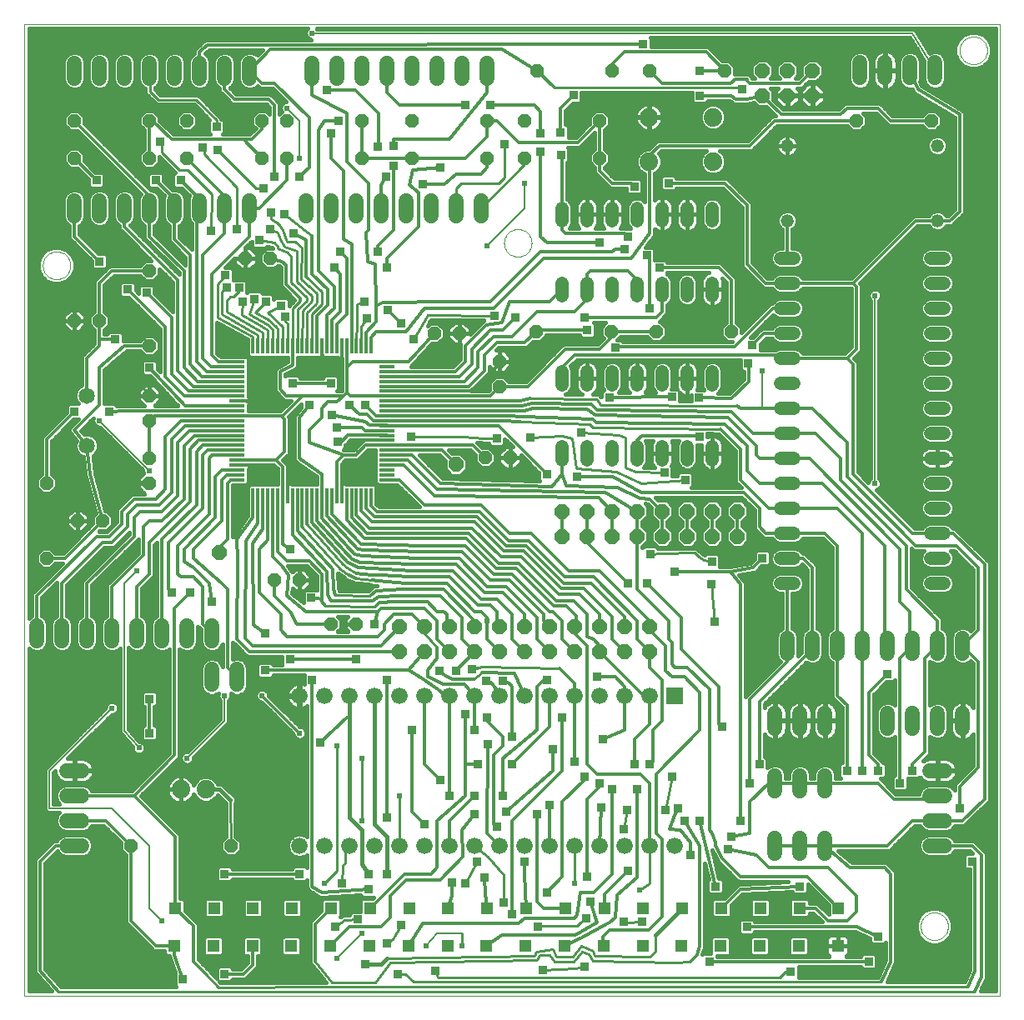
<source format=gtl>
G75*
%MOIN*%
%OFA0B0*%
%FSLAX24Y24*%
%IPPOS*%
%LPD*%
%AMOC8*
5,1,8,0,0,1.08239X$1,22.5*
%
%ADD10C,0.0000*%
%ADD11OC8,0.0600*%
%ADD12C,0.0600*%
%ADD13C,0.0520*%
%ADD14C,0.0520*%
%ADD15C,0.0740*%
%ADD16OC8,0.0520*%
%ADD17C,0.0650*%
%ADD18R,0.0118X0.0630*%
%ADD19R,0.0630X0.0118*%
%ADD20R,0.0660X0.0660*%
%ADD21C,0.0660*%
%ADD22R,0.0515X0.0515*%
%ADD23C,0.0120*%
%ADD24R,0.0356X0.0356*%
%ADD25C,0.0160*%
%ADD26C,0.0100*%
%ADD27C,0.0240*%
%ADD28C,0.0060*%
D10*
X000330Y000180D02*
X000330Y039050D01*
X039322Y039050D01*
X039322Y000180D01*
X000330Y000180D01*
X001067Y029393D02*
X001069Y029440D01*
X001075Y029486D01*
X001085Y029532D01*
X001098Y029577D01*
X001116Y029620D01*
X001137Y029662D01*
X001161Y029702D01*
X001189Y029739D01*
X001220Y029774D01*
X001254Y029807D01*
X001290Y029836D01*
X001329Y029862D01*
X001370Y029885D01*
X001413Y029904D01*
X001457Y029920D01*
X001502Y029932D01*
X001548Y029940D01*
X001595Y029944D01*
X001641Y029944D01*
X001688Y029940D01*
X001734Y029932D01*
X001779Y029920D01*
X001823Y029904D01*
X001866Y029885D01*
X001907Y029862D01*
X001946Y029836D01*
X001982Y029807D01*
X002016Y029774D01*
X002047Y029739D01*
X002075Y029702D01*
X002099Y029662D01*
X002120Y029620D01*
X002138Y029577D01*
X002151Y029532D01*
X002161Y029486D01*
X002167Y029440D01*
X002169Y029393D01*
X002167Y029346D01*
X002161Y029300D01*
X002151Y029254D01*
X002138Y029209D01*
X002120Y029166D01*
X002099Y029124D01*
X002075Y029084D01*
X002047Y029047D01*
X002016Y029012D01*
X001982Y028979D01*
X001946Y028950D01*
X001907Y028924D01*
X001866Y028901D01*
X001823Y028882D01*
X001779Y028866D01*
X001734Y028854D01*
X001688Y028846D01*
X001641Y028842D01*
X001595Y028842D01*
X001548Y028846D01*
X001502Y028854D01*
X001457Y028866D01*
X001413Y028882D01*
X001370Y028901D01*
X001329Y028924D01*
X001290Y028950D01*
X001254Y028979D01*
X001220Y029012D01*
X001189Y029047D01*
X001161Y029084D01*
X001137Y029124D01*
X001116Y029166D01*
X001098Y029209D01*
X001085Y029254D01*
X001075Y029300D01*
X001069Y029346D01*
X001067Y029393D01*
X019504Y030293D02*
X019506Y030340D01*
X019512Y030386D01*
X019522Y030432D01*
X019535Y030477D01*
X019553Y030520D01*
X019574Y030562D01*
X019598Y030602D01*
X019626Y030639D01*
X019657Y030674D01*
X019691Y030707D01*
X019727Y030736D01*
X019766Y030762D01*
X019807Y030785D01*
X019850Y030804D01*
X019894Y030820D01*
X019939Y030832D01*
X019985Y030840D01*
X020032Y030844D01*
X020078Y030844D01*
X020125Y030840D01*
X020171Y030832D01*
X020216Y030820D01*
X020260Y030804D01*
X020303Y030785D01*
X020344Y030762D01*
X020383Y030736D01*
X020419Y030707D01*
X020453Y030674D01*
X020484Y030639D01*
X020512Y030602D01*
X020536Y030562D01*
X020557Y030520D01*
X020575Y030477D01*
X020588Y030432D01*
X020598Y030386D01*
X020604Y030340D01*
X020606Y030293D01*
X020604Y030246D01*
X020598Y030200D01*
X020588Y030154D01*
X020575Y030109D01*
X020557Y030066D01*
X020536Y030024D01*
X020512Y029984D01*
X020484Y029947D01*
X020453Y029912D01*
X020419Y029879D01*
X020383Y029850D01*
X020344Y029824D01*
X020303Y029801D01*
X020260Y029782D01*
X020216Y029766D01*
X020171Y029754D01*
X020125Y029746D01*
X020078Y029742D01*
X020032Y029742D01*
X019985Y029746D01*
X019939Y029754D01*
X019894Y029766D01*
X019850Y029782D01*
X019807Y029801D01*
X019766Y029824D01*
X019727Y029850D01*
X019691Y029879D01*
X019657Y029912D01*
X019626Y029947D01*
X019598Y029984D01*
X019574Y030024D01*
X019553Y030066D01*
X019535Y030109D01*
X019522Y030154D01*
X019512Y030200D01*
X019506Y030246D01*
X019504Y030293D01*
X037717Y037993D02*
X037719Y038040D01*
X037725Y038086D01*
X037735Y038132D01*
X037748Y038177D01*
X037766Y038220D01*
X037787Y038262D01*
X037811Y038302D01*
X037839Y038339D01*
X037870Y038374D01*
X037904Y038407D01*
X037940Y038436D01*
X037979Y038462D01*
X038020Y038485D01*
X038063Y038504D01*
X038107Y038520D01*
X038152Y038532D01*
X038198Y038540D01*
X038245Y038544D01*
X038291Y038544D01*
X038338Y038540D01*
X038384Y038532D01*
X038429Y038520D01*
X038473Y038504D01*
X038516Y038485D01*
X038557Y038462D01*
X038596Y038436D01*
X038632Y038407D01*
X038666Y038374D01*
X038697Y038339D01*
X038725Y038302D01*
X038749Y038262D01*
X038770Y038220D01*
X038788Y038177D01*
X038801Y038132D01*
X038811Y038086D01*
X038817Y038040D01*
X038819Y037993D01*
X038817Y037946D01*
X038811Y037900D01*
X038801Y037854D01*
X038788Y037809D01*
X038770Y037766D01*
X038749Y037724D01*
X038725Y037684D01*
X038697Y037647D01*
X038666Y037612D01*
X038632Y037579D01*
X038596Y037550D01*
X038557Y037524D01*
X038516Y037501D01*
X038473Y037482D01*
X038429Y037466D01*
X038384Y037454D01*
X038338Y037446D01*
X038291Y037442D01*
X038245Y037442D01*
X038198Y037446D01*
X038152Y037454D01*
X038107Y037466D01*
X038063Y037482D01*
X038020Y037501D01*
X037979Y037524D01*
X037940Y037550D01*
X037904Y037579D01*
X037870Y037612D01*
X037839Y037647D01*
X037811Y037684D01*
X037787Y037724D01*
X037766Y037766D01*
X037748Y037809D01*
X037735Y037854D01*
X037725Y037900D01*
X037719Y037946D01*
X037717Y037993D01*
X036154Y002955D02*
X036156Y003002D01*
X036162Y003048D01*
X036172Y003094D01*
X036185Y003139D01*
X036203Y003182D01*
X036224Y003224D01*
X036248Y003264D01*
X036276Y003301D01*
X036307Y003336D01*
X036341Y003369D01*
X036377Y003398D01*
X036416Y003424D01*
X036457Y003447D01*
X036500Y003466D01*
X036544Y003482D01*
X036589Y003494D01*
X036635Y003502D01*
X036682Y003506D01*
X036728Y003506D01*
X036775Y003502D01*
X036821Y003494D01*
X036866Y003482D01*
X036910Y003466D01*
X036953Y003447D01*
X036994Y003424D01*
X037033Y003398D01*
X037069Y003369D01*
X037103Y003336D01*
X037134Y003301D01*
X037162Y003264D01*
X037186Y003224D01*
X037207Y003182D01*
X037225Y003139D01*
X037238Y003094D01*
X037248Y003048D01*
X037254Y003002D01*
X037256Y002955D01*
X037254Y002908D01*
X037248Y002862D01*
X037238Y002816D01*
X037225Y002771D01*
X037207Y002728D01*
X037186Y002686D01*
X037162Y002646D01*
X037134Y002609D01*
X037103Y002574D01*
X037069Y002541D01*
X037033Y002512D01*
X036994Y002486D01*
X036953Y002463D01*
X036910Y002444D01*
X036866Y002428D01*
X036821Y002416D01*
X036775Y002408D01*
X036728Y002404D01*
X036682Y002404D01*
X036635Y002408D01*
X036589Y002416D01*
X036544Y002428D01*
X036500Y002444D01*
X036457Y002463D01*
X036416Y002486D01*
X036377Y002512D01*
X036341Y002541D01*
X036307Y002574D01*
X036276Y002609D01*
X036248Y002646D01*
X036224Y002686D01*
X036203Y002728D01*
X036185Y002771D01*
X036172Y002816D01*
X036162Y002862D01*
X036156Y002908D01*
X036154Y002955D01*
D11*
X025330Y013930D03*
X025330Y014930D03*
X024330Y014930D03*
X024330Y013930D03*
X023330Y013930D03*
X023330Y014930D03*
X022330Y014930D03*
X022330Y013930D03*
X021330Y013930D03*
X021330Y014930D03*
X020330Y014930D03*
X020330Y013930D03*
X019330Y013930D03*
X019330Y014930D03*
X018330Y014930D03*
X018330Y013930D03*
X017330Y013930D03*
X017330Y014930D03*
X016330Y014930D03*
X016330Y013930D03*
X015330Y013930D03*
X015330Y014930D03*
X017580Y021430D03*
X021830Y019555D03*
X021830Y018555D03*
X022830Y018555D03*
X022830Y019555D03*
X023830Y019555D03*
X023830Y018555D03*
X024830Y018555D03*
X024830Y019555D03*
X025830Y019555D03*
X025830Y018555D03*
X026830Y018555D03*
X026830Y019555D03*
X027830Y019555D03*
X027830Y018555D03*
X028830Y018555D03*
X028830Y019555D03*
X029830Y036180D03*
X029830Y037180D03*
X030830Y037180D03*
X031830Y037180D03*
X031830Y036180D03*
X030830Y036180D03*
X008130Y017918D03*
D12*
X007830Y014980D02*
X007830Y014380D01*
X006830Y014380D02*
X006830Y014980D01*
X005830Y014980D02*
X005830Y014380D01*
X004830Y014380D02*
X004830Y014980D01*
X003830Y014980D02*
X003830Y014380D01*
X002830Y014380D02*
X002830Y014980D01*
X001830Y014980D02*
X001830Y014380D01*
X000830Y014380D02*
X000830Y014980D01*
X002030Y009180D02*
X002630Y009180D01*
X002630Y008180D02*
X002030Y008180D01*
X002030Y007180D02*
X002630Y007180D01*
X002630Y006180D02*
X002030Y006180D01*
X007830Y012630D02*
X007830Y013230D01*
X008830Y013230D02*
X008830Y012630D01*
X008330Y031380D02*
X008330Y031980D01*
X009330Y031980D02*
X009330Y031380D01*
X007330Y031380D02*
X007330Y031980D01*
X006330Y031980D02*
X006330Y031380D01*
X005330Y031380D02*
X005330Y031980D01*
X004330Y031980D02*
X004330Y031380D01*
X003330Y031380D02*
X003330Y031980D01*
X002330Y031980D02*
X002330Y031380D01*
X002330Y036880D02*
X002330Y037480D01*
X003330Y037480D02*
X003330Y036880D01*
X004330Y036880D02*
X004330Y037480D01*
X005330Y037480D02*
X005330Y036880D01*
X006330Y036880D02*
X006330Y037480D01*
X007330Y037480D02*
X007330Y036880D01*
X008330Y036880D02*
X008330Y037480D01*
X009330Y037480D02*
X009330Y036880D01*
X011830Y036880D02*
X011830Y037480D01*
X012830Y037480D02*
X012830Y036880D01*
X013830Y036880D02*
X013830Y037480D01*
X014830Y037480D02*
X014830Y036880D01*
X015830Y036880D02*
X015830Y037480D01*
X016830Y037480D02*
X016830Y036880D01*
X017830Y036880D02*
X017830Y037480D01*
X018830Y037480D02*
X018830Y036880D01*
X018580Y031980D02*
X018580Y031380D01*
X017580Y031380D02*
X017580Y031980D01*
X016580Y031980D02*
X016580Y031380D01*
X015580Y031380D02*
X015580Y031980D01*
X014580Y031980D02*
X014580Y031380D01*
X013580Y031380D02*
X013580Y031980D01*
X012580Y031980D02*
X012580Y031380D01*
X011580Y031380D02*
X011580Y031980D01*
X030830Y014480D02*
X030830Y013880D01*
X031830Y013880D02*
X031830Y014480D01*
X032830Y014480D02*
X032830Y013880D01*
X033830Y013880D02*
X033830Y014480D01*
X034830Y014480D02*
X034830Y013880D01*
X035830Y013880D02*
X035830Y014480D01*
X036830Y014480D02*
X036830Y013880D01*
X037830Y013880D02*
X037830Y014480D01*
X037830Y011480D02*
X037830Y010880D01*
X036830Y010880D02*
X036830Y011480D01*
X035830Y011480D02*
X035830Y010880D01*
X034830Y010880D02*
X034830Y011480D01*
X036530Y009180D02*
X037130Y009180D01*
X037130Y008180D02*
X036530Y008180D01*
X036530Y007180D02*
X037130Y007180D01*
X037130Y006180D02*
X036530Y006180D01*
X032330Y005880D02*
X032330Y006480D01*
X031330Y006480D02*
X031330Y005880D01*
X030330Y005880D02*
X030330Y006480D01*
X030330Y008380D02*
X030330Y008980D01*
X031330Y008980D02*
X031330Y008380D01*
X032330Y008380D02*
X032330Y008980D01*
X032330Y010880D02*
X032330Y011480D01*
X031330Y011480D02*
X031330Y010880D01*
X030330Y010880D02*
X030330Y011480D01*
X033730Y036893D02*
X033730Y037493D01*
X034730Y037493D02*
X034730Y036893D01*
X035730Y036893D02*
X035730Y037493D01*
X036730Y037493D02*
X036730Y036893D01*
D13*
X036830Y034180D03*
X036830Y031180D03*
X030830Y031180D03*
X030830Y034180D03*
D14*
X027830Y031690D02*
X027830Y031170D01*
X026830Y031170D02*
X026830Y031690D01*
X025830Y031690D02*
X025830Y031170D01*
X024830Y031170D02*
X024830Y031690D01*
X023830Y031690D02*
X023830Y031170D01*
X022830Y031170D02*
X022830Y031690D01*
X021830Y031690D02*
X021830Y031170D01*
X021830Y028690D02*
X021830Y028170D01*
X022830Y028170D02*
X022830Y028690D01*
X023830Y028690D02*
X023830Y028170D01*
X024830Y028170D02*
X024830Y028690D01*
X025830Y028690D02*
X025830Y028170D01*
X026830Y028170D02*
X026830Y028690D01*
X027830Y028690D02*
X027830Y028170D01*
X030570Y027680D02*
X031090Y027680D01*
X031090Y028680D02*
X030570Y028680D01*
X030570Y029680D02*
X031090Y029680D01*
X031090Y026680D02*
X030570Y026680D01*
X030570Y025680D02*
X031090Y025680D01*
X031090Y024680D02*
X030570Y024680D01*
X030570Y023680D02*
X031090Y023680D01*
X031090Y022680D02*
X030570Y022680D01*
X030570Y021680D02*
X031090Y021680D01*
X031090Y020680D02*
X030570Y020680D01*
X030570Y019680D02*
X031090Y019680D01*
X031090Y018680D02*
X030570Y018680D01*
X030570Y017680D02*
X031090Y017680D01*
X031090Y016680D02*
X030570Y016680D01*
X027830Y021620D02*
X027830Y022140D01*
X026830Y022140D02*
X026830Y021620D01*
X025830Y021620D02*
X025830Y022140D01*
X024830Y022140D02*
X024830Y021620D01*
X023830Y021620D02*
X023830Y022140D01*
X022830Y022140D02*
X022830Y021620D01*
X021830Y021620D02*
X021830Y022140D01*
X021830Y024620D02*
X021830Y025140D01*
X022830Y025140D02*
X022830Y024620D01*
X023830Y024620D02*
X023830Y025140D01*
X024830Y025140D02*
X024830Y024620D01*
X025830Y024620D02*
X025830Y025140D01*
X026830Y025140D02*
X026830Y024620D01*
X027830Y024620D02*
X027830Y025140D01*
X036570Y024680D02*
X037090Y024680D01*
X037090Y023680D02*
X036570Y023680D01*
X036570Y022680D02*
X037090Y022680D01*
X037090Y021680D02*
X036570Y021680D01*
X036570Y020680D02*
X037090Y020680D01*
X037090Y019680D02*
X036570Y019680D01*
X036570Y018680D02*
X037090Y018680D01*
X037090Y017680D02*
X036570Y017680D01*
X036570Y016680D02*
X037090Y016680D01*
X037090Y025680D02*
X036570Y025680D01*
X036570Y026680D02*
X037090Y026680D01*
X037090Y027680D02*
X036570Y027680D01*
X036570Y028680D02*
X037090Y028680D01*
X037090Y029680D02*
X036570Y029680D01*
D15*
X027860Y033540D03*
X027860Y035320D03*
X025300Y035320D03*
X025300Y033540D03*
X007580Y008430D03*
X006580Y008430D03*
D16*
X004580Y006180D03*
X008580Y006180D03*
X012580Y015055D03*
X013580Y015055D03*
X011330Y016805D03*
X010330Y016805D03*
X005330Y020680D03*
X005330Y021680D03*
X005330Y023180D03*
X005330Y024180D03*
X005330Y026180D03*
X003330Y027180D03*
X002330Y027180D03*
X005330Y029180D03*
X009168Y029668D03*
X010168Y029668D03*
X009830Y033680D03*
X010830Y033680D03*
X010830Y035180D03*
X009830Y035180D03*
X006830Y035180D03*
X006830Y033680D03*
X005330Y033680D03*
X005330Y035180D03*
X002330Y035180D03*
X002330Y033680D03*
X013830Y033680D03*
X013830Y035180D03*
X015830Y035180D03*
X015830Y033680D03*
X018830Y033680D03*
X018830Y035180D03*
X020330Y035180D03*
X020330Y033680D03*
X023330Y033680D03*
X023330Y035180D03*
X023830Y037180D03*
X025330Y037180D03*
X028330Y037180D03*
X033580Y035180D03*
X036580Y035180D03*
X028580Y026755D03*
X025580Y026755D03*
X023780Y026755D03*
X020780Y026755D03*
X019330Y025555D03*
X019330Y024555D03*
X017705Y026680D03*
X016705Y026680D03*
X018743Y021693D03*
X019743Y021693D03*
X020830Y037180D03*
X003455Y019180D03*
X002455Y019180D03*
X001205Y017680D03*
X001205Y020680D03*
D17*
X002830Y022180D03*
X002830Y024180D03*
D18*
X009468Y026172D03*
X009665Y026172D03*
X009861Y026172D03*
X010058Y026172D03*
X010255Y026172D03*
X010452Y026172D03*
X010649Y026172D03*
X010846Y026172D03*
X011043Y026172D03*
X011239Y026172D03*
X011436Y026172D03*
X011633Y026172D03*
X011830Y026172D03*
X012027Y026172D03*
X012224Y026172D03*
X012421Y026172D03*
X012617Y026172D03*
X012814Y026172D03*
X013011Y026172D03*
X013208Y026172D03*
X013405Y026172D03*
X013602Y026172D03*
X013799Y026172D03*
X013995Y026172D03*
X014192Y026172D03*
X014192Y020188D03*
X013995Y020188D03*
X013799Y020188D03*
X013602Y020188D03*
X013405Y020188D03*
X013208Y020188D03*
X013011Y020188D03*
X012814Y020188D03*
X012617Y020188D03*
X012421Y020188D03*
X012224Y020188D03*
X012027Y020188D03*
X011830Y020188D03*
X011633Y020188D03*
X011436Y020188D03*
X011239Y020188D03*
X011043Y020188D03*
X010846Y020188D03*
X010649Y020188D03*
X010452Y020188D03*
X010255Y020188D03*
X010058Y020188D03*
X009861Y020188D03*
X009665Y020188D03*
X009468Y020188D03*
D19*
X008838Y020818D03*
X008838Y021015D03*
X008838Y021211D03*
X008838Y021408D03*
X008838Y021605D03*
X008838Y021802D03*
X008838Y021999D03*
X008838Y022196D03*
X008838Y022393D03*
X008838Y022589D03*
X008838Y022786D03*
X008838Y022983D03*
X008838Y023180D03*
X008838Y023377D03*
X008838Y023574D03*
X008838Y023771D03*
X008838Y023967D03*
X008838Y024164D03*
X008838Y024361D03*
X008838Y024558D03*
X008838Y024755D03*
X008838Y024952D03*
X008838Y025149D03*
X008838Y025345D03*
X008838Y025542D03*
X014822Y025542D03*
X014822Y025345D03*
X014822Y025149D03*
X014822Y024952D03*
X014822Y024755D03*
X014822Y024558D03*
X014822Y024361D03*
X014822Y024164D03*
X014822Y023967D03*
X014822Y023771D03*
X014822Y023574D03*
X014822Y023377D03*
X014822Y023180D03*
X014822Y022983D03*
X014822Y022786D03*
X014822Y022589D03*
X014822Y022393D03*
X014822Y022196D03*
X014822Y021999D03*
X014822Y021802D03*
X014822Y021605D03*
X014822Y021408D03*
X014822Y021211D03*
X014822Y021015D03*
X014822Y020818D03*
D20*
X026330Y012180D03*
D21*
X025330Y012180D03*
X024330Y012180D03*
X023330Y012180D03*
X022330Y012180D03*
X021330Y012180D03*
X020330Y012180D03*
X019330Y012180D03*
X018330Y012180D03*
X017330Y012180D03*
X016330Y012180D03*
X015330Y012180D03*
X014330Y012180D03*
X013330Y012180D03*
X012330Y012180D03*
X011330Y012180D03*
X011330Y006180D03*
X012330Y006180D03*
X013330Y006180D03*
X014330Y006180D03*
X015330Y006180D03*
X016330Y006180D03*
X017330Y006180D03*
X018330Y006180D03*
X019330Y006180D03*
X020330Y006180D03*
X021330Y006180D03*
X022330Y006180D03*
X023330Y006180D03*
X024330Y006180D03*
X025330Y006180D03*
X026330Y006180D03*
D22*
X026630Y003690D03*
X026600Y002170D03*
X025040Y002170D03*
X025070Y003690D03*
X023510Y003690D03*
X023480Y002170D03*
X021920Y002170D03*
X021950Y003690D03*
X020390Y003690D03*
X020360Y002170D03*
X018800Y002170D03*
X018830Y003690D03*
X017270Y003690D03*
X017240Y002170D03*
X015680Y002170D03*
X015710Y003690D03*
X014150Y003690D03*
X014120Y002170D03*
X012560Y002170D03*
X012590Y003690D03*
X011030Y003690D03*
X011000Y002170D03*
X009440Y002170D03*
X009470Y003690D03*
X007910Y003690D03*
X007880Y002170D03*
X006320Y002170D03*
X006350Y003690D03*
X028190Y003690D03*
X028160Y002170D03*
X029720Y002170D03*
X029750Y003690D03*
X031310Y003690D03*
X031280Y002170D03*
X032840Y002170D03*
X032870Y003690D03*
D23*
X031630Y004930D01*
X028955Y004930D01*
X028205Y005680D01*
X027955Y006180D01*
X027955Y006305D01*
X027830Y006680D01*
X027705Y006805D01*
X027705Y012430D01*
X026830Y013305D01*
X026330Y013305D01*
X026205Y013430D01*
X026205Y014305D01*
X026080Y014430D01*
X026080Y015180D01*
X024830Y016430D01*
X024830Y018555D01*
X024830Y019555D01*
X023543Y020305D01*
X016830Y020430D01*
X015655Y021605D01*
X014822Y021605D01*
X014822Y021408D02*
X015477Y021408D01*
X016705Y020180D01*
X023280Y020105D01*
X023830Y019555D01*
X023830Y018555D01*
X022830Y018555D02*
X022830Y018305D01*
X024455Y016680D01*
X025205Y016680D02*
X026580Y015305D01*
X026580Y014055D01*
X028080Y012555D01*
X028080Y011055D01*
X028205Y010930D01*
X027330Y010805D02*
X025580Y009055D01*
X025580Y006680D01*
X025830Y006430D01*
X025818Y003343D01*
X025293Y002805D01*
X023705Y002805D01*
X023455Y002555D01*
X023455Y002195D01*
X023480Y002170D01*
X023580Y003055D02*
X022618Y002493D01*
X021930Y002180D01*
X021920Y002170D01*
X022343Y002618D02*
X019423Y002618D01*
X018800Y002170D01*
X020093Y003080D02*
X016265Y003080D01*
X015680Y002170D01*
X014580Y002930D02*
X014955Y003305D01*
X014955Y004180D01*
X015580Y004805D01*
X016968Y004805D01*
X017843Y005730D01*
X017830Y006805D01*
X018330Y007430D01*
X018330Y008180D02*
X017330Y007180D01*
X017330Y006180D01*
X016830Y005305D02*
X016580Y005055D01*
X015515Y005055D01*
X014150Y003690D01*
X014080Y004430D02*
X012205Y004305D01*
X011830Y004555D01*
X011830Y012793D01*
X010955Y013630D02*
X013580Y013630D01*
X014580Y014180D02*
X015330Y014930D01*
X015080Y015430D02*
X014705Y015055D01*
X014705Y014805D01*
X014455Y014555D01*
X010830Y014555D01*
X010580Y014805D01*
X010580Y015430D01*
X009705Y016305D01*
X009705Y018055D01*
X010058Y018408D01*
X010058Y020188D01*
X009861Y020188D02*
X009870Y018850D01*
X009455Y018265D01*
X009486Y015024D01*
X009955Y014680D01*
X009455Y014180D02*
X009165Y014470D01*
X009185Y018390D01*
X009660Y019085D01*
X009665Y020188D01*
X009468Y020188D02*
X009455Y019305D01*
X008830Y018430D01*
X008843Y017667D01*
X008830Y014430D01*
X009330Y013930D01*
X015330Y013930D01*
X014580Y014180D02*
X009455Y014180D01*
X009955Y013205D02*
X015680Y013205D01*
X016205Y012868D01*
X016868Y012455D01*
X017143Y012180D01*
X017330Y012180D01*
X017330Y008180D01*
X017955Y008180D02*
X016830Y007180D01*
X016830Y005305D01*
X017418Y004693D02*
X017418Y004175D01*
X017270Y003690D01*
X018830Y003690D02*
X018755Y004290D01*
X018730Y004905D01*
X019330Y006180D02*
X018830Y006680D01*
X018868Y010243D01*
X018330Y010805D02*
X018330Y012180D01*
X017930Y012643D01*
X017055Y012643D01*
X016493Y012930D01*
X016468Y012955D01*
X016468Y013193D01*
X016830Y013680D01*
X016830Y014093D01*
X016830Y014430D02*
X017330Y013930D01*
X016830Y014430D02*
X016830Y015180D01*
X016330Y015680D01*
X014580Y015680D01*
X014455Y015555D01*
X014330Y015055D01*
X014455Y015555D02*
X011580Y015555D01*
X010830Y016180D01*
X010880Y017005D01*
X010610Y017380D01*
X010255Y017735D01*
X010255Y020188D01*
X010452Y020188D02*
X010452Y017933D01*
X010805Y017580D01*
X011705Y017580D01*
X012205Y017055D01*
X012205Y016055D01*
X011793Y016093D01*
X012205Y016055D02*
X012205Y015955D01*
X012343Y015780D01*
X012580Y015980D02*
X014255Y015980D01*
X014480Y016130D01*
X015330Y016180D01*
X016955Y016180D01*
X017830Y015305D01*
X017830Y014430D01*
X018330Y013930D01*
X017580Y013180D01*
X017443Y012830D02*
X017143Y012968D01*
X016930Y013180D01*
X017443Y012830D02*
X018293Y012830D01*
X018205Y013243D02*
X018405Y013280D01*
X018630Y013118D02*
X019930Y013080D01*
X020330Y012180D01*
X019830Y012555D02*
X019830Y010555D01*
X019455Y010555D02*
X019455Y010180D01*
X019080Y009805D01*
X019080Y007055D01*
X019205Y006930D01*
X019830Y007180D02*
X019830Y003430D01*
X020093Y003080D02*
X020305Y003280D01*
X022318Y003268D01*
X022430Y003393D01*
X022555Y004305D01*
X023080Y004305D01*
X023830Y005055D01*
X023830Y008430D01*
X023330Y008555D02*
X023330Y008680D01*
X023330Y008555D02*
X022830Y008055D01*
X022830Y004930D01*
X023510Y004235D02*
X024455Y005180D01*
X024830Y004918D02*
X024018Y004193D01*
X023955Y003305D01*
X023718Y003093D01*
X023580Y003055D01*
X023205Y003093D02*
X022343Y002618D01*
X023205Y003093D02*
X022955Y003930D01*
X023510Y003690D02*
X023510Y004235D01*
X024830Y004918D02*
X024830Y008430D01*
X025330Y008680D02*
X024955Y009055D01*
X023205Y009055D01*
X022830Y009430D01*
X022830Y014180D01*
X022330Y014680D01*
X022330Y014930D01*
X022380Y014980D01*
X022380Y015380D01*
X021980Y015780D01*
X021480Y015780D01*
X019980Y017280D01*
X019180Y017280D01*
X017980Y018480D01*
X013930Y018480D01*
X013208Y019202D01*
X013208Y020188D01*
X013405Y020188D02*
X013405Y019305D01*
X014030Y018680D01*
X018080Y018680D01*
X019280Y017480D01*
X020080Y017480D01*
X021580Y015980D01*
X022280Y015980D01*
X022830Y015430D01*
X022830Y014555D01*
X023080Y014430D01*
X023330Y014180D01*
X023330Y013930D01*
X025080Y012180D01*
X025330Y012180D01*
X025330Y011055D01*
X024705Y010430D01*
X024705Y009430D01*
X025330Y009430D02*
X025455Y009555D01*
X025455Y010805D01*
X025830Y011180D01*
X025830Y012805D01*
X025330Y013305D01*
X025330Y013930D01*
X024830Y014430D01*
X024830Y015180D01*
X023080Y016930D01*
X021930Y016930D01*
X020480Y018380D01*
X019680Y018380D01*
X018530Y019530D01*
X014430Y019530D01*
X014192Y019768D01*
X014192Y020188D01*
X013995Y020188D02*
X013995Y019665D01*
X014330Y019330D01*
X018430Y019330D01*
X019580Y018180D01*
X020380Y018180D01*
X021880Y016680D01*
X022980Y016680D01*
X024330Y015330D01*
X024330Y014930D01*
X023830Y015330D02*
X023830Y014430D01*
X024330Y013930D01*
X023330Y014930D02*
X023330Y015430D01*
X022530Y016230D01*
X021680Y016230D01*
X020180Y017730D01*
X019380Y017730D01*
X018230Y018880D01*
X014130Y018880D01*
X013602Y019408D01*
X013602Y020188D01*
X013799Y020188D02*
X013799Y019561D01*
X014230Y019130D01*
X018330Y019130D01*
X019480Y017980D01*
X020280Y017980D01*
X021780Y016480D01*
X022680Y016480D01*
X023830Y015330D01*
X025330Y015180D02*
X025330Y014930D01*
X025330Y014805D01*
X025955Y014180D01*
X025955Y013180D01*
X026205Y012930D01*
X026705Y012930D01*
X027330Y012305D01*
X027330Y010805D01*
X029330Y012055D02*
X029330Y008680D01*
X029705Y009430D02*
X029705Y011930D01*
X031830Y014055D01*
X031830Y014180D01*
X031830Y017305D01*
X031455Y017680D01*
X030830Y017680D01*
X030830Y016680D02*
X030830Y014180D01*
X030830Y013555D01*
X029330Y012055D01*
X030080Y008680D02*
X030330Y008680D01*
X031330Y008680D01*
X032330Y008680D01*
X034455Y008680D01*
X035080Y008055D01*
X036705Y008055D01*
X036830Y008180D01*
X037705Y008555D02*
X037705Y007680D01*
X037830Y007180D02*
X036830Y007180D01*
X035830Y007180D01*
X034830Y006180D01*
X032330Y006180D01*
X033330Y005305D01*
X034705Y005305D01*
X034955Y005055D01*
X034955Y001555D01*
X034593Y000730D01*
X034080Y001555D02*
X027705Y001555D01*
X027205Y001805D02*
X027330Y002180D01*
X027330Y006180D01*
X026705Y007180D01*
X026555Y006818D02*
X026130Y006855D01*
X026280Y007293D01*
X026455Y007680D01*
X026555Y006818D02*
X026955Y006305D01*
X026955Y005805D01*
X027330Y007180D02*
X027955Y004555D01*
X028190Y003690D02*
X028955Y004455D01*
X028955Y004430D01*
X031330Y004555D01*
X031310Y003690D02*
X031945Y003690D01*
X032455Y003180D01*
X033205Y003180D01*
X033580Y003555D01*
X033580Y004180D01*
X032455Y005305D01*
X030080Y005305D01*
X029580Y005805D01*
X028455Y006055D01*
X028580Y006555D02*
X029330Y006680D01*
X029330Y007930D01*
X030080Y008680D01*
X028955Y007180D02*
X028943Y016630D01*
X028543Y017143D01*
X029455Y017305D01*
X029830Y017680D01*
X029955Y018680D02*
X030830Y018680D01*
X032330Y018680D01*
X032830Y018180D01*
X032830Y014180D01*
X032830Y012180D01*
X033205Y011805D01*
X033205Y009180D01*
X033830Y009180D02*
X033830Y014180D01*
X033830Y018680D01*
X032830Y019680D01*
X030830Y019680D01*
X030080Y019680D01*
X028955Y020805D01*
X028955Y022055D01*
X028168Y022843D01*
X028330Y023055D02*
X029205Y022180D01*
X029205Y021180D01*
X029705Y020680D01*
X030830Y020680D01*
X032205Y020680D01*
X034705Y018180D01*
X034705Y014305D01*
X034830Y014180D01*
X035330Y013680D02*
X035330Y008680D01*
X035830Y009180D02*
X035830Y009430D01*
X036330Y009930D01*
X036330Y013680D01*
X036830Y014180D01*
X036830Y015180D01*
X035580Y016430D01*
X035580Y018180D01*
X032955Y020805D01*
X032955Y021680D01*
X031955Y022680D01*
X030830Y022680D01*
X029455Y022680D01*
X028580Y023555D01*
X023230Y023605D01*
X022993Y023830D01*
X020630Y023868D01*
X020214Y023771D01*
X014822Y023771D01*
X014822Y023967D02*
X020168Y023967D01*
X020555Y024068D01*
X020655Y023668D02*
X022805Y023643D01*
X023155Y023418D01*
X028455Y023305D01*
X029580Y022180D01*
X029580Y021805D01*
X029705Y021680D01*
X030830Y021680D01*
X031705Y021680D01*
X035330Y018055D01*
X035330Y015930D01*
X035705Y015555D01*
X035705Y014305D01*
X035830Y014180D01*
X035330Y013680D01*
X034830Y013055D02*
X034080Y012305D01*
X034080Y009805D01*
X034455Y009430D01*
X034455Y009180D01*
X037705Y008555D02*
X038455Y009305D01*
X038455Y013555D01*
X037830Y014180D01*
X038455Y014805D01*
X038455Y017305D01*
X037580Y018180D01*
X035955Y018180D01*
X033205Y020930D01*
X033205Y022305D01*
X031830Y023680D01*
X030830Y023680D01*
X029830Y023680D01*
X028955Y023680D01*
X028818Y023780D01*
X028593Y024068D02*
X029280Y024755D01*
X029280Y025455D01*
X029268Y025468D01*
X029430Y026193D02*
X029893Y026680D01*
X030830Y026680D01*
X030705Y025805D02*
X030830Y025680D01*
X033205Y025680D01*
X033580Y026055D01*
X033580Y028555D01*
X033455Y028680D01*
X030830Y028680D01*
X029955Y028680D01*
X029205Y029430D01*
X029205Y031805D01*
X028330Y032680D01*
X026080Y032680D01*
X025330Y033510D02*
X025330Y033805D01*
X025705Y034180D01*
X029330Y034180D01*
X030330Y035180D01*
X033580Y035180D01*
X033205Y035680D02*
X032955Y035430D01*
X030580Y035430D01*
X029830Y036180D01*
X029230Y036043D01*
X029218Y036055D01*
X028755Y036055D01*
X028593Y036180D01*
X027330Y036180D01*
X027330Y037180D02*
X028330Y037180D01*
X027580Y037930D01*
X024330Y037930D01*
X023830Y037430D01*
X023830Y037180D01*
X025068Y038230D02*
X007643Y038218D01*
X007330Y037930D01*
X007330Y037180D01*
X008330Y037180D02*
X008330Y036430D01*
X008705Y036055D01*
X010080Y036055D01*
X010330Y035805D01*
X010330Y032930D01*
X010830Y032805D02*
X010830Y033680D01*
X010830Y032805D02*
X009705Y031680D01*
X009330Y031680D01*
X009330Y030555D01*
X007830Y029055D01*
X007830Y025805D01*
X008093Y025542D01*
X008838Y025542D01*
X008838Y025345D02*
X007790Y025345D01*
X007455Y025680D01*
X007455Y029805D01*
X008330Y030680D01*
X008330Y031680D01*
X008330Y032180D01*
X006830Y033680D01*
X006580Y032805D02*
X007330Y032055D01*
X007330Y031680D01*
X007205Y031555D01*
X007205Y025555D01*
X007611Y025149D01*
X008838Y025149D01*
X008838Y024952D02*
X007433Y024952D01*
X006955Y025430D01*
X006955Y029805D01*
X006330Y030430D01*
X006330Y031680D01*
X006330Y032055D01*
X005580Y032805D01*
X005330Y032180D02*
X002330Y035180D01*
X002330Y033680D02*
X003205Y032805D01*
X002330Y031680D02*
X002330Y030555D01*
X003330Y029555D01*
X003830Y029180D02*
X005330Y029180D01*
X004455Y028430D02*
X005955Y026930D01*
X005955Y024930D01*
X006721Y024164D01*
X008838Y024164D01*
X008838Y023967D02*
X009367Y023967D01*
X009580Y024180D01*
X008838Y024361D02*
X006899Y024361D01*
X006205Y025055D01*
X006205Y027305D01*
X005205Y028305D01*
X006455Y028805D02*
X004330Y030930D01*
X004330Y031680D01*
X005330Y031680D02*
X005330Y030555D01*
X006705Y029180D01*
X006705Y025305D01*
X007255Y024755D01*
X008838Y024755D01*
X008838Y024558D02*
X007077Y024558D01*
X006455Y025180D01*
X006455Y028805D01*
X003955Y026430D02*
X003330Y026430D01*
X003330Y027180D01*
X003330Y028680D01*
X003830Y029180D01*
X005330Y031680D02*
X005330Y032180D01*
X005330Y033680D02*
X005330Y035180D01*
X005455Y035180D01*
X006205Y034430D01*
X009080Y034430D01*
X009418Y034430D01*
X009830Y034843D01*
X009830Y035180D01*
X009080Y034430D02*
X009830Y033680D01*
X011330Y032930D02*
X011705Y033305D01*
X011705Y035305D01*
X010330Y036680D01*
X009830Y036680D01*
X009330Y037180D01*
X010143Y038030D01*
X019405Y038030D01*
X020830Y037180D01*
X021505Y036505D01*
X022280Y036193D02*
X021755Y035668D01*
X021755Y034718D01*
X022455Y034305D02*
X023330Y035180D01*
X023330Y033680D01*
X023330Y033180D01*
X023830Y032680D01*
X024580Y032680D01*
X024705Y032555D01*
X025330Y033510D02*
X025300Y033540D01*
X025330Y033510D02*
X025330Y030680D01*
X024580Y029680D01*
X021080Y029680D01*
X019080Y027680D01*
X016330Y027680D01*
X015593Y026730D01*
X014380Y026743D01*
X014192Y026517D01*
X014192Y026172D01*
X013995Y026172D02*
X013993Y026718D01*
X014393Y027143D01*
X014395Y027781D01*
X014645Y027918D01*
X015830Y027918D01*
X016205Y027930D01*
X018955Y027930D01*
X020955Y029930D01*
X023830Y029930D01*
X023955Y030055D01*
X024330Y030055D01*
X024455Y030555D02*
X024330Y030680D01*
X021955Y030680D01*
X021830Y030805D01*
X021830Y031430D01*
X021830Y033768D01*
X021780Y033818D01*
X022455Y034305D02*
X020080Y034305D01*
X019205Y035180D01*
X018830Y035180D01*
X018830Y034555D01*
X017955Y033680D01*
X015830Y033680D01*
X013830Y033680D01*
X013830Y035180D01*
X014480Y035480D02*
X014480Y034180D01*
X014455Y034155D01*
X015080Y034180D02*
X015080Y034430D01*
X017330Y034430D01*
X018830Y036305D01*
X018830Y037180D01*
X018955Y035805D02*
X020705Y035805D01*
X020955Y035555D01*
X020955Y034680D01*
X020955Y033930D02*
X020955Y030555D01*
X021205Y030305D01*
X023330Y030305D01*
X022955Y029180D02*
X022830Y029055D01*
X022830Y028430D01*
X022830Y028055D01*
X022330Y027555D01*
X020830Y027555D01*
X019830Y026555D01*
X019080Y026555D01*
X018455Y025930D01*
X018455Y025305D01*
X017905Y024755D01*
X014822Y024755D01*
X014822Y024952D02*
X017727Y024952D01*
X018205Y025430D01*
X018205Y026055D01*
X018955Y026805D01*
X019455Y026805D01*
X019955Y027305D01*
X019405Y027093D02*
X019705Y027930D01*
X021330Y027930D01*
X021830Y028430D01*
X022955Y029180D02*
X024455Y029180D01*
X024830Y028805D01*
X024830Y028430D01*
X025330Y027680D02*
X025330Y029680D01*
X025205Y029805D01*
X025705Y029305D02*
X028080Y029305D01*
X028580Y028805D01*
X028580Y026755D01*
X028705Y026143D02*
X030243Y027680D01*
X030830Y027680D01*
X030705Y025805D02*
X022330Y025805D01*
X021830Y025305D01*
X021830Y024880D01*
X021955Y026055D02*
X023330Y026055D01*
X023780Y026505D01*
X023780Y026755D01*
X025580Y026755D01*
X025580Y027305D02*
X025830Y027555D01*
X025830Y028430D01*
X025580Y027305D02*
X022705Y027305D01*
X022830Y026805D02*
X020830Y026805D01*
X020780Y026755D01*
X020330Y026305D01*
X019205Y026305D01*
X018705Y025805D01*
X018705Y025180D01*
X018083Y024558D01*
X014822Y024558D01*
X014822Y024361D02*
X018511Y024361D01*
X019330Y025555D01*
X019330Y024555D02*
X020455Y024555D01*
X021955Y026055D01*
X023943Y026105D02*
X024080Y026130D01*
X028705Y026143D01*
X028593Y024068D02*
X027293Y024093D01*
X026205Y024130D02*
X023718Y024105D01*
X023043Y023243D02*
X023180Y023105D01*
X028330Y023055D01*
X027293Y022568D02*
X027305Y022543D01*
X027293Y022568D02*
X025005Y022568D01*
X024830Y022393D01*
X024830Y021880D01*
X023868Y020930D02*
X024993Y020318D01*
X029080Y020305D01*
X029705Y019680D01*
X029705Y018930D01*
X029955Y018680D01*
X028830Y018555D02*
X028830Y019555D01*
X027830Y019555D02*
X027830Y018555D01*
X026830Y018555D02*
X026830Y019555D01*
X025830Y019555D02*
X025830Y018555D01*
X025830Y019555D02*
X025330Y020043D01*
X024968Y020080D01*
X024018Y020518D01*
X021980Y020568D01*
X021830Y021055D01*
X021830Y021880D01*
X021830Y021055D02*
X021418Y020555D01*
X016955Y020680D01*
X015833Y021802D01*
X014822Y021802D01*
X014822Y021999D02*
X017011Y021999D01*
X017580Y021430D01*
X018239Y022196D02*
X018743Y021693D01*
X018239Y022196D02*
X014822Y022196D01*
X013971Y022196D01*
X013580Y021805D01*
X013080Y021805D01*
X011705Y022305D01*
X011705Y022799D01*
X012205Y023305D01*
X012205Y023680D01*
X012455Y023930D01*
X012830Y023930D01*
X013086Y024180D01*
X013208Y024302D01*
X013346Y024164D01*
X014822Y024164D01*
X018971Y024164D01*
X019330Y024555D01*
X019633Y023377D02*
X020280Y023355D01*
X023043Y023243D01*
X022430Y020930D02*
X023868Y020930D01*
X022830Y019555D02*
X022830Y018555D01*
X021830Y018555D02*
X021830Y019555D01*
X020580Y018680D02*
X022080Y017180D01*
X023330Y017180D01*
X025330Y015180D01*
X026318Y017155D02*
X028543Y017143D01*
X024330Y012555D02*
X024330Y012180D01*
X024330Y010805D01*
X023455Y010430D01*
X022330Y009555D02*
X022330Y012180D01*
X022330Y012680D01*
X021830Y013180D01*
X021730Y013268D01*
X021718Y013280D01*
X021205Y012805D02*
X021080Y012805D01*
X020830Y012555D01*
X020830Y010805D01*
X019455Y009680D01*
X019455Y008180D01*
X019580Y007555D02*
X021455Y009180D01*
X021455Y010055D01*
X021330Y010930D02*
X019830Y009430D01*
X019455Y010555D02*
X018830Y011180D01*
X018830Y011305D01*
X017955Y011430D02*
X017955Y009430D01*
X018455Y009430D01*
X017955Y009430D02*
X017955Y008180D01*
X016955Y008805D02*
X016330Y009430D01*
X016330Y012180D01*
X015680Y013205D02*
X016330Y013930D01*
X016330Y014680D02*
X016330Y014930D01*
X015830Y015430D01*
X015080Y015430D01*
X014955Y015930D02*
X016455Y015930D01*
X016830Y015555D01*
X017080Y015555D01*
X017205Y015430D01*
X017205Y015055D01*
X017330Y014930D01*
X018330Y014930D02*
X018330Y015180D01*
X017080Y016430D01*
X015455Y016430D01*
X014380Y016380D01*
X014168Y016180D01*
X014505Y015893D02*
X014730Y015905D01*
X014955Y015930D01*
X014505Y015893D02*
X014343Y015755D01*
X014443Y016780D02*
X014205Y016805D01*
X014293Y017005D02*
X013843Y017030D01*
X013580Y017080D01*
X013593Y016868D02*
X013280Y017005D01*
X013268Y017505D02*
X013693Y017293D01*
X015830Y017180D01*
X017455Y017180D01*
X018580Y016055D01*
X019205Y016055D01*
X019830Y015430D01*
X019830Y014430D01*
X020330Y013930D01*
X020830Y014430D02*
X021330Y013930D01*
X020830Y014430D02*
X020830Y015305D01*
X019580Y016555D01*
X018830Y016555D01*
X017705Y017680D01*
X016080Y017680D01*
X013830Y017768D01*
X013530Y017855D01*
X012224Y019261D01*
X012224Y020188D01*
X012224Y021036D01*
X011330Y021680D01*
X011330Y023305D01*
X011705Y023805D01*
X011455Y024180D02*
X010652Y023377D01*
X010580Y023377D01*
X010705Y023252D01*
X010705Y021930D01*
X010380Y021605D01*
X010649Y021336D01*
X010649Y020188D01*
X010649Y018236D01*
X010955Y018055D01*
X011043Y018592D02*
X012430Y017155D01*
X012455Y016305D01*
X012455Y016205D01*
X012580Y015980D01*
X012755Y016193D02*
X012680Y016430D01*
X012680Y016455D01*
X012668Y017255D01*
X011239Y018771D01*
X011239Y020188D01*
X011043Y020188D02*
X011043Y018592D01*
X011436Y018949D02*
X011436Y020188D01*
X011633Y020188D02*
X011633Y019027D01*
X011830Y019105D02*
X013268Y017505D01*
X013418Y017655D02*
X013768Y017518D01*
X015955Y017430D01*
X017580Y017430D01*
X018705Y016305D01*
X019455Y016305D01*
X020330Y015430D01*
X020330Y014930D01*
X021080Y015180D02*
X021080Y015430D01*
X019705Y016805D01*
X018955Y016805D01*
X017830Y017930D01*
X016205Y017930D01*
X013930Y018005D01*
X013655Y018043D01*
X012421Y019389D01*
X012421Y020188D01*
X012617Y020188D02*
X012617Y020018D01*
X012630Y019455D01*
X013793Y018230D01*
X016330Y018180D01*
X017955Y018180D01*
X019080Y017055D01*
X019830Y017055D01*
X021330Y015555D01*
X021455Y015555D01*
X021830Y015180D01*
X021830Y014430D01*
X022330Y013930D01*
X023205Y012930D02*
X023955Y012930D01*
X024330Y012555D01*
X021830Y011305D02*
X021830Y009180D01*
X019830Y007180D01*
X020830Y007430D02*
X020830Y003930D01*
X021080Y003680D01*
X021940Y003680D01*
X021950Y003690D01*
X021205Y004305D02*
X021830Y004930D01*
X021830Y007930D01*
X022705Y008805D01*
X022705Y008930D01*
X023380Y007693D02*
X023330Y006180D01*
X025330Y006180D02*
X025330Y008680D01*
X021330Y007805D02*
X021330Y006180D01*
X020330Y005555D02*
X020330Y005055D01*
X020390Y003690D01*
X016330Y007055D02*
X015830Y007555D01*
X015830Y010805D01*
X014830Y012805D02*
X014830Y007305D01*
X012168Y010305D02*
X013205Y011305D01*
X013330Y011305D01*
X012580Y015055D02*
X011205Y015055D01*
X010955Y015555D01*
X010330Y016180D01*
X010330Y016805D01*
X008455Y016430D02*
X008455Y013305D01*
X008830Y012930D01*
X007830Y014680D02*
X007455Y015055D01*
X007455Y016555D01*
X007080Y016930D01*
X006580Y016930D01*
X006455Y017055D01*
X006455Y018180D01*
X007705Y019430D01*
X007705Y021680D01*
X007827Y021802D01*
X008838Y021802D01*
X008838Y021605D02*
X010380Y021605D01*
X009955Y021305D02*
X009852Y021408D01*
X008838Y021408D01*
X008838Y021211D02*
X008236Y021211D01*
X007955Y020930D01*
X007955Y019305D01*
X006705Y018055D01*
X006705Y017555D01*
X007080Y017305D01*
X007705Y016680D01*
X007830Y015930D01*
X008455Y016430D02*
X008205Y016680D01*
X007080Y017680D01*
X007080Y018055D01*
X008205Y019180D01*
X008205Y020805D01*
X008415Y021015D01*
X008838Y021015D01*
X008838Y020818D02*
X008825Y020805D01*
X008580Y020805D01*
X008455Y020680D01*
X008455Y018430D01*
X008130Y018105D01*
X008130Y017918D01*
X006955Y016305D02*
X006330Y015680D01*
X006330Y009805D01*
X004705Y008180D01*
X002330Y008180D01*
X002330Y007180D02*
X003580Y007180D01*
X004580Y006180D01*
X004580Y003180D01*
X005580Y002180D01*
X006310Y002180D01*
X006320Y002170D01*
X006320Y001815D01*
X006668Y000830D01*
X007080Y001555D02*
X007580Y001055D01*
X007080Y001555D02*
X007080Y002960D01*
X006350Y003690D01*
X006350Y006535D01*
X004705Y008180D01*
X002330Y006180D02*
X001580Y006180D01*
X000955Y005555D01*
X000955Y001180D01*
X001693Y000355D01*
X008330Y001055D02*
X009080Y001055D01*
X009440Y001415D01*
X009440Y002170D01*
X011955Y001555D02*
X011955Y003055D01*
X012590Y003690D01*
X013320Y002930D02*
X012560Y002170D01*
X013320Y002930D02*
X014580Y002930D01*
X011330Y005055D02*
X008330Y005055D01*
X005330Y010680D02*
X005330Y012055D01*
X004830Y014680D02*
X004830Y016555D01*
X005330Y017055D01*
X005330Y018305D01*
X006955Y019930D01*
X006955Y022055D01*
X007293Y022393D01*
X008838Y022393D01*
X008838Y022589D02*
X007114Y022589D01*
X006705Y022180D01*
X006705Y020055D01*
X005830Y019180D01*
X005330Y019180D01*
X005080Y018930D01*
X005080Y017805D01*
X003830Y016555D01*
X003830Y014680D01*
X002830Y014680D02*
X002830Y016680D01*
X004705Y018555D01*
X004705Y019305D01*
X004955Y019555D01*
X005830Y019555D01*
X006455Y020180D01*
X006455Y022305D01*
X006936Y022786D01*
X008838Y022786D01*
X008838Y022983D02*
X006758Y022983D01*
X006205Y022430D01*
X006205Y020305D01*
X005705Y019805D01*
X004830Y019805D01*
X004455Y019430D01*
X004455Y018930D01*
X003830Y018305D01*
X003455Y018305D01*
X001830Y016680D01*
X001830Y014680D01*
X000830Y014680D02*
X000830Y016180D01*
X003205Y018555D01*
X003705Y018555D01*
X004205Y019055D01*
X004205Y019555D01*
X004705Y020055D01*
X005580Y020055D01*
X005955Y020430D01*
X005955Y022555D01*
X006580Y023180D01*
X008838Y023180D01*
X008838Y023377D02*
X010580Y023377D01*
X010793Y024180D02*
X011455Y024180D01*
X013086Y024180D01*
X013208Y024302D02*
X013208Y025305D01*
X013445Y025542D01*
X014822Y025542D01*
X015692Y025542D01*
X016705Y026680D01*
X017955Y026180D02*
X017955Y025555D01*
X017549Y025149D01*
X014822Y025149D01*
X013955Y023805D02*
X014383Y023377D01*
X014822Y023377D01*
X019633Y023377D01*
X019455Y023180D02*
X020155Y023143D01*
X020311Y023574D02*
X020655Y023668D01*
X020311Y023574D02*
X014822Y023574D01*
X014822Y023180D02*
X014280Y023180D01*
X014030Y023430D01*
X013705Y023430D01*
X013330Y023805D01*
X012630Y023405D02*
X013955Y023155D01*
X014118Y022993D01*
X014813Y022993D01*
X014822Y022983D01*
X019277Y022983D01*
X021205Y021055D01*
X019455Y023180D02*
X014822Y023180D01*
X014822Y022786D02*
X014816Y022780D01*
X013968Y022780D01*
X013830Y022918D01*
X012818Y022918D01*
X013268Y022593D02*
X013005Y022330D01*
X012843Y022330D01*
X013268Y022593D02*
X014819Y022593D01*
X014822Y022589D01*
X014822Y022393D02*
X013830Y022393D01*
X013393Y022168D01*
X013080Y021805D02*
X012814Y021539D01*
X012814Y020188D01*
X012810Y020192D01*
X013011Y020188D02*
X013011Y020611D01*
X013455Y021055D01*
X014822Y020818D02*
X015317Y020818D01*
X016330Y019805D01*
X018580Y019805D01*
X019705Y018680D01*
X020580Y018680D01*
X018955Y015805D02*
X018455Y015805D01*
X017330Y016930D01*
X015705Y016930D01*
X014568Y017005D01*
X014293Y017005D01*
X014443Y016780D02*
X015580Y016680D01*
X017205Y016680D01*
X018330Y015555D01*
X018580Y015555D01*
X018830Y015305D01*
X018830Y015180D01*
X018830Y014430D01*
X019330Y013930D01*
X019330Y014930D02*
X019205Y015055D01*
X019205Y015555D01*
X018955Y015805D01*
X021080Y015180D02*
X021330Y014930D01*
X019705Y012680D02*
X019830Y012555D01*
X019705Y012680D02*
X019455Y012780D01*
X018993Y012718D02*
X019330Y012268D01*
X019330Y012180D01*
X018993Y012718D02*
X018793Y012780D01*
X021330Y012180D02*
X021330Y010930D01*
X013418Y017655D02*
X012027Y019183D01*
X012027Y020188D01*
X011830Y020188D02*
X011830Y019105D01*
X010846Y020188D02*
X010846Y020821D01*
X010955Y020930D01*
X008838Y021999D02*
X007649Y021999D01*
X007455Y021805D01*
X007455Y019680D01*
X006080Y018305D01*
X006080Y016430D01*
X006205Y016305D01*
X005830Y014680D02*
X005830Y018430D01*
X007205Y019805D01*
X007205Y021930D01*
X007471Y022196D01*
X008838Y022196D01*
X008838Y023377D02*
X005527Y023377D01*
X005330Y023180D01*
X005330Y021680D01*
X004349Y023574D02*
X003705Y023555D01*
X003330Y023805D02*
X003330Y025305D01*
X004330Y026180D01*
X005330Y026180D01*
X005330Y025305D02*
X006739Y023771D01*
X008838Y023771D01*
X008838Y023574D02*
X004349Y023574D01*
X003330Y023805D02*
X002330Y022805D01*
X002830Y022180D01*
X002955Y021043D01*
X003455Y019180D01*
X001955Y017680D01*
X001205Y017680D01*
X001205Y020680D02*
X001205Y022430D01*
X002330Y023555D01*
X002830Y024180D02*
X002830Y025680D01*
X003330Y026180D01*
X003330Y026430D01*
X010168Y029668D02*
X010618Y029555D01*
X010793Y029418D01*
X010793Y028655D01*
X011343Y028067D01*
X011343Y027968D01*
X012027Y027377D02*
X012455Y027805D01*
X012455Y028430D01*
X011830Y029055D01*
X011805Y030580D01*
X011580Y030405D02*
X011080Y030680D01*
X011580Y030405D02*
X011580Y028930D01*
X012080Y029180D02*
X012080Y034805D01*
X012330Y035180D01*
X012880Y035180D01*
X013205Y035480D02*
X011830Y036205D01*
X011830Y037180D01*
X012405Y036405D02*
X013555Y036405D01*
X014480Y035480D01*
X014830Y036305D02*
X014830Y037180D01*
X014830Y036305D02*
X015330Y035805D01*
X017955Y035805D01*
X018830Y033680D02*
X018830Y033305D01*
X018580Y033055D01*
X017580Y033055D01*
X017105Y032655D01*
X016268Y032655D01*
X016080Y032293D02*
X015705Y032605D01*
X015843Y033193D01*
X016955Y033305D01*
X016080Y032293D02*
X016080Y030930D01*
X014830Y029680D01*
X014830Y029305D01*
X014368Y029430D02*
X014055Y029555D01*
X013995Y030720D01*
X014080Y030805D01*
X014080Y032680D01*
X013205Y033555D01*
X013205Y035480D01*
X012580Y034680D02*
X012580Y033680D01*
X013080Y033180D01*
X013080Y030430D01*
X013405Y030230D01*
X013405Y026172D01*
X013208Y026172D02*
X013208Y025305D01*
X013011Y025361D02*
X012830Y025180D01*
X013011Y025361D02*
X013011Y026172D01*
X012814Y026172D02*
X012814Y027039D01*
X013205Y027430D01*
X013205Y029680D01*
X012955Y029930D01*
X012705Y029305D02*
X012955Y029055D01*
X012955Y027555D01*
X012617Y027217D01*
X012617Y026172D01*
X012421Y026172D02*
X012421Y027396D01*
X012705Y027680D01*
X012705Y028555D01*
X012080Y029180D01*
X012027Y027377D02*
X012027Y026172D01*
X012224Y026172D02*
X012224Y025699D01*
X011830Y025430D01*
X011043Y025418D02*
X011043Y026172D01*
X011043Y025418D02*
X010568Y025143D01*
X010568Y024442D01*
X010793Y024180D01*
X011043Y024680D02*
X012580Y024680D01*
X014395Y027781D02*
X014368Y029430D01*
X014455Y029930D02*
X014455Y030180D01*
X015080Y030805D01*
X015080Y033380D01*
X014780Y032943D02*
X014580Y032593D01*
X014580Y031680D01*
X018793Y027005D02*
X019405Y027093D01*
X018793Y027005D02*
X017955Y026180D01*
X025830Y036680D02*
X028568Y036680D01*
X028743Y036855D01*
X029218Y036855D01*
X029218Y036768D01*
X029318Y036668D01*
X031330Y036680D01*
X031830Y037180D01*
X033205Y035680D02*
X034455Y035680D01*
X034955Y035180D01*
X036580Y035180D01*
X037705Y035430D02*
X036043Y036430D01*
X035730Y037193D01*
X037705Y035430D02*
X037705Y031555D01*
X037330Y031180D01*
X036830Y031180D01*
X035955Y031180D01*
X033455Y028680D01*
X030830Y029680D02*
X030830Y031180D01*
X029005Y036430D02*
X028930Y036505D01*
X025830Y036680D02*
X025330Y037180D01*
X033205Y025680D02*
X033455Y025430D01*
X033455Y021055D01*
X035830Y018680D01*
X036830Y018680D01*
X037455Y018680D01*
X038705Y017430D01*
X038705Y008055D01*
X037830Y007180D01*
X038205Y006180D02*
X036830Y006180D01*
X038205Y006180D02*
X038580Y005805D01*
X038580Y000930D01*
X038318Y000355D01*
X038055Y000543D02*
X038330Y001180D01*
X038330Y005430D01*
X038205Y005555D01*
X034455Y002555D02*
X033580Y002930D01*
X029205Y002930D01*
X027205Y001805D02*
X026955Y001555D01*
X030330Y006180D02*
X031330Y006180D01*
X032330Y006180D01*
D24*
X031330Y004555D03*
X029205Y002930D03*
X027705Y001555D03*
X025005Y003130D03*
X024293Y003130D03*
X022955Y003930D03*
X022780Y003280D03*
X022830Y004930D03*
X024455Y005180D03*
X024293Y006855D03*
X024405Y007593D03*
X024830Y008430D03*
X023830Y008430D03*
X023330Y008680D03*
X022705Y008930D03*
X022330Y009555D03*
X021455Y010055D03*
X021830Y011305D03*
X021205Y012805D03*
X019455Y012780D03*
X018793Y012780D03*
X018205Y013243D03*
X017580Y013180D03*
X016930Y013180D03*
X017955Y011430D03*
X018330Y010805D03*
X018830Y011305D03*
X018868Y010243D03*
X018455Y009430D03*
X018330Y008180D03*
X018330Y007430D03*
X019205Y006930D03*
X019580Y007555D03*
X019455Y008180D03*
X019830Y009430D03*
X019830Y010555D03*
X021330Y007805D03*
X020830Y007430D03*
X020330Y005555D03*
X021205Y004305D03*
X020868Y002955D03*
X019830Y003430D03*
X019480Y003905D03*
X018730Y004905D03*
X018405Y005543D03*
X017955Y004680D03*
X017418Y004693D03*
X016330Y007055D03*
X017330Y008180D03*
X016955Y008805D03*
X015830Y010805D03*
X014830Y012805D03*
X013580Y013630D03*
X014330Y015055D03*
X013793Y016493D03*
X013005Y016730D03*
X011793Y016093D03*
X009955Y014680D03*
X010955Y013630D03*
X009955Y013205D03*
X011830Y012793D03*
X012168Y010305D03*
X014830Y007305D03*
X014830Y005055D03*
X014080Y005055D03*
X014080Y004430D03*
X013005Y004680D03*
X013655Y003230D03*
X012768Y002943D03*
X013955Y001430D03*
X014818Y002268D03*
X015380Y003018D03*
X015255Y001055D03*
X016755Y001168D03*
X021055Y001205D03*
X022705Y001355D03*
X026955Y005805D03*
X027955Y004555D03*
X028455Y006055D03*
X028580Y006555D03*
X028955Y007180D03*
X029330Y008680D03*
X029705Y009430D03*
X028205Y010930D03*
X026230Y008943D03*
X025330Y009430D03*
X024705Y009430D03*
X023455Y010430D03*
X023205Y012930D03*
X024455Y016680D03*
X025205Y016680D03*
X025343Y017855D03*
X026318Y017155D03*
X027805Y017555D03*
X027780Y016630D03*
X027905Y015143D03*
X029830Y017680D03*
X026743Y020818D03*
X025905Y021093D03*
X027305Y022543D03*
X027293Y024093D03*
X026205Y024130D03*
X023718Y024105D03*
X022580Y022693D03*
X022430Y020930D03*
X021205Y021055D03*
X020555Y022518D03*
X019205Y022468D03*
X015780Y022530D03*
X013955Y023805D03*
X013330Y023805D03*
X012630Y023405D03*
X012818Y022918D03*
X012843Y022330D03*
X013393Y022168D03*
X013455Y021055D03*
X010955Y020930D03*
X009955Y021305D03*
X011705Y023805D03*
X011043Y024680D03*
X011830Y025430D03*
X012580Y024680D03*
X012830Y025180D03*
X014005Y027280D03*
X013918Y027955D03*
X014843Y027605D03*
X015380Y027080D03*
X015893Y026430D03*
X014830Y029305D03*
X014455Y029930D03*
X012955Y029930D03*
X012705Y029305D03*
X011080Y030680D03*
X010705Y031430D03*
X010180Y031505D03*
X010143Y030830D03*
X009730Y030393D03*
X008830Y030830D03*
X007793Y030780D03*
X008355Y028993D03*
X008405Y028505D03*
X008918Y028493D03*
X009043Y027955D03*
X009530Y028043D03*
X009980Y027943D03*
X010593Y027780D03*
X010768Y027330D03*
X009580Y024180D03*
X005330Y025305D03*
X004230Y025343D03*
X003955Y026430D03*
X002418Y025818D03*
X002330Y023555D03*
X001180Y023130D03*
X002580Y020518D03*
X003593Y020830D03*
X003705Y023555D03*
X005205Y028305D03*
X004455Y028430D03*
X003330Y029555D03*
X003205Y032805D03*
X005580Y032805D03*
X006580Y032805D03*
X007443Y034105D03*
X008043Y034018D03*
X008005Y034930D03*
X005743Y034330D03*
X009893Y032480D03*
X010330Y032930D03*
X011330Y032930D03*
X012580Y034680D03*
X012880Y035180D03*
X012405Y036405D03*
X014455Y034155D03*
X015080Y034180D03*
X015080Y033380D03*
X014780Y032943D03*
X016268Y032655D03*
X016955Y033305D03*
X017955Y035805D03*
X018955Y035805D03*
X019530Y034230D03*
X020955Y033930D03*
X020955Y034680D03*
X021755Y034718D03*
X021780Y033818D03*
X022280Y036193D03*
X025068Y038230D03*
X027330Y037180D03*
X027330Y036180D03*
X029005Y036430D03*
X026080Y032680D03*
X024705Y032555D03*
X024455Y030555D03*
X024330Y030055D03*
X025205Y029805D03*
X025705Y029305D03*
X025330Y027680D03*
X023943Y026105D03*
X022830Y026805D03*
X022705Y027305D03*
X019955Y027305D03*
X019130Y027380D03*
X023330Y030305D03*
X029430Y026193D03*
X029268Y025468D03*
X034830Y013055D03*
X034455Y009180D03*
X033830Y009180D03*
X033205Y009180D03*
X035330Y008680D03*
X035830Y009180D03*
X037705Y007680D03*
X038205Y005555D03*
X034455Y002555D03*
X034080Y001555D03*
X030968Y001155D03*
X027330Y007180D03*
X026705Y007180D03*
X026455Y007680D03*
X025943Y007593D03*
X023380Y007693D03*
X011330Y005055D03*
X008330Y005055D03*
X008330Y001055D03*
X006668Y000830D03*
X005043Y009343D03*
X005330Y010680D03*
X005330Y012055D03*
X007830Y015930D03*
X006955Y016305D03*
X006205Y016305D03*
X010955Y018055D03*
D25*
X010856Y017380D02*
X011619Y017380D01*
X012005Y016975D01*
X012005Y016411D01*
X011558Y016411D01*
X011770Y016623D01*
X011770Y016805D01*
X011770Y016987D01*
X011512Y017245D01*
X011330Y017245D01*
X011330Y016805D01*
X011330Y016805D01*
X011770Y016805D01*
X011330Y016805D01*
X011330Y016805D01*
X011330Y016365D01*
X011511Y016365D01*
X011474Y016329D01*
X011474Y015903D01*
X011036Y016269D01*
X011048Y016465D01*
X011148Y016365D01*
X011330Y016365D01*
X011330Y016805D01*
X011330Y016805D01*
X011330Y017245D01*
X011148Y017245D01*
X011035Y017132D01*
X010856Y017380D01*
X010915Y017298D02*
X011697Y017298D01*
X011618Y017140D02*
X011848Y017140D01*
X011770Y016981D02*
X011999Y016981D01*
X012005Y016823D02*
X011770Y016823D01*
X011770Y016664D02*
X012005Y016664D01*
X012005Y016506D02*
X011653Y016506D01*
X011493Y016347D02*
X011040Y016347D01*
X011132Y016189D02*
X011474Y016189D01*
X011474Y016030D02*
X011322Y016030D01*
X011330Y016506D02*
X011330Y016506D01*
X011330Y016664D02*
X011330Y016664D01*
X011330Y016823D02*
X011330Y016823D01*
X011330Y016981D02*
X011330Y016981D01*
X011330Y017140D02*
X011330Y017140D01*
X011042Y017140D02*
X011030Y017140D01*
X012870Y017079D02*
X012879Y016539D01*
X012880Y016538D01*
X012880Y016461D01*
X012905Y016381D01*
X014078Y016371D01*
X014237Y016520D01*
X014288Y016576D01*
X014297Y016576D01*
X014303Y016582D01*
X014378Y016580D01*
X014414Y016582D01*
X014342Y016588D01*
X014341Y016590D01*
X014102Y016615D01*
X014093Y016625D01*
X013641Y016672D01*
X013588Y016651D01*
X013511Y016685D01*
X013495Y016686D01*
X013488Y016695D01*
X013230Y016808D01*
X013223Y016807D01*
X013211Y016817D01*
X013124Y016855D01*
X013106Y016901D01*
X012897Y017068D01*
X012879Y017069D01*
X012870Y017079D01*
X012872Y016981D02*
X013006Y016981D01*
X012874Y016823D02*
X013198Y016823D01*
X012877Y016664D02*
X013558Y016664D01*
X013621Y016664D02*
X013715Y016664D01*
X014222Y016506D02*
X012880Y016506D01*
X012846Y015355D02*
X013258Y015355D01*
X013140Y015237D01*
X013140Y015055D01*
X013580Y015055D01*
X013580Y015055D01*
X013140Y015055D01*
X013140Y014873D01*
X013258Y014755D01*
X012846Y014755D01*
X012980Y014889D01*
X012980Y015221D01*
X012846Y015355D01*
X012963Y015238D02*
X013140Y015238D01*
X013140Y015079D02*
X012980Y015079D01*
X012980Y014921D02*
X013140Y014921D01*
X013251Y014762D02*
X012853Y014762D01*
X011512Y013005D02*
X011512Y012657D01*
X011449Y012677D01*
X011370Y012690D01*
X011360Y012690D01*
X011360Y012210D01*
X011300Y012210D01*
X011300Y012690D01*
X011290Y012690D01*
X011211Y012677D01*
X011134Y012653D01*
X011063Y012616D01*
X010998Y012569D01*
X010941Y012512D01*
X010894Y012447D01*
X010857Y012376D01*
X010833Y012299D01*
X010820Y012220D01*
X010820Y012210D01*
X011300Y012210D01*
X011300Y012150D01*
X011360Y012150D01*
X011360Y011670D01*
X011370Y011670D01*
X011449Y011683D01*
X011526Y011707D01*
X011597Y011744D01*
X011630Y011768D01*
X011630Y006545D01*
X011596Y006578D01*
X011423Y006650D01*
X011237Y006650D01*
X011064Y006578D01*
X010932Y006446D01*
X010860Y006273D01*
X010860Y006087D01*
X010932Y005914D01*
X011064Y005782D01*
X011237Y005710D01*
X011423Y005710D01*
X011596Y005782D01*
X011630Y005815D01*
X011630Y005309D01*
X011566Y005373D01*
X011094Y005373D01*
X011012Y005291D01*
X011012Y005255D01*
X008648Y005255D01*
X008648Y005291D01*
X008566Y005373D01*
X008094Y005373D01*
X008012Y005291D01*
X008012Y004819D01*
X008094Y004737D01*
X008566Y004737D01*
X008648Y004819D01*
X008648Y004855D01*
X011012Y004855D01*
X011012Y004819D01*
X011094Y004737D01*
X011566Y004737D01*
X011630Y004801D01*
X011630Y004616D01*
X011618Y004597D01*
X011630Y004535D01*
X011630Y004472D01*
X011646Y004456D01*
X011650Y004435D01*
X011703Y004400D01*
X011747Y004355D01*
X011769Y004355D01*
X012083Y004146D01*
X012136Y004100D01*
X012151Y004101D01*
X012163Y004093D01*
X012231Y004106D01*
X013762Y004208D01*
X013762Y004194D01*
X013844Y004112D01*
X014289Y004112D01*
X014265Y004087D01*
X013835Y004087D01*
X013753Y004005D01*
X013753Y003548D01*
X013419Y003548D01*
X013337Y003466D01*
X013337Y003413D01*
X013113Y003408D01*
X013046Y003415D01*
X013036Y003406D01*
X013022Y003406D01*
X012976Y003357D01*
X012946Y003333D01*
X012987Y003375D01*
X012987Y004005D01*
X012905Y004087D01*
X012275Y004087D01*
X012193Y004005D01*
X012193Y003575D01*
X011755Y003138D01*
X011755Y001472D01*
X011866Y001361D01*
X012374Y000719D01*
X008163Y000708D01*
X008135Y000737D01*
X008566Y000737D01*
X008648Y000819D01*
X008648Y000855D01*
X009163Y000855D01*
X009280Y000972D01*
X009640Y001332D01*
X009640Y001773D01*
X009755Y001773D01*
X009837Y001855D01*
X009837Y002485D01*
X009755Y002567D01*
X009125Y002567D01*
X009043Y002485D01*
X009043Y001855D01*
X009125Y001773D01*
X009240Y001773D01*
X009240Y001498D01*
X008997Y001255D01*
X008648Y001255D01*
X008648Y001291D01*
X008566Y001373D01*
X008094Y001373D01*
X008012Y001291D01*
X008012Y000870D01*
X007780Y001119D01*
X007780Y001138D01*
X007280Y001638D01*
X007280Y003043D01*
X007163Y003160D01*
X006747Y003575D01*
X006747Y004005D01*
X006665Y004087D01*
X006550Y004087D01*
X006550Y006618D01*
X004988Y008180D01*
X006413Y009605D01*
X006530Y009722D01*
X006530Y014058D01*
X006581Y014007D01*
X006742Y013940D01*
X006918Y013940D01*
X007079Y014007D01*
X007203Y014131D01*
X007270Y014292D01*
X007270Y014957D01*
X007390Y014837D01*
X007390Y014292D01*
X007457Y014131D01*
X007581Y014007D01*
X007742Y013940D01*
X007918Y013940D01*
X008079Y014007D01*
X008203Y014131D01*
X008255Y014256D01*
X008255Y013354D01*
X008203Y013479D01*
X008079Y013603D01*
X007918Y013670D01*
X007742Y013670D01*
X007581Y013603D01*
X007457Y013479D01*
X007390Y013318D01*
X007390Y012542D01*
X007457Y012381D01*
X007581Y012257D01*
X007742Y012190D01*
X007918Y012190D01*
X008079Y012257D01*
X008081Y012259D01*
X008070Y012232D01*
X008070Y012128D01*
X008110Y012033D01*
X008160Y011982D01*
X008160Y011250D01*
X006850Y009940D01*
X006778Y009940D01*
X006683Y009900D01*
X006610Y009827D01*
X006570Y009732D01*
X006570Y009628D01*
X006610Y009533D01*
X006683Y009460D01*
X006778Y009420D01*
X006882Y009420D01*
X006977Y009460D01*
X007050Y009533D01*
X007090Y009628D01*
X007090Y009700D01*
X008400Y011010D01*
X008500Y011110D01*
X008500Y011982D01*
X008550Y012033D01*
X008590Y012128D01*
X008590Y012232D01*
X008579Y012259D01*
X008581Y012257D01*
X008742Y012190D01*
X008918Y012190D01*
X009079Y012257D01*
X009203Y012381D01*
X009270Y012542D01*
X009270Y013318D01*
X009203Y013479D01*
X009079Y013603D01*
X008918Y013670D01*
X008742Y013670D01*
X008655Y013634D01*
X008655Y014322D01*
X008688Y014289D01*
X008746Y014230D01*
X008747Y014230D01*
X009130Y013847D01*
X009247Y013730D01*
X010637Y013730D01*
X010637Y013405D01*
X010273Y013405D01*
X010273Y013441D01*
X010191Y013523D01*
X009719Y013523D01*
X009637Y013441D01*
X009637Y012969D01*
X009719Y012887D01*
X010191Y012887D01*
X010273Y012969D01*
X010273Y013005D01*
X011512Y013005D01*
X011512Y012860D02*
X009270Y012860D01*
X009270Y012702D02*
X011512Y012702D01*
X011360Y012543D02*
X011300Y012543D01*
X011300Y012385D02*
X011360Y012385D01*
X011360Y012226D02*
X011300Y012226D01*
X011300Y012150D02*
X010820Y012150D01*
X010820Y012140D01*
X010833Y012061D01*
X010857Y011984D01*
X010894Y011913D01*
X010941Y011848D01*
X010998Y011791D01*
X011063Y011744D01*
X011134Y011707D01*
X011211Y011683D01*
X011290Y011670D01*
X011300Y011670D01*
X011300Y012150D01*
X011300Y012068D02*
X011360Y012068D01*
X011360Y011909D02*
X011300Y011909D01*
X011300Y011751D02*
X011360Y011751D01*
X011607Y011751D02*
X011630Y011751D01*
X011630Y011592D02*
X010687Y011592D01*
X010845Y011434D02*
X011630Y011434D01*
X011630Y011275D02*
X011004Y011275D01*
X011162Y011117D02*
X011630Y011117D01*
X011630Y010958D02*
X011321Y010958D01*
X011339Y010940D02*
X010090Y012189D01*
X010090Y012232D01*
X010050Y012327D01*
X009977Y012400D01*
X009882Y012440D01*
X009778Y012440D01*
X009683Y012400D01*
X009610Y012327D01*
X009570Y012232D01*
X009570Y012128D01*
X009610Y012033D01*
X009683Y011960D01*
X009778Y011920D01*
X009821Y011920D01*
X011070Y010671D01*
X011070Y010628D01*
X011110Y010533D01*
X011183Y010460D01*
X011278Y010420D01*
X011382Y010420D01*
X011477Y010460D01*
X011550Y010533D01*
X011590Y010628D01*
X011590Y010732D01*
X011550Y010827D01*
X011477Y010900D01*
X011382Y010940D01*
X011339Y010940D01*
X011562Y010800D02*
X011630Y010800D01*
X011630Y010641D02*
X011590Y010641D01*
X011630Y010483D02*
X011500Y010483D01*
X011630Y010324D02*
X007714Y010324D01*
X007556Y010166D02*
X011630Y010166D01*
X011630Y010007D02*
X007397Y010007D01*
X007239Y009849D02*
X011630Y009849D01*
X011630Y009690D02*
X007090Y009690D01*
X007049Y009532D02*
X011630Y009532D01*
X011630Y009373D02*
X006181Y009373D01*
X006339Y009532D02*
X006611Y009532D01*
X006570Y009690D02*
X006498Y009690D01*
X006530Y009849D02*
X006631Y009849D01*
X006530Y010007D02*
X006917Y010007D01*
X007075Y010166D02*
X006530Y010166D01*
X006530Y010324D02*
X007234Y010324D01*
X007392Y010483D02*
X006530Y010483D01*
X006530Y010641D02*
X007551Y010641D01*
X007709Y010800D02*
X006530Y010800D01*
X006530Y010958D02*
X007868Y010958D01*
X008026Y011117D02*
X006530Y011117D01*
X006530Y011275D02*
X008160Y011275D01*
X008160Y011434D02*
X006530Y011434D01*
X006530Y011592D02*
X008160Y011592D01*
X008160Y011751D02*
X006530Y011751D01*
X006530Y011909D02*
X008160Y011909D01*
X008095Y012068D02*
X006530Y012068D01*
X006530Y012226D02*
X007656Y012226D01*
X007455Y012385D02*
X006530Y012385D01*
X006530Y012543D02*
X007390Y012543D01*
X007390Y012702D02*
X006530Y012702D01*
X006530Y012860D02*
X007390Y012860D01*
X007390Y013019D02*
X006530Y013019D01*
X006530Y013177D02*
X007390Y013177D01*
X007397Y013336D02*
X006530Y013336D01*
X006530Y013494D02*
X007472Y013494D01*
X007700Y013653D02*
X006530Y013653D01*
X006530Y013811D02*
X008255Y013811D01*
X008255Y013653D02*
X007960Y013653D01*
X008188Y013494D02*
X008255Y013494D01*
X008655Y013653D02*
X008700Y013653D01*
X008655Y013811D02*
X009166Y013811D01*
X009008Y013970D02*
X008655Y013970D01*
X008655Y014128D02*
X008849Y014128D01*
X008691Y014287D02*
X008655Y014287D01*
X008255Y014128D02*
X008200Y014128D01*
X008255Y013970D02*
X007989Y013970D01*
X007671Y013970D02*
X006989Y013970D01*
X007200Y014128D02*
X007460Y014128D01*
X007392Y014287D02*
X007268Y014287D01*
X007270Y014445D02*
X007390Y014445D01*
X007390Y014604D02*
X007270Y014604D01*
X007270Y014762D02*
X007390Y014762D01*
X007307Y014921D02*
X007270Y014921D01*
X006671Y013970D02*
X006530Y013970D01*
X006130Y013970D02*
X005989Y013970D01*
X005918Y013940D02*
X006079Y014007D01*
X006130Y014058D01*
X006130Y009888D01*
X004622Y008380D01*
X003023Y008380D01*
X003003Y008429D01*
X002879Y008553D01*
X002718Y008620D01*
X001942Y008620D01*
X001781Y008553D01*
X001657Y008429D01*
X001590Y008268D01*
X001590Y008092D01*
X001657Y007931D01*
X001738Y007850D01*
X001500Y007850D01*
X001500Y009110D01*
X001550Y009160D01*
X001550Y009142D01*
X001562Y009068D01*
X001585Y008996D01*
X001619Y008928D01*
X001664Y008867D01*
X001717Y008814D01*
X001778Y008769D01*
X001846Y008735D01*
X001918Y008712D01*
X001992Y008700D01*
X002310Y008700D01*
X002310Y009160D01*
X002350Y009160D01*
X002350Y009200D01*
X002310Y009200D01*
X002310Y009660D01*
X002050Y009660D01*
X003810Y011420D01*
X003882Y011420D01*
X003977Y011460D01*
X004050Y011533D01*
X004090Y011628D01*
X004090Y011732D01*
X004050Y011827D01*
X003977Y011900D01*
X003882Y011940D01*
X003778Y011940D01*
X003683Y011900D01*
X003610Y011827D01*
X003570Y011732D01*
X003570Y011660D01*
X001160Y009250D01*
X001160Y007610D01*
X001260Y007510D01*
X001738Y007510D01*
X001657Y007429D01*
X001590Y007268D01*
X001590Y007092D01*
X001657Y006931D01*
X001781Y006807D01*
X001942Y006740D01*
X002718Y006740D01*
X002879Y006807D01*
X003003Y006931D01*
X003023Y006980D01*
X003497Y006980D01*
X004180Y006297D01*
X004180Y006014D01*
X004380Y005814D01*
X004380Y003097D01*
X005380Y002097D01*
X005497Y001980D01*
X005923Y001980D01*
X005923Y001855D01*
X006005Y001773D01*
X006120Y001773D01*
X006120Y001732D01*
X006146Y001706D01*
X006366Y001083D01*
X006349Y001066D01*
X006349Y000594D01*
X006398Y000545D01*
X001791Y000545D01*
X001155Y001256D01*
X001155Y005472D01*
X001644Y005961D01*
X001657Y005931D01*
X001781Y005807D01*
X001942Y005740D01*
X002718Y005740D01*
X002879Y005807D01*
X003003Y005931D01*
X003070Y006092D01*
X003070Y006268D01*
X003003Y006429D01*
X002879Y006553D01*
X002718Y006620D01*
X001942Y006620D01*
X001781Y006553D01*
X001657Y006429D01*
X001637Y006380D01*
X001497Y006380D01*
X001380Y006263D01*
X000755Y005638D01*
X000755Y001186D01*
X000751Y001108D01*
X000755Y001104D01*
X000755Y001097D01*
X000810Y001043D01*
X001420Y000360D01*
X000510Y000360D01*
X000510Y014078D01*
X000581Y014007D01*
X000742Y013940D01*
X000918Y013940D01*
X001079Y014007D01*
X001203Y014131D01*
X001270Y014292D01*
X001270Y015068D01*
X001203Y015229D01*
X001079Y015353D01*
X001030Y015373D01*
X001030Y016097D01*
X001630Y016697D01*
X001630Y015373D01*
X001581Y015353D01*
X001457Y015229D01*
X001390Y015068D01*
X001390Y014292D01*
X001457Y014131D01*
X001581Y014007D01*
X001742Y013940D01*
X001918Y013940D01*
X002079Y014007D01*
X002203Y014131D01*
X002270Y014292D01*
X002270Y015068D01*
X002203Y015229D01*
X002079Y015353D01*
X002030Y015373D01*
X002030Y016597D01*
X003538Y018105D01*
X003913Y018105D01*
X004030Y018222D01*
X004505Y018697D01*
X004505Y018638D01*
X002747Y016880D01*
X002630Y016763D01*
X002630Y015373D01*
X002581Y015353D01*
X002457Y015229D01*
X002390Y015068D01*
X002390Y014292D01*
X002457Y014131D01*
X002581Y014007D01*
X002742Y013940D01*
X002918Y013940D01*
X003079Y014007D01*
X003203Y014131D01*
X003270Y014292D01*
X003270Y015068D01*
X003203Y015229D01*
X003079Y015353D01*
X003030Y015373D01*
X003030Y016597D01*
X004880Y018447D01*
X004880Y017888D01*
X003747Y016755D01*
X003630Y016638D01*
X003630Y015373D01*
X003581Y015353D01*
X003457Y015229D01*
X003390Y015068D01*
X003390Y014292D01*
X003457Y014131D01*
X003581Y014007D01*
X003742Y013940D01*
X003918Y013940D01*
X004079Y014007D01*
X004154Y014082D01*
X004148Y010787D01*
X004143Y010723D01*
X004147Y010717D01*
X004147Y010710D01*
X004192Y010665D01*
X004645Y010135D01*
X004645Y010041D01*
X004685Y009945D01*
X004758Y009872D01*
X004853Y009833D01*
X004957Y009833D01*
X005052Y009872D01*
X005125Y009945D01*
X005165Y010041D01*
X005165Y010144D01*
X005125Y010240D01*
X005052Y010313D01*
X004957Y010352D01*
X004906Y010352D01*
X004488Y010843D01*
X004495Y014093D01*
X004581Y014007D01*
X004742Y013940D01*
X004918Y013940D01*
X005079Y014007D01*
X005203Y014131D01*
X005270Y014292D01*
X005270Y015068D01*
X005203Y015229D01*
X005079Y015353D01*
X005030Y015373D01*
X005030Y016472D01*
X005530Y016972D01*
X005530Y018222D01*
X005630Y018322D01*
X005630Y015373D01*
X005581Y015353D01*
X005457Y015229D01*
X005390Y015068D01*
X005390Y014292D01*
X005457Y014131D01*
X005581Y014007D01*
X005742Y013940D01*
X005918Y013940D01*
X006130Y013811D02*
X004494Y013811D01*
X004494Y013653D02*
X006130Y013653D01*
X006130Y013494D02*
X004493Y013494D01*
X004493Y013336D02*
X006130Y013336D01*
X006130Y013177D02*
X004493Y013177D01*
X004492Y013019D02*
X006130Y013019D01*
X006130Y012860D02*
X004492Y012860D01*
X004492Y012702D02*
X006130Y012702D01*
X006130Y012543D02*
X004491Y012543D01*
X004491Y012385D02*
X006130Y012385D01*
X006130Y012226D02*
X005648Y012226D01*
X005648Y012291D02*
X005566Y012373D01*
X005094Y012373D01*
X005012Y012291D01*
X005012Y011819D01*
X005094Y011737D01*
X005130Y011737D01*
X005130Y010998D01*
X005094Y010998D01*
X005012Y010916D01*
X005012Y010444D01*
X005094Y010362D01*
X005566Y010362D01*
X005648Y010444D01*
X005648Y010916D01*
X005566Y010998D01*
X005530Y010998D01*
X005530Y011737D01*
X005566Y011737D01*
X005648Y011819D01*
X005648Y012291D01*
X005648Y012068D02*
X006130Y012068D01*
X006130Y011909D02*
X005648Y011909D01*
X005580Y011751D02*
X006130Y011751D01*
X006130Y011592D02*
X005530Y011592D01*
X005530Y011434D02*
X006130Y011434D01*
X006130Y011275D02*
X005530Y011275D01*
X005530Y011117D02*
X006130Y011117D01*
X006130Y010958D02*
X005606Y010958D01*
X005648Y010800D02*
X006130Y010800D01*
X006130Y010641D02*
X005648Y010641D01*
X005648Y010483D02*
X006130Y010483D01*
X006130Y010324D02*
X005025Y010324D01*
X005012Y010483D02*
X004795Y010483D01*
X004660Y010641D02*
X005012Y010641D01*
X005012Y010800D02*
X004524Y010800D01*
X004488Y010958D02*
X005054Y010958D01*
X005130Y011117D02*
X004488Y011117D01*
X004489Y011275D02*
X005130Y011275D01*
X005130Y011434D02*
X004489Y011434D01*
X004489Y011592D02*
X005130Y011592D01*
X005080Y011751D02*
X004490Y011751D01*
X004490Y011909D02*
X005012Y011909D01*
X005012Y012068D02*
X004490Y012068D01*
X004491Y012226D02*
X005012Y012226D01*
X004151Y012226D02*
X000510Y012226D01*
X000510Y012068D02*
X004150Y012068D01*
X004150Y011909D02*
X003957Y011909D01*
X004082Y011751D02*
X004150Y011751D01*
X004149Y011592D02*
X004075Y011592D01*
X004149Y011434D02*
X003914Y011434D01*
X004149Y011275D02*
X003665Y011275D01*
X003507Y011117D02*
X004148Y011117D01*
X004148Y010958D02*
X003348Y010958D01*
X003190Y010800D02*
X004148Y010800D01*
X004213Y010641D02*
X003031Y010641D01*
X002873Y010483D02*
X004348Y010483D01*
X004484Y010324D02*
X002714Y010324D01*
X002556Y010166D02*
X004619Y010166D01*
X004659Y010007D02*
X002397Y010007D01*
X002239Y009849D02*
X004815Y009849D01*
X004995Y009849D02*
X006091Y009849D01*
X006130Y010007D02*
X005151Y010007D01*
X005156Y010166D02*
X006130Y010166D01*
X005932Y009690D02*
X002080Y009690D01*
X002350Y009660D02*
X002350Y009200D01*
X003110Y009200D01*
X003110Y009218D01*
X003098Y009292D01*
X003075Y009364D01*
X003041Y009432D01*
X002996Y009493D01*
X002943Y009546D01*
X002882Y009591D01*
X002814Y009625D01*
X002742Y009648D01*
X002668Y009660D01*
X002350Y009660D01*
X002350Y009532D02*
X002310Y009532D01*
X002310Y009373D02*
X002350Y009373D01*
X002350Y009215D02*
X002310Y009215D01*
X002350Y009160D02*
X003110Y009160D01*
X003110Y009142D01*
X003098Y009068D01*
X003075Y008996D01*
X003041Y008928D01*
X002996Y008867D01*
X002943Y008814D01*
X002882Y008769D01*
X002814Y008735D01*
X002742Y008712D01*
X002668Y008700D01*
X002350Y008700D01*
X002350Y009160D01*
X002350Y009056D02*
X002310Y009056D01*
X002310Y008898D02*
X002350Y008898D01*
X002350Y008739D02*
X002310Y008739D01*
X001838Y008739D02*
X001500Y008739D01*
X001500Y008581D02*
X001847Y008581D01*
X001654Y008422D02*
X001500Y008422D01*
X001500Y008264D02*
X001590Y008264D01*
X001590Y008105D02*
X001500Y008105D01*
X001500Y007947D02*
X001650Y007947D01*
X001699Y007471D02*
X000510Y007471D01*
X000510Y007313D02*
X001609Y007313D01*
X001590Y007154D02*
X000510Y007154D01*
X000510Y006996D02*
X001630Y006996D01*
X001751Y006837D02*
X000510Y006837D01*
X000510Y006679D02*
X003799Y006679D01*
X003640Y006837D02*
X002909Y006837D01*
X002912Y006520D02*
X003957Y006520D01*
X004116Y006362D02*
X003031Y006362D01*
X003070Y006203D02*
X004180Y006203D01*
X004180Y006045D02*
X003050Y006045D01*
X002958Y005886D02*
X004308Y005886D01*
X004380Y005728D02*
X001410Y005728D01*
X001569Y005886D02*
X001702Y005886D01*
X001320Y006203D02*
X000510Y006203D01*
X000510Y006045D02*
X001162Y006045D01*
X001003Y005886D02*
X000510Y005886D01*
X000510Y005728D02*
X000845Y005728D01*
X000755Y005569D02*
X000510Y005569D01*
X000510Y005411D02*
X000755Y005411D01*
X000755Y005252D02*
X000510Y005252D01*
X000510Y005094D02*
X000755Y005094D01*
X000755Y004935D02*
X000510Y004935D01*
X000510Y004777D02*
X000755Y004777D01*
X000755Y004618D02*
X000510Y004618D01*
X000510Y004460D02*
X000755Y004460D01*
X000755Y004301D02*
X000510Y004301D01*
X000510Y004143D02*
X000755Y004143D01*
X000755Y003984D02*
X000510Y003984D01*
X000510Y003826D02*
X000755Y003826D01*
X000755Y003667D02*
X000510Y003667D01*
X000510Y003509D02*
X000755Y003509D01*
X000755Y003350D02*
X000510Y003350D01*
X000510Y003192D02*
X000755Y003192D01*
X000755Y003033D02*
X000510Y003033D01*
X000510Y002875D02*
X000755Y002875D01*
X000755Y002716D02*
X000510Y002716D01*
X000510Y002558D02*
X000755Y002558D01*
X000755Y002399D02*
X000510Y002399D01*
X000510Y002241D02*
X000755Y002241D01*
X000755Y002082D02*
X000510Y002082D01*
X000510Y001924D02*
X000755Y001924D01*
X000755Y001765D02*
X000510Y001765D01*
X000510Y001607D02*
X000755Y001607D01*
X000755Y001448D02*
X000510Y001448D01*
X000510Y001290D02*
X000755Y001290D01*
X000752Y001131D02*
X000510Y001131D01*
X000510Y000973D02*
X000872Y000973D01*
X001014Y000814D02*
X000510Y000814D01*
X000510Y000656D02*
X001156Y000656D01*
X001297Y000497D02*
X000510Y000497D01*
X001267Y001131D02*
X006349Y001131D01*
X006349Y000973D02*
X001409Y000973D01*
X001550Y000814D02*
X006349Y000814D01*
X006349Y000656D02*
X001692Y000656D01*
X001155Y001290D02*
X006293Y001290D01*
X006237Y001448D02*
X001155Y001448D01*
X001155Y001607D02*
X006181Y001607D01*
X006120Y001765D02*
X001155Y001765D01*
X001155Y001924D02*
X005923Y001924D01*
X005395Y002082D02*
X001155Y002082D01*
X001155Y002241D02*
X005237Y002241D01*
X005078Y002399D02*
X001155Y002399D01*
X001155Y002558D02*
X004920Y002558D01*
X004761Y002716D02*
X001155Y002716D01*
X001155Y002875D02*
X004603Y002875D01*
X004444Y003033D02*
X001155Y003033D01*
X001155Y003192D02*
X004380Y003192D01*
X004380Y003350D02*
X001155Y003350D01*
X001155Y003509D02*
X004380Y003509D01*
X004380Y003667D02*
X001155Y003667D01*
X001155Y003826D02*
X004380Y003826D01*
X004380Y003984D02*
X001155Y003984D01*
X001155Y004143D02*
X004380Y004143D01*
X004380Y004301D02*
X001155Y004301D01*
X001155Y004460D02*
X004380Y004460D01*
X004380Y004618D02*
X001155Y004618D01*
X001155Y004777D02*
X004380Y004777D01*
X004380Y004935D02*
X001155Y004935D01*
X001155Y005094D02*
X004380Y005094D01*
X004380Y005252D02*
X001155Y005252D01*
X001155Y005411D02*
X004380Y005411D01*
X004380Y005569D02*
X001252Y005569D01*
X001479Y006362D02*
X000510Y006362D01*
X000510Y006520D02*
X001748Y006520D01*
X001160Y007630D02*
X000510Y007630D01*
X000510Y007788D02*
X001160Y007788D01*
X001160Y007947D02*
X000510Y007947D01*
X000510Y008105D02*
X001160Y008105D01*
X001160Y008264D02*
X000510Y008264D01*
X000510Y008422D02*
X001160Y008422D01*
X001160Y008581D02*
X000510Y008581D01*
X000510Y008739D02*
X001160Y008739D01*
X001160Y008898D02*
X000510Y008898D01*
X000510Y009056D02*
X001160Y009056D01*
X001160Y009215D02*
X000510Y009215D01*
X000510Y009373D02*
X001283Y009373D01*
X001441Y009532D02*
X000510Y009532D01*
X000510Y009690D02*
X001600Y009690D01*
X001758Y009849D02*
X000510Y009849D01*
X000510Y010007D02*
X001917Y010007D01*
X002075Y010166D02*
X000510Y010166D01*
X000510Y010324D02*
X002234Y010324D01*
X002392Y010483D02*
X000510Y010483D01*
X000510Y010641D02*
X002551Y010641D01*
X002709Y010800D02*
X000510Y010800D01*
X000510Y010958D02*
X002868Y010958D01*
X003026Y011117D02*
X000510Y011117D01*
X000510Y011275D02*
X003185Y011275D01*
X003343Y011434D02*
X000510Y011434D01*
X000510Y011592D02*
X003502Y011592D01*
X003578Y011751D02*
X000510Y011751D01*
X000510Y011909D02*
X003703Y011909D01*
X004151Y012385D02*
X000510Y012385D01*
X000510Y012543D02*
X004151Y012543D01*
X004152Y012702D02*
X000510Y012702D01*
X000510Y012860D02*
X004152Y012860D01*
X004152Y013019D02*
X000510Y013019D01*
X000510Y013177D02*
X004153Y013177D01*
X004153Y013336D02*
X000510Y013336D01*
X000510Y013494D02*
X004153Y013494D01*
X004154Y013653D02*
X000510Y013653D01*
X000510Y013811D02*
X004154Y013811D01*
X004154Y013970D02*
X003989Y013970D01*
X003671Y013970D02*
X002989Y013970D01*
X003200Y014128D02*
X003460Y014128D01*
X003392Y014287D02*
X003268Y014287D01*
X003270Y014445D02*
X003390Y014445D01*
X003390Y014604D02*
X003270Y014604D01*
X003270Y014762D02*
X003390Y014762D01*
X003390Y014921D02*
X003270Y014921D01*
X003265Y015079D02*
X003395Y015079D01*
X003465Y015238D02*
X003195Y015238D01*
X003030Y015396D02*
X003630Y015396D01*
X003630Y015555D02*
X003030Y015555D01*
X003030Y015713D02*
X003630Y015713D01*
X003630Y015872D02*
X003030Y015872D01*
X003030Y016030D02*
X003630Y016030D01*
X003630Y016189D02*
X003030Y016189D01*
X003030Y016347D02*
X003630Y016347D01*
X003630Y016506D02*
X003030Y016506D01*
X003097Y016664D02*
X003656Y016664D01*
X003747Y016755D02*
X003747Y016755D01*
X003815Y016823D02*
X003255Y016823D01*
X003414Y016981D02*
X003973Y016981D01*
X004132Y017140D02*
X003572Y017140D01*
X003731Y017298D02*
X004290Y017298D01*
X004449Y017457D02*
X003889Y017457D01*
X004048Y017615D02*
X004607Y017615D01*
X004766Y017774D02*
X004206Y017774D01*
X004365Y017932D02*
X004880Y017932D01*
X004880Y018091D02*
X004523Y018091D01*
X004682Y018249D02*
X004880Y018249D01*
X004880Y018408D02*
X004840Y018408D01*
X004433Y018566D02*
X004374Y018566D01*
X004275Y018408D02*
X004215Y018408D01*
X004116Y018249D02*
X004057Y018249D01*
X003958Y018091D02*
X003523Y018091D01*
X003365Y017932D02*
X003799Y017932D01*
X003641Y017774D02*
X003206Y017774D01*
X003048Y017615D02*
X003482Y017615D01*
X003324Y017457D02*
X002889Y017457D01*
X002731Y017298D02*
X003165Y017298D01*
X003007Y017140D02*
X002572Y017140D01*
X002414Y016981D02*
X002848Y016981D01*
X002690Y016823D02*
X002255Y016823D01*
X002097Y016664D02*
X002630Y016664D01*
X002630Y016506D02*
X002030Y016506D01*
X002030Y016347D02*
X002630Y016347D01*
X002630Y016189D02*
X002030Y016189D01*
X002030Y016030D02*
X002630Y016030D01*
X002630Y015872D02*
X002030Y015872D01*
X002030Y015713D02*
X002630Y015713D01*
X002630Y015555D02*
X002030Y015555D01*
X002030Y015396D02*
X002630Y015396D01*
X002465Y015238D02*
X002195Y015238D01*
X002265Y015079D02*
X002395Y015079D01*
X002390Y014921D02*
X002270Y014921D01*
X002270Y014762D02*
X002390Y014762D01*
X002390Y014604D02*
X002270Y014604D01*
X002270Y014445D02*
X002390Y014445D01*
X002392Y014287D02*
X002268Y014287D01*
X002200Y014128D02*
X002460Y014128D01*
X002671Y013970D02*
X001989Y013970D01*
X001671Y013970D02*
X000989Y013970D01*
X001200Y014128D02*
X001460Y014128D01*
X001392Y014287D02*
X001268Y014287D01*
X001270Y014445D02*
X001390Y014445D01*
X001390Y014604D02*
X001270Y014604D01*
X001270Y014762D02*
X001390Y014762D01*
X001390Y014921D02*
X001270Y014921D01*
X001265Y015079D02*
X001395Y015079D01*
X001465Y015238D02*
X001195Y015238D01*
X001030Y015396D02*
X001630Y015396D01*
X001630Y015555D02*
X001030Y015555D01*
X001030Y015713D02*
X001630Y015713D01*
X001630Y015872D02*
X001030Y015872D01*
X001030Y016030D02*
X001630Y016030D01*
X001630Y016189D02*
X001121Y016189D01*
X001280Y016347D02*
X001630Y016347D01*
X001630Y016506D02*
X001438Y016506D01*
X001597Y016664D02*
X001630Y016664D01*
X001348Y016981D02*
X000510Y016981D01*
X000510Y016823D02*
X001190Y016823D01*
X001031Y016664D02*
X000510Y016664D01*
X000510Y016506D02*
X000873Y016506D01*
X000747Y016380D02*
X000630Y016263D01*
X000630Y015373D01*
X000581Y015353D01*
X000510Y015282D01*
X000510Y038870D01*
X011652Y038870D01*
X011610Y038827D01*
X011570Y038732D01*
X011570Y038628D01*
X011610Y038533D01*
X011683Y038460D01*
X011777Y038420D01*
X007647Y038418D01*
X007568Y038421D01*
X007564Y038417D01*
X007560Y038417D01*
X007504Y038362D01*
X007252Y038130D01*
X007247Y038130D01*
X007192Y038074D01*
X007134Y038021D01*
X007133Y038016D01*
X007130Y038013D01*
X007130Y037934D01*
X007127Y037872D01*
X007081Y037853D01*
X006957Y037729D01*
X006890Y037568D01*
X006890Y036792D01*
X006957Y036631D01*
X007081Y036507D01*
X007242Y036440D01*
X007418Y036440D01*
X007579Y036507D01*
X007703Y036631D01*
X007770Y036792D01*
X007770Y037568D01*
X007703Y037729D01*
X007579Y037853D01*
X007553Y037864D01*
X007721Y038018D01*
X009855Y038019D01*
X009639Y037793D01*
X009579Y037853D01*
X009418Y037920D01*
X009242Y037920D01*
X009081Y037853D01*
X008957Y037729D01*
X008890Y037568D01*
X008890Y036792D01*
X008957Y036631D01*
X009081Y036507D01*
X009242Y036440D01*
X009418Y036440D01*
X009579Y036507D01*
X009650Y036577D01*
X009747Y036480D01*
X010247Y036480D01*
X010787Y035940D01*
X010778Y035940D01*
X010683Y035900D01*
X010610Y035827D01*
X010570Y035732D01*
X010570Y035628D01*
X010610Y035533D01*
X010613Y035529D01*
X010530Y035446D01*
X010530Y035888D01*
X010280Y036138D01*
X010163Y036255D01*
X008788Y036255D01*
X008549Y036494D01*
X008579Y036507D01*
X008703Y036631D01*
X008770Y036792D01*
X008770Y037568D01*
X008703Y037729D01*
X008579Y037853D01*
X008418Y037920D01*
X008242Y037920D01*
X008081Y037853D01*
X007957Y037729D01*
X007890Y037568D01*
X007890Y036792D01*
X007957Y036631D01*
X008081Y036507D01*
X008130Y036487D01*
X008130Y036347D01*
X008247Y036230D01*
X008622Y035855D01*
X009997Y035855D01*
X010130Y035722D01*
X010130Y035446D01*
X009996Y035580D01*
X009664Y035580D01*
X009430Y035346D01*
X009430Y035014D01*
X009574Y034870D01*
X009335Y034630D01*
X008259Y034630D01*
X008323Y034694D01*
X008323Y035166D01*
X008241Y035248D01*
X008195Y035248D01*
X008195Y035284D01*
X007382Y036096D01*
X007271Y036207D01*
X005771Y036207D01*
X005545Y036434D01*
X005545Y036493D01*
X005579Y036507D01*
X005703Y036631D01*
X005770Y036792D01*
X005770Y037568D01*
X005703Y037729D01*
X005579Y037853D01*
X005418Y037920D01*
X005242Y037920D01*
X005081Y037853D01*
X004957Y037729D01*
X004890Y037568D01*
X004890Y036792D01*
X004957Y036631D01*
X005081Y036507D01*
X005165Y036472D01*
X005165Y036276D01*
X005614Y035828D01*
X007114Y035828D01*
X007731Y035210D01*
X007687Y035166D01*
X007687Y034694D01*
X007751Y034630D01*
X006288Y034630D01*
X005730Y035188D01*
X005730Y035346D01*
X005496Y035580D01*
X005164Y035580D01*
X004930Y035346D01*
X004930Y035014D01*
X005130Y034814D01*
X005130Y034046D01*
X004930Y033846D01*
X004930Y033514D01*
X005164Y033280D01*
X005496Y033280D01*
X005730Y033514D01*
X005730Y033736D01*
X005751Y033715D01*
X006344Y033123D01*
X006262Y033041D01*
X006262Y032569D01*
X006344Y032487D01*
X006615Y032487D01*
X006932Y032170D01*
X006890Y032068D01*
X006890Y031292D01*
X006957Y031131D01*
X007005Y031083D01*
X007005Y030038D01*
X006530Y030513D01*
X006530Y030987D01*
X006579Y031007D01*
X006703Y031131D01*
X006770Y031292D01*
X006770Y032068D01*
X006703Y032229D01*
X006579Y032353D01*
X006418Y032420D01*
X006248Y032420D01*
X005898Y032770D01*
X005898Y033041D01*
X005816Y033123D01*
X005344Y033123D01*
X005262Y033041D01*
X005262Y032569D01*
X005344Y032487D01*
X005615Y032487D01*
X005932Y032170D01*
X005890Y032068D01*
X005890Y031292D01*
X005957Y031131D01*
X006081Y031007D01*
X006130Y030987D01*
X006130Y030347D01*
X006247Y030230D01*
X006755Y029722D01*
X006755Y029413D01*
X005530Y030638D01*
X005530Y030987D01*
X005579Y031007D01*
X005703Y031131D01*
X005770Y031292D01*
X005770Y032068D01*
X005703Y032229D01*
X005579Y032353D01*
X005418Y032420D01*
X005373Y032420D01*
X002730Y035063D01*
X002730Y035346D01*
X002496Y035580D01*
X002164Y035580D01*
X001930Y035346D01*
X001930Y035014D01*
X002164Y034780D01*
X002447Y034780D01*
X004977Y032250D01*
X004957Y032229D01*
X004890Y032068D01*
X004890Y031292D01*
X004957Y031131D01*
X005081Y031007D01*
X005130Y030987D01*
X005130Y030472D01*
X005247Y030355D01*
X006505Y029097D01*
X006505Y029038D01*
X004549Y030994D01*
X004579Y031007D01*
X004703Y031131D01*
X004770Y031292D01*
X004770Y032068D01*
X004703Y032229D01*
X004579Y032353D01*
X004418Y032420D01*
X004242Y032420D01*
X004081Y032353D01*
X003957Y032229D01*
X003890Y032068D01*
X003890Y031292D01*
X003957Y031131D01*
X004081Y031007D01*
X004130Y030987D01*
X004130Y030847D01*
X004247Y030730D01*
X005397Y029580D01*
X005164Y029580D01*
X004964Y029380D01*
X003747Y029380D01*
X003630Y029263D01*
X003130Y028763D01*
X003130Y027546D01*
X002930Y027346D01*
X002930Y027014D01*
X003130Y026814D01*
X003130Y026263D01*
X002630Y025763D01*
X002630Y024600D01*
X002567Y024574D01*
X002436Y024443D01*
X002365Y024272D01*
X000510Y024272D01*
X000510Y024114D02*
X002365Y024114D01*
X002365Y024088D02*
X002436Y023917D01*
X002479Y023873D01*
X002094Y023873D01*
X002012Y023791D01*
X002012Y023520D01*
X001005Y022513D01*
X001005Y021046D01*
X000805Y020846D01*
X000805Y020514D01*
X001039Y020280D01*
X001371Y020280D01*
X001605Y020514D01*
X001605Y020846D01*
X001405Y021046D01*
X001405Y022347D01*
X002295Y023237D01*
X002479Y023237D01*
X002196Y022954D01*
X002140Y022909D01*
X002139Y022897D01*
X002130Y022888D01*
X002130Y022816D01*
X002122Y022745D01*
X002130Y022735D01*
X002130Y022722D01*
X002181Y022671D01*
X002411Y022384D01*
X002365Y022272D01*
X002365Y022088D01*
X002436Y021917D01*
X002567Y021786D01*
X002677Y021740D01*
X002749Y021086D01*
X002740Y021071D01*
X002758Y021005D01*
X002765Y020938D01*
X002779Y020927D01*
X003172Y019463D01*
X003055Y019346D01*
X003055Y019063D01*
X001872Y017880D01*
X001571Y017880D01*
X001371Y018080D01*
X001039Y018080D01*
X000805Y017846D01*
X000805Y017514D01*
X001039Y017280D01*
X001371Y017280D01*
X001571Y017480D01*
X001847Y017480D01*
X000747Y016380D01*
X000714Y016347D02*
X000510Y016347D01*
X000510Y016189D02*
X000630Y016189D01*
X000630Y016030D02*
X000510Y016030D01*
X000510Y015872D02*
X000630Y015872D01*
X000630Y015713D02*
X000510Y015713D01*
X000510Y015555D02*
X000630Y015555D01*
X000630Y015396D02*
X000510Y015396D01*
X000510Y013970D02*
X000671Y013970D01*
X000510Y017140D02*
X001507Y017140D01*
X001389Y017298D02*
X001665Y017298D01*
X001547Y017457D02*
X001824Y017457D01*
X001924Y017932D02*
X001519Y017932D01*
X000891Y017932D02*
X000510Y017932D01*
X000510Y017774D02*
X000805Y017774D01*
X000805Y017615D02*
X000510Y017615D01*
X000510Y017457D02*
X000863Y017457D01*
X001021Y017298D02*
X000510Y017298D01*
X000510Y018091D02*
X002083Y018091D01*
X002241Y018249D02*
X000510Y018249D01*
X000510Y018408D02*
X002400Y018408D01*
X002558Y018566D02*
X000510Y018566D01*
X000510Y018725D02*
X002717Y018725D01*
X002637Y018740D02*
X002895Y018998D01*
X002895Y019180D01*
X002895Y019362D01*
X002637Y019620D01*
X002455Y019620D01*
X002455Y019180D01*
X002895Y019180D01*
X002455Y019180D01*
X002455Y019180D01*
X002455Y019180D01*
X002455Y018740D01*
X002637Y018740D01*
X002455Y018740D02*
X002455Y019180D01*
X002455Y019180D01*
X002455Y019180D01*
X002015Y019180D01*
X002015Y019362D01*
X002273Y019620D01*
X002455Y019620D01*
X002455Y019180D01*
X002015Y019180D01*
X002015Y018998D01*
X002273Y018740D01*
X002455Y018740D01*
X002455Y018883D02*
X002455Y018883D01*
X002455Y019042D02*
X002455Y019042D01*
X002455Y019200D02*
X002455Y019200D01*
X002455Y019359D02*
X002455Y019359D01*
X002455Y019517D02*
X002455Y019517D01*
X002740Y019517D02*
X003157Y019517D01*
X003115Y019676D02*
X000510Y019676D01*
X000510Y019834D02*
X003072Y019834D01*
X003030Y019993D02*
X000510Y019993D01*
X000510Y020151D02*
X002987Y020151D01*
X002945Y020310D02*
X001400Y020310D01*
X001559Y020468D02*
X002902Y020468D01*
X002860Y020627D02*
X001605Y020627D01*
X001605Y020785D02*
X002817Y020785D01*
X002765Y020944D02*
X001507Y020944D01*
X001405Y021102D02*
X002747Y021102D01*
X002730Y021261D02*
X001405Y021261D01*
X001405Y021419D02*
X002712Y021419D01*
X002695Y021578D02*
X001405Y021578D01*
X001405Y021736D02*
X002678Y021736D01*
X002458Y021895D02*
X001405Y021895D01*
X001405Y022053D02*
X002379Y022053D01*
X002365Y022212D02*
X001405Y022212D01*
X001428Y022370D02*
X002405Y022370D01*
X002295Y022529D02*
X001586Y022529D01*
X001745Y022687D02*
X002165Y022687D01*
X002130Y022846D02*
X001903Y022846D01*
X002062Y023004D02*
X002246Y023004D01*
X002220Y023163D02*
X002405Y023163D01*
X002653Y022846D02*
X003424Y022846D01*
X003350Y022920D02*
X005070Y021200D01*
X005070Y021128D01*
X005095Y021067D01*
X004890Y020862D01*
X004890Y020680D01*
X005330Y020680D01*
X005330Y020680D01*
X004890Y020680D01*
X004890Y020498D01*
X005133Y020255D01*
X004622Y020255D01*
X004122Y019755D01*
X004005Y019638D01*
X004005Y019138D01*
X003622Y018755D01*
X003313Y018755D01*
X003338Y018780D01*
X003621Y018780D01*
X003855Y019014D01*
X003855Y019346D01*
X003621Y019580D01*
X003555Y019580D01*
X003152Y021080D01*
X003075Y021778D01*
X003093Y021786D01*
X003224Y021917D01*
X003295Y022088D01*
X003295Y022272D01*
X003224Y022443D01*
X003093Y022574D01*
X002922Y022645D01*
X002738Y022645D01*
X002720Y022638D01*
X002598Y022790D01*
X003092Y023284D01*
X003070Y023232D01*
X003070Y023128D01*
X003110Y023033D01*
X003183Y022960D01*
X003278Y022920D01*
X003350Y022920D01*
X003138Y023004D02*
X002812Y023004D01*
X002970Y023163D02*
X003070Y023163D01*
X002680Y022687D02*
X003583Y022687D01*
X003741Y022529D02*
X003139Y022529D01*
X003255Y022370D02*
X003900Y022370D01*
X004058Y022212D02*
X003295Y022212D01*
X003281Y022053D02*
X004217Y022053D01*
X004375Y021895D02*
X003202Y021895D01*
X003080Y021736D02*
X004534Y021736D01*
X004692Y021578D02*
X003097Y021578D01*
X003115Y021419D02*
X004851Y021419D01*
X005009Y021261D02*
X003132Y021261D01*
X003150Y021102D02*
X005081Y021102D01*
X004971Y020944D02*
X003189Y020944D01*
X003231Y020785D02*
X004890Y020785D01*
X004890Y020627D02*
X003274Y020627D01*
X003316Y020468D02*
X004920Y020468D01*
X005078Y020310D02*
X003359Y020310D01*
X003401Y020151D02*
X004518Y020151D01*
X004360Y019993D02*
X003444Y019993D01*
X003487Y019834D02*
X004201Y019834D01*
X004043Y019676D02*
X003529Y019676D01*
X003684Y019517D02*
X004005Y019517D01*
X004005Y019359D02*
X003842Y019359D01*
X003855Y019200D02*
X004005Y019200D01*
X003909Y019042D02*
X003855Y019042D01*
X003750Y018883D02*
X003724Y018883D01*
X003034Y019042D02*
X002895Y019042D01*
X002895Y019200D02*
X003055Y019200D01*
X003068Y019359D02*
X002895Y019359D01*
X002875Y018883D02*
X002780Y018883D01*
X002130Y018883D02*
X000510Y018883D01*
X000510Y019042D02*
X002015Y019042D01*
X002015Y019200D02*
X000510Y019200D01*
X000510Y019359D02*
X002015Y019359D01*
X002170Y019517D02*
X000510Y019517D01*
X000510Y020310D02*
X001010Y020310D01*
X000851Y020468D02*
X000510Y020468D01*
X000510Y020627D02*
X000805Y020627D01*
X000805Y020785D02*
X000510Y020785D01*
X000510Y020944D02*
X000903Y020944D01*
X001005Y021102D02*
X000510Y021102D01*
X000510Y021261D02*
X001005Y021261D01*
X001005Y021419D02*
X000510Y021419D01*
X000510Y021578D02*
X001005Y021578D01*
X001005Y021736D02*
X000510Y021736D01*
X000510Y021895D02*
X001005Y021895D01*
X001005Y022053D02*
X000510Y022053D01*
X000510Y022212D02*
X001005Y022212D01*
X001005Y022370D02*
X000510Y022370D01*
X000510Y022529D02*
X001021Y022529D01*
X001179Y022687D02*
X000510Y022687D01*
X000510Y022846D02*
X001338Y022846D01*
X001496Y023004D02*
X000510Y023004D01*
X000510Y023163D02*
X001655Y023163D01*
X001813Y023321D02*
X000510Y023321D01*
X000510Y023480D02*
X001972Y023480D01*
X002012Y023638D02*
X000510Y023638D01*
X000510Y023797D02*
X002017Y023797D01*
X002420Y023955D02*
X000510Y023955D01*
X000510Y024431D02*
X002430Y024431D01*
X002365Y024272D02*
X002365Y024088D01*
X002602Y024589D02*
X000510Y024589D01*
X000510Y024748D02*
X002630Y024748D01*
X002630Y024906D02*
X000510Y024906D01*
X000510Y025065D02*
X002630Y025065D01*
X002630Y025223D02*
X000510Y025223D01*
X000510Y025382D02*
X002630Y025382D01*
X002630Y025540D02*
X000510Y025540D01*
X000510Y025699D02*
X002630Y025699D01*
X002724Y025857D02*
X000510Y025857D01*
X000510Y026016D02*
X002883Y026016D01*
X003041Y026174D02*
X000510Y026174D01*
X000510Y026333D02*
X003130Y026333D01*
X003130Y026491D02*
X000510Y026491D01*
X000510Y026650D02*
X003130Y026650D01*
X003130Y026808D02*
X002580Y026808D01*
X002512Y026740D02*
X002330Y026740D01*
X002330Y027180D01*
X002770Y027180D01*
X002770Y027362D01*
X002512Y027620D01*
X002330Y027620D01*
X002330Y027180D01*
X002330Y027180D01*
X002330Y027180D01*
X002770Y027180D01*
X002770Y026998D01*
X002512Y026740D01*
X002330Y026740D02*
X002330Y027180D01*
X002330Y027180D01*
X002330Y027180D01*
X001890Y027180D01*
X001890Y027362D01*
X002148Y027620D01*
X002330Y027620D01*
X002330Y027180D01*
X001890Y027180D01*
X001890Y026998D01*
X002148Y026740D01*
X002330Y026740D01*
X002330Y026808D02*
X002330Y026808D01*
X002330Y026967D02*
X002330Y026967D01*
X002330Y027125D02*
X002330Y027125D01*
X002330Y027284D02*
X002330Y027284D01*
X002330Y027442D02*
X002330Y027442D01*
X002330Y027601D02*
X002330Y027601D01*
X002532Y027601D02*
X003130Y027601D01*
X003130Y027759D02*
X000510Y027759D01*
X000510Y027601D02*
X002128Y027601D01*
X001970Y027442D02*
X000510Y027442D01*
X000510Y027284D02*
X001890Y027284D01*
X001890Y027125D02*
X000510Y027125D01*
X000510Y026967D02*
X001921Y026967D01*
X002080Y026808D02*
X000510Y026808D01*
X000510Y027918D02*
X003130Y027918D01*
X003130Y028076D02*
X000510Y028076D01*
X000510Y028235D02*
X003130Y028235D01*
X003130Y028393D02*
X000510Y028393D01*
X000510Y028552D02*
X003130Y028552D01*
X003130Y028710D02*
X001881Y028710D01*
X001763Y028661D02*
X002032Y028773D01*
X002237Y028978D01*
X002349Y029247D01*
X002349Y029538D01*
X002237Y029807D01*
X002032Y030012D01*
X001763Y030124D01*
X001472Y030124D01*
X001203Y030012D01*
X000998Y029807D01*
X000886Y029538D01*
X000886Y029247D01*
X000998Y028978D01*
X001203Y028773D01*
X001472Y028661D01*
X001763Y028661D01*
X001354Y028710D02*
X000510Y028710D01*
X000510Y028869D02*
X001107Y028869D01*
X000977Y029027D02*
X000510Y029027D01*
X000510Y029186D02*
X000912Y029186D01*
X000886Y029344D02*
X000510Y029344D01*
X000510Y029503D02*
X000886Y029503D01*
X000937Y029661D02*
X000510Y029661D01*
X000510Y029820D02*
X001010Y029820D01*
X001169Y029978D02*
X000510Y029978D01*
X000510Y030137D02*
X002466Y030137D01*
X002307Y030295D02*
X000510Y030295D01*
X000510Y030454D02*
X002149Y030454D01*
X002130Y030472D02*
X002247Y030355D01*
X003012Y029590D01*
X003012Y029319D01*
X003094Y029237D01*
X003566Y029237D01*
X003648Y029319D01*
X003648Y029791D01*
X003566Y029873D01*
X003295Y029873D01*
X002530Y030638D01*
X002530Y030987D01*
X002579Y031007D01*
X002703Y031131D01*
X002770Y031292D01*
X002770Y032068D01*
X002703Y032229D01*
X002579Y032353D01*
X002418Y032420D01*
X002242Y032420D01*
X002081Y032353D01*
X001957Y032229D01*
X001890Y032068D01*
X001890Y031292D01*
X001957Y031131D01*
X002081Y031007D01*
X002130Y030987D01*
X002130Y030472D01*
X002130Y030612D02*
X000510Y030612D01*
X000510Y030771D02*
X002130Y030771D01*
X002130Y030929D02*
X000510Y030929D01*
X000510Y031088D02*
X002000Y031088D01*
X001909Y031246D02*
X000510Y031246D01*
X000510Y031405D02*
X001890Y031405D01*
X001890Y031563D02*
X000510Y031563D01*
X000510Y031722D02*
X001890Y031722D01*
X001890Y031880D02*
X000510Y031880D01*
X000510Y032039D02*
X001890Y032039D01*
X001944Y032197D02*
X000510Y032197D01*
X000510Y032356D02*
X002087Y032356D01*
X002573Y032356D02*
X003087Y032356D01*
X003081Y032353D02*
X002957Y032229D01*
X002890Y032068D01*
X002890Y031292D01*
X002957Y031131D01*
X003081Y031007D01*
X003242Y030940D01*
X003418Y030940D01*
X003579Y031007D01*
X003703Y031131D01*
X003770Y031292D01*
X003770Y032068D01*
X003703Y032229D01*
X003579Y032353D01*
X003418Y032420D01*
X003242Y032420D01*
X003081Y032353D01*
X002969Y032487D02*
X003441Y032487D01*
X003523Y032569D01*
X003523Y033041D01*
X003441Y033123D01*
X003170Y033123D01*
X002730Y033563D01*
X002730Y033846D01*
X002496Y034080D01*
X002164Y034080D01*
X001930Y033846D01*
X001930Y033514D01*
X002164Y033280D01*
X002447Y033280D01*
X002887Y032840D01*
X002887Y032569D01*
X002969Y032487D01*
X002942Y032514D02*
X000510Y032514D01*
X000510Y032673D02*
X002887Y032673D01*
X002887Y032831D02*
X000510Y032831D01*
X000510Y032990D02*
X002738Y032990D01*
X002579Y033148D02*
X000510Y033148D01*
X000510Y033307D02*
X002138Y033307D01*
X001979Y033465D02*
X000510Y033465D01*
X000510Y033624D02*
X001930Y033624D01*
X001930Y033782D02*
X000510Y033782D01*
X000510Y033941D02*
X002025Y033941D01*
X002635Y033941D02*
X003287Y033941D01*
X003128Y034099D02*
X000510Y034099D01*
X000510Y034258D02*
X002970Y034258D01*
X002811Y034416D02*
X000510Y034416D01*
X000510Y034575D02*
X002653Y034575D01*
X002494Y034733D02*
X000510Y034733D01*
X000510Y034892D02*
X002053Y034892D01*
X001930Y035050D02*
X000510Y035050D01*
X000510Y035209D02*
X001930Y035209D01*
X001951Y035367D02*
X000510Y035367D01*
X000510Y035526D02*
X002110Y035526D01*
X002550Y035526D02*
X005110Y035526D01*
X004951Y035367D02*
X002709Y035367D01*
X002730Y035209D02*
X004930Y035209D01*
X004930Y035050D02*
X002743Y035050D01*
X002901Y034892D02*
X005053Y034892D01*
X005130Y034733D02*
X003060Y034733D01*
X003218Y034575D02*
X005130Y034575D01*
X005130Y034416D02*
X003377Y034416D01*
X003535Y034258D02*
X005130Y034258D01*
X005130Y034099D02*
X003694Y034099D01*
X003852Y033941D02*
X005025Y033941D01*
X004930Y033782D02*
X004011Y033782D01*
X004169Y033624D02*
X004930Y033624D01*
X004979Y033465D02*
X004328Y033465D01*
X004486Y033307D02*
X005138Y033307D01*
X005262Y032990D02*
X004803Y032990D01*
X004645Y033148D02*
X006318Y033148D01*
X006262Y032990D02*
X005898Y032990D01*
X005898Y032831D02*
X006262Y032831D01*
X006262Y032673D02*
X005995Y032673D01*
X006154Y032514D02*
X006317Y032514D01*
X006573Y032356D02*
X006747Y032356D01*
X006716Y032197D02*
X006905Y032197D01*
X006890Y032039D02*
X006770Y032039D01*
X006770Y031880D02*
X006890Y031880D01*
X006890Y031722D02*
X006770Y031722D01*
X006770Y031563D02*
X006890Y031563D01*
X006890Y031405D02*
X006770Y031405D01*
X006751Y031246D02*
X006909Y031246D01*
X007000Y031088D02*
X006660Y031088D01*
X006530Y030929D02*
X007005Y030929D01*
X007005Y030771D02*
X006530Y030771D01*
X006530Y030612D02*
X007005Y030612D01*
X007005Y030454D02*
X006589Y030454D01*
X006748Y030295D02*
X007005Y030295D01*
X007005Y030137D02*
X006906Y030137D01*
X006658Y029820D02*
X006348Y029820D01*
X006499Y029978D02*
X006190Y029978D01*
X006341Y030137D02*
X006031Y030137D01*
X006182Y030295D02*
X005873Y030295D01*
X005714Y030454D02*
X006130Y030454D01*
X006130Y030612D02*
X005556Y030612D01*
X005530Y030771D02*
X006130Y030771D01*
X006130Y030929D02*
X005530Y030929D01*
X005660Y031088D02*
X006000Y031088D01*
X005909Y031246D02*
X005751Y031246D01*
X005770Y031405D02*
X005890Y031405D01*
X005890Y031563D02*
X005770Y031563D01*
X005770Y031722D02*
X005890Y031722D01*
X005890Y031880D02*
X005770Y031880D01*
X005770Y032039D02*
X005890Y032039D01*
X005905Y032197D02*
X005716Y032197D01*
X005747Y032356D02*
X005573Y032356D01*
X005317Y032514D02*
X005279Y032514D01*
X005262Y032673D02*
X005120Y032673D01*
X005262Y032831D02*
X004962Y032831D01*
X004713Y032514D02*
X003468Y032514D01*
X003523Y032673D02*
X004555Y032673D01*
X004396Y032831D02*
X003523Y032831D01*
X003523Y032990D02*
X004238Y032990D01*
X004079Y033148D02*
X003145Y033148D01*
X002986Y033307D02*
X003921Y033307D01*
X003762Y033465D02*
X002828Y033465D01*
X002730Y033624D02*
X003604Y033624D01*
X003445Y033782D02*
X002730Y033782D01*
X003573Y032356D02*
X004087Y032356D01*
X003944Y032197D02*
X003716Y032197D01*
X003770Y032039D02*
X003890Y032039D01*
X003890Y031880D02*
X003770Y031880D01*
X003770Y031722D02*
X003890Y031722D01*
X003890Y031563D02*
X003770Y031563D01*
X003770Y031405D02*
X003890Y031405D01*
X003909Y031246D02*
X003751Y031246D01*
X003660Y031088D02*
X004000Y031088D01*
X004130Y030929D02*
X002530Y030929D01*
X002530Y030771D02*
X004207Y030771D01*
X004365Y030612D02*
X002556Y030612D01*
X002714Y030454D02*
X004524Y030454D01*
X004682Y030295D02*
X002873Y030295D01*
X003031Y030137D02*
X004841Y030137D01*
X004999Y029978D02*
X003190Y029978D01*
X002941Y029661D02*
X002298Y029661D01*
X002349Y029503D02*
X003012Y029503D01*
X003012Y029344D02*
X002349Y029344D01*
X002323Y029186D02*
X003553Y029186D01*
X003648Y029344D02*
X003711Y029344D01*
X003648Y029503D02*
X005087Y029503D01*
X005316Y029661D02*
X003648Y029661D01*
X003620Y029820D02*
X005158Y029820D01*
X005406Y030137D02*
X005466Y030137D01*
X005565Y029978D02*
X005624Y029978D01*
X005723Y029820D02*
X005783Y029820D01*
X005882Y029661D02*
X005941Y029661D01*
X006040Y029503D02*
X006100Y029503D01*
X006199Y029344D02*
X006258Y029344D01*
X006357Y029186D02*
X006417Y029186D01*
X006665Y029503D02*
X006755Y029503D01*
X006755Y029661D02*
X006507Y029661D01*
X005950Y029027D02*
X005730Y029027D01*
X005730Y029014D02*
X005730Y029247D01*
X006255Y028722D01*
X006255Y027538D01*
X005523Y028270D01*
X005523Y028541D01*
X005441Y028623D01*
X004969Y028623D01*
X004887Y028541D01*
X004887Y028281D01*
X004773Y028395D01*
X004773Y028666D01*
X004691Y028748D01*
X004219Y028748D01*
X004137Y028666D01*
X004137Y028194D01*
X004219Y028112D01*
X004490Y028112D01*
X005755Y026847D01*
X005755Y025138D01*
X005648Y025254D01*
X005648Y025541D01*
X005566Y025623D01*
X005094Y025623D01*
X005012Y025541D01*
X005012Y025069D01*
X005094Y024987D01*
X005351Y024987D01*
X006465Y023774D01*
X005546Y023774D01*
X005770Y023998D01*
X005770Y024180D01*
X005770Y024362D01*
X005512Y024620D01*
X005330Y024620D01*
X005330Y024180D01*
X005330Y024180D01*
X005770Y024180D01*
X005330Y024180D01*
X005330Y024180D01*
X005330Y024180D01*
X004890Y024180D01*
X004890Y024362D01*
X005148Y024620D01*
X005330Y024620D01*
X005330Y024180D01*
X004890Y024180D01*
X004890Y023998D01*
X005114Y023774D01*
X004428Y023774D01*
X004426Y023776D01*
X004346Y023774D01*
X004266Y023774D01*
X004263Y023771D01*
X004023Y023764D01*
X004023Y023791D01*
X003941Y023873D01*
X003530Y023873D01*
X003530Y025214D01*
X004405Y025980D01*
X004964Y025980D01*
X005164Y025780D01*
X005496Y025780D01*
X005730Y026014D01*
X005730Y026346D01*
X005496Y026580D01*
X005164Y026580D01*
X004964Y026380D01*
X004337Y026380D01*
X004273Y026384D01*
X004273Y026666D01*
X004191Y026748D01*
X003719Y026748D01*
X003637Y026666D01*
X003637Y026630D01*
X003530Y026630D01*
X003530Y026814D01*
X003730Y027014D01*
X003730Y027346D01*
X003530Y027546D01*
X003530Y028597D01*
X003913Y028980D01*
X004964Y028980D01*
X005164Y028780D01*
X005496Y028780D01*
X005730Y029014D01*
X005730Y029186D02*
X005792Y029186D01*
X005584Y028869D02*
X006109Y028869D01*
X006255Y028710D02*
X004729Y028710D01*
X004773Y028552D02*
X004897Y028552D01*
X004887Y028393D02*
X004775Y028393D01*
X004526Y028076D02*
X003530Y028076D01*
X003530Y027918D02*
X004685Y027918D01*
X004843Y027759D02*
X003530Y027759D01*
X003530Y027601D02*
X005002Y027601D01*
X005160Y027442D02*
X003634Y027442D01*
X003730Y027284D02*
X005319Y027284D01*
X005477Y027125D02*
X003730Y027125D01*
X003682Y026967D02*
X005636Y026967D01*
X005755Y026808D02*
X003530Y026808D01*
X003530Y026650D02*
X003637Y026650D01*
X004273Y026650D02*
X005755Y026650D01*
X005755Y026491D02*
X005585Y026491D01*
X005730Y026333D02*
X005755Y026333D01*
X005755Y026174D02*
X005730Y026174D01*
X005730Y026016D02*
X005755Y026016D01*
X005755Y025857D02*
X005573Y025857D01*
X005755Y025699D02*
X004083Y025699D01*
X003902Y025540D02*
X005012Y025540D01*
X005012Y025382D02*
X003721Y025382D01*
X003540Y025223D02*
X005012Y025223D01*
X005016Y025065D02*
X003530Y025065D01*
X003530Y024906D02*
X005425Y024906D01*
X005570Y024748D02*
X003530Y024748D01*
X003530Y024589D02*
X005117Y024589D01*
X005330Y024589D02*
X005330Y024589D01*
X005330Y024431D02*
X005330Y024431D01*
X005330Y024272D02*
X005330Y024272D01*
X005543Y024589D02*
X005716Y024589D01*
X005702Y024431D02*
X005862Y024431D01*
X005770Y024272D02*
X006007Y024272D01*
X006153Y024114D02*
X005770Y024114D01*
X005727Y023955D02*
X006298Y023955D01*
X006444Y023797D02*
X005569Y023797D01*
X005091Y023797D02*
X004018Y023797D01*
X003530Y023955D02*
X004933Y023955D01*
X004890Y024114D02*
X003530Y024114D01*
X003530Y024272D02*
X004890Y024272D01*
X004958Y024431D02*
X003530Y024431D01*
X004265Y025857D02*
X005087Y025857D01*
X005075Y026491D02*
X004273Y026491D01*
X002978Y026967D02*
X002739Y026967D01*
X002770Y027125D02*
X002930Y027125D01*
X002930Y027284D02*
X002770Y027284D01*
X002690Y027442D02*
X003026Y027442D01*
X003530Y028235D02*
X004137Y028235D01*
X004137Y028393D02*
X003530Y028393D01*
X003530Y028552D02*
X004137Y028552D01*
X004181Y028710D02*
X003643Y028710D01*
X003801Y028869D02*
X005076Y028869D01*
X005513Y028552D02*
X006255Y028552D01*
X006255Y028393D02*
X005523Y028393D01*
X005558Y028235D02*
X006255Y028235D01*
X006255Y028076D02*
X005717Y028076D01*
X005875Y027918D02*
X006255Y027918D01*
X006255Y027759D02*
X006034Y027759D01*
X006192Y027601D02*
X006255Y027601D01*
X008030Y027096D02*
X008030Y025888D01*
X008176Y025742D01*
X008921Y025742D01*
X008922Y025741D01*
X009211Y025741D01*
X009293Y025659D01*
X009293Y024141D01*
X009297Y024137D01*
X009321Y024096D01*
X009333Y024050D01*
X009333Y023967D01*
X009213Y023967D01*
X009213Y023967D01*
X009213Y023967D01*
X009333Y023967D01*
X009333Y023885D01*
X009321Y023839D01*
X009297Y023798D01*
X009293Y023794D01*
X009293Y023577D01*
X010569Y023577D01*
X010972Y023980D01*
X010866Y023980D01*
X010860Y023974D01*
X010785Y023980D01*
X010710Y023980D01*
X010703Y023986D01*
X010695Y023987D01*
X010646Y024044D01*
X010593Y024097D01*
X010593Y024106D01*
X010421Y024306D01*
X010368Y024360D01*
X010368Y024368D01*
X010362Y024375D01*
X010368Y024450D01*
X010368Y025089D01*
X010353Y025114D01*
X010367Y025169D01*
X010367Y025225D01*
X010388Y025246D01*
X010396Y025274D01*
X010445Y025302D01*
X010485Y025342D01*
X010514Y025342D01*
X010843Y025533D01*
X010843Y025717D01*
X009351Y025717D01*
X009269Y025799D01*
X009269Y026433D01*
X008030Y027096D01*
X008030Y026967D02*
X008272Y026967D01*
X008030Y026808D02*
X008569Y026808D01*
X008865Y026650D02*
X008030Y026650D01*
X008030Y026491D02*
X009161Y026491D01*
X009269Y026333D02*
X008030Y026333D01*
X008030Y026174D02*
X009269Y026174D01*
X009269Y026016D02*
X008030Y026016D01*
X008061Y025857D02*
X009269Y025857D01*
X009254Y025699D02*
X010843Y025699D01*
X010843Y025540D02*
X009293Y025540D01*
X009293Y025382D02*
X010581Y025382D01*
X010367Y025223D02*
X009293Y025223D01*
X009293Y025065D02*
X010368Y025065D01*
X010368Y024906D02*
X009293Y024906D01*
X009293Y024748D02*
X010368Y024748D01*
X010368Y024589D02*
X009293Y024589D01*
X009293Y024431D02*
X010366Y024431D01*
X010450Y024272D02*
X009293Y024272D01*
X009310Y024114D02*
X010586Y024114D01*
X010789Y023797D02*
X009296Y023797D01*
X009293Y023638D02*
X010630Y023638D01*
X010899Y023341D02*
X011387Y023829D01*
X011387Y023714D01*
X011179Y023436D01*
X011130Y023388D01*
X011130Y023372D01*
X011120Y023359D01*
X011130Y023291D01*
X011130Y021745D01*
X011119Y021730D01*
X011130Y021664D01*
X011130Y021597D01*
X011143Y021584D01*
X011146Y021566D01*
X011200Y021527D01*
X011247Y021480D01*
X011265Y021480D01*
X012024Y020934D01*
X012024Y020643D01*
X011019Y020643D01*
X011015Y020647D01*
X010974Y020671D01*
X010929Y020683D01*
X010849Y020683D01*
X010849Y021419D01*
X011350Y021419D01*
X011144Y021578D02*
X010691Y021578D01*
X010663Y021605D02*
X010849Y021419D01*
X010849Y021261D02*
X011570Y021261D01*
X011790Y021102D02*
X010849Y021102D01*
X010849Y020944D02*
X012010Y020944D01*
X012024Y020785D02*
X010849Y020785D01*
X010449Y020785D02*
X009293Y020785D01*
X009293Y020701D02*
X009293Y021235D01*
X009297Y021239D01*
X009321Y021280D01*
X009333Y021326D01*
X009333Y021405D01*
X010297Y021405D01*
X010449Y021254D01*
X010449Y020643D01*
X009351Y020643D01*
X009269Y020561D01*
X009269Y020254D01*
X009256Y019370D01*
X008676Y018558D01*
X008655Y018537D01*
X008655Y020597D01*
X008663Y020605D01*
X008908Y020605D01*
X008922Y020619D01*
X009211Y020619D01*
X009293Y020701D01*
X009334Y020627D02*
X009219Y020627D01*
X009269Y020468D02*
X008655Y020468D01*
X008655Y020310D02*
X009269Y020310D01*
X009267Y020151D02*
X008655Y020151D01*
X008655Y019993D02*
X009265Y019993D01*
X009263Y019834D02*
X008655Y019834D01*
X008655Y019676D02*
X009260Y019676D01*
X009258Y019517D02*
X008655Y019517D01*
X008655Y019359D02*
X009247Y019359D01*
X009134Y019200D02*
X008655Y019200D01*
X008655Y019042D02*
X009021Y019042D01*
X008908Y018883D02*
X008655Y018883D01*
X008655Y018725D02*
X008795Y018725D01*
X008681Y018566D02*
X008655Y018566D01*
X009293Y020944D02*
X010449Y020944D01*
X010449Y021102D02*
X009293Y021102D01*
X009309Y021261D02*
X010442Y021261D01*
X010663Y021605D02*
X010788Y021730D01*
X010905Y021847D01*
X010905Y023335D01*
X010899Y023341D01*
X010905Y023321D02*
X011126Y023321D01*
X011130Y023163D02*
X010905Y023163D01*
X010905Y023004D02*
X011130Y023004D01*
X011130Y022846D02*
X010905Y022846D01*
X010905Y022687D02*
X011130Y022687D01*
X011130Y022529D02*
X010905Y022529D01*
X010905Y022370D02*
X011130Y022370D01*
X011130Y022212D02*
X010905Y022212D01*
X010905Y022053D02*
X011130Y022053D01*
X011130Y021895D02*
X010905Y021895D01*
X010794Y021736D02*
X011124Y021736D01*
X011037Y023480D02*
X011211Y023480D01*
X011196Y023638D02*
X011330Y023638D01*
X011354Y023797D02*
X011387Y023797D01*
X010947Y023955D02*
X009333Y023955D01*
X010768Y024959D02*
X010768Y025027D01*
X011096Y025217D01*
X011125Y025217D01*
X011165Y025258D01*
X011214Y025286D01*
X011222Y025314D01*
X011242Y025335D01*
X011242Y025391D01*
X011257Y025446D01*
X011243Y025471D01*
X011243Y025717D01*
X012050Y025717D01*
X012054Y025713D01*
X012095Y025689D01*
X012141Y025677D01*
X012224Y025677D01*
X012306Y025677D01*
X012352Y025689D01*
X012393Y025713D01*
X012397Y025717D01*
X012837Y025717D01*
X012842Y025713D01*
X012883Y025689D01*
X012928Y025677D01*
X013008Y025677D01*
X013008Y024385D01*
X013003Y024380D01*
X012834Y024380D01*
X012898Y024444D01*
X012898Y024916D01*
X012816Y024998D01*
X012344Y024998D01*
X012262Y024916D01*
X012262Y024880D01*
X011361Y024880D01*
X011361Y024916D01*
X011279Y024998D01*
X010806Y024998D01*
X010768Y024959D01*
X010832Y025065D02*
X013008Y025065D01*
X013008Y025223D02*
X011131Y025223D01*
X011242Y025382D02*
X013008Y025382D01*
X013008Y025540D02*
X011243Y025540D01*
X011243Y025699D02*
X012079Y025699D01*
X012224Y025699D02*
X012224Y025699D01*
X012224Y025677D02*
X012224Y025797D01*
X012224Y025797D01*
X012224Y025797D01*
X012224Y025677D01*
X012368Y025699D02*
X012867Y025699D01*
X012898Y024906D02*
X013008Y024906D01*
X013008Y024748D02*
X012898Y024748D01*
X012898Y024589D02*
X013008Y024589D01*
X013008Y024431D02*
X012885Y024431D01*
X012262Y024906D02*
X011361Y024906D01*
X010911Y027780D02*
X010911Y028016D01*
X010829Y028098D01*
X010356Y028098D01*
X010298Y028040D01*
X010298Y028179D01*
X010216Y028261D01*
X009848Y028261D01*
X009848Y028279D01*
X009766Y028361D01*
X009294Y028361D01*
X009236Y028302D01*
X009236Y028729D01*
X009154Y028811D01*
X008681Y028811D01*
X008673Y028802D01*
X008673Y029229D01*
X008591Y029311D01*
X008368Y029311D01*
X008728Y029670D01*
X008728Y029668D01*
X009167Y029668D01*
X009167Y030107D01*
X009165Y030107D01*
X009412Y030354D01*
X009412Y030156D01*
X009494Y030074D01*
X009966Y030074D01*
X010038Y030146D01*
X010213Y030116D01*
X010238Y030091D01*
X010237Y030089D01*
X010245Y030067D01*
X010002Y030067D01*
X009768Y029833D01*
X009768Y029502D01*
X010002Y029268D01*
X010333Y029268D01*
X010455Y029389D01*
X010528Y029371D01*
X010593Y029320D01*
X010593Y028658D01*
X010590Y028579D01*
X010593Y028576D01*
X010593Y028572D01*
X010649Y028516D01*
X011123Y028009D01*
X010931Y027800D01*
X010911Y027780D01*
X010911Y027918D02*
X011039Y027918D01*
X011061Y028076D02*
X010851Y028076D01*
X010912Y028235D02*
X010242Y028235D01*
X010298Y028076D02*
X010334Y028076D01*
X010764Y028393D02*
X009236Y028393D01*
X009236Y028552D02*
X010613Y028552D01*
X010593Y028710D02*
X009236Y028710D01*
X009168Y029227D02*
X009350Y029228D01*
X009607Y029485D01*
X009607Y029667D01*
X009168Y029667D01*
X009168Y029668D01*
X009167Y029668D01*
X009167Y029667D01*
X009168Y029667D01*
X009168Y029227D01*
X009167Y029228D02*
X009167Y029667D01*
X008727Y029667D01*
X008728Y029485D01*
X008985Y029228D01*
X009167Y029228D01*
X009167Y029344D02*
X009168Y029344D01*
X009167Y029503D02*
X009168Y029503D01*
X009167Y029661D02*
X009168Y029661D01*
X009168Y029668D02*
X009607Y029668D01*
X009607Y029850D01*
X009350Y030107D01*
X009168Y030107D01*
X009168Y029668D01*
X009167Y029820D02*
X009168Y029820D01*
X009167Y029978D02*
X009168Y029978D01*
X009194Y030137D02*
X009432Y030137D01*
X009412Y030295D02*
X009353Y030295D01*
X009479Y029978D02*
X009912Y029978D01*
X010028Y030137D02*
X010093Y030137D01*
X009768Y029820D02*
X009607Y029820D01*
X009607Y029661D02*
X009768Y029661D01*
X009768Y029503D02*
X009607Y029503D01*
X009466Y029344D02*
X009925Y029344D01*
X010410Y029344D02*
X010562Y029344D01*
X010593Y029186D02*
X008673Y029186D01*
X008673Y029027D02*
X010593Y029027D01*
X010593Y028869D02*
X008673Y028869D01*
X008869Y029344D02*
X008402Y029344D01*
X008560Y029503D02*
X008727Y029503D01*
X008719Y029661D02*
X008727Y029661D01*
X005307Y030295D02*
X005248Y030295D01*
X005149Y030454D02*
X005089Y030454D01*
X005130Y030612D02*
X004931Y030612D01*
X004772Y030771D02*
X005130Y030771D01*
X005130Y030929D02*
X004614Y030929D01*
X004660Y031088D02*
X005000Y031088D01*
X004909Y031246D02*
X004751Y031246D01*
X004770Y031405D02*
X004890Y031405D01*
X004890Y031563D02*
X004770Y031563D01*
X004770Y031722D02*
X004890Y031722D01*
X004890Y031880D02*
X004770Y031880D01*
X004770Y032039D02*
X004890Y032039D01*
X004944Y032197D02*
X004716Y032197D01*
X004573Y032356D02*
X004872Y032356D01*
X005522Y033307D02*
X006160Y033307D01*
X006001Y033465D02*
X005681Y033465D01*
X005730Y033624D02*
X005843Y033624D01*
X006185Y034733D02*
X007687Y034733D01*
X007687Y034892D02*
X007107Y034892D01*
X006996Y034780D02*
X007230Y035014D01*
X007230Y035346D01*
X006996Y035580D01*
X006664Y035580D01*
X006430Y035346D01*
X006430Y035014D01*
X006664Y034780D01*
X006996Y034780D01*
X007230Y035050D02*
X007687Y035050D01*
X007729Y035209D02*
X007230Y035209D01*
X007209Y035367D02*
X007574Y035367D01*
X007416Y035526D02*
X007050Y035526D01*
X007257Y035684D02*
X000510Y035684D01*
X000510Y035843D02*
X005599Y035843D01*
X005440Y036001D02*
X000510Y036001D01*
X000510Y036160D02*
X005282Y036160D01*
X005165Y036318D02*
X000510Y036318D01*
X000510Y036477D02*
X002154Y036477D01*
X002081Y036507D02*
X002242Y036440D01*
X002418Y036440D01*
X002579Y036507D01*
X002703Y036631D01*
X002770Y036792D01*
X002770Y037568D01*
X002703Y037729D01*
X002579Y037853D01*
X002418Y037920D01*
X002242Y037920D01*
X002081Y037853D01*
X001957Y037729D01*
X001890Y037568D01*
X001890Y036792D01*
X001957Y036631D01*
X002081Y036507D01*
X001955Y036635D02*
X000510Y036635D01*
X000510Y036794D02*
X001890Y036794D01*
X001890Y036952D02*
X000510Y036952D01*
X000510Y037111D02*
X001890Y037111D01*
X001890Y037269D02*
X000510Y037269D01*
X000510Y037428D02*
X001890Y037428D01*
X001898Y037586D02*
X000510Y037586D01*
X000510Y037745D02*
X001972Y037745D01*
X002202Y037903D02*
X000510Y037903D01*
X000510Y038062D02*
X007178Y038062D01*
X007129Y037903D02*
X006458Y037903D01*
X006418Y037920D02*
X006242Y037920D01*
X006081Y037853D01*
X005957Y037729D01*
X005890Y037568D01*
X005890Y036792D01*
X005957Y036631D01*
X006081Y036507D01*
X006242Y036440D01*
X006418Y036440D01*
X006579Y036507D01*
X006703Y036631D01*
X006770Y036792D01*
X006770Y037568D01*
X006703Y037729D01*
X006579Y037853D01*
X006418Y037920D01*
X006202Y037903D02*
X005458Y037903D01*
X005202Y037903D02*
X004458Y037903D01*
X004418Y037920D02*
X004242Y037920D01*
X004081Y037853D01*
X003957Y037729D01*
X003890Y037568D01*
X003890Y036792D01*
X003957Y036631D01*
X004081Y036507D01*
X004242Y036440D01*
X004418Y036440D01*
X004579Y036507D01*
X004703Y036631D01*
X004770Y036792D01*
X004770Y037568D01*
X004703Y037729D01*
X004579Y037853D01*
X004418Y037920D01*
X004202Y037903D02*
X003458Y037903D01*
X003418Y037920D02*
X003242Y037920D01*
X003081Y037853D01*
X002957Y037729D01*
X002890Y037568D01*
X002890Y036792D01*
X002957Y036631D01*
X003081Y036507D01*
X003242Y036440D01*
X003418Y036440D01*
X003579Y036507D01*
X003703Y036631D01*
X003770Y036792D01*
X003770Y037568D01*
X003703Y037729D01*
X003579Y037853D01*
X003418Y037920D01*
X003202Y037903D02*
X002458Y037903D01*
X002688Y037745D02*
X002972Y037745D01*
X002898Y037586D02*
X002762Y037586D01*
X002770Y037428D02*
X002890Y037428D01*
X002890Y037269D02*
X002770Y037269D01*
X002770Y037111D02*
X002890Y037111D01*
X002890Y036952D02*
X002770Y036952D01*
X002770Y036794D02*
X002890Y036794D01*
X002955Y036635D02*
X002705Y036635D01*
X002506Y036477D02*
X003154Y036477D01*
X003506Y036477D02*
X004154Y036477D01*
X003955Y036635D02*
X003705Y036635D01*
X003770Y036794D02*
X003890Y036794D01*
X003890Y036952D02*
X003770Y036952D01*
X003770Y037111D02*
X003890Y037111D01*
X003890Y037269D02*
X003770Y037269D01*
X003770Y037428D02*
X003890Y037428D01*
X003898Y037586D02*
X003762Y037586D01*
X003688Y037745D02*
X003972Y037745D01*
X004688Y037745D02*
X004972Y037745D01*
X004898Y037586D02*
X004762Y037586D01*
X004770Y037428D02*
X004890Y037428D01*
X004890Y037269D02*
X004770Y037269D01*
X004770Y037111D02*
X004890Y037111D01*
X004890Y036952D02*
X004770Y036952D01*
X004770Y036794D02*
X004890Y036794D01*
X004955Y036635D02*
X004705Y036635D01*
X004506Y036477D02*
X005154Y036477D01*
X005545Y036477D02*
X006154Y036477D01*
X005955Y036635D02*
X005705Y036635D01*
X005770Y036794D02*
X005890Y036794D01*
X005890Y036952D02*
X005770Y036952D01*
X005770Y037111D02*
X005890Y037111D01*
X005890Y037269D02*
X005770Y037269D01*
X005770Y037428D02*
X005890Y037428D01*
X005898Y037586D02*
X005762Y037586D01*
X005688Y037745D02*
X005972Y037745D01*
X006688Y037745D02*
X006972Y037745D01*
X006898Y037586D02*
X006762Y037586D01*
X006770Y037428D02*
X006890Y037428D01*
X006890Y037269D02*
X006770Y037269D01*
X006770Y037111D02*
X006890Y037111D01*
X006890Y036952D02*
X006770Y036952D01*
X006770Y036794D02*
X006890Y036794D01*
X006955Y036635D02*
X006705Y036635D01*
X006506Y036477D02*
X007154Y036477D01*
X007506Y036477D02*
X008130Y036477D01*
X008159Y036318D02*
X005661Y036318D01*
X005550Y035526D02*
X006610Y035526D01*
X006451Y035367D02*
X005709Y035367D01*
X005730Y035209D02*
X006430Y035209D01*
X006430Y035050D02*
X005868Y035050D01*
X006026Y034892D02*
X006553Y034892D01*
X007636Y035843D02*
X010010Y035843D01*
X010130Y035684D02*
X007795Y035684D01*
X007953Y035526D02*
X009610Y035526D01*
X009451Y035367D02*
X008112Y035367D01*
X008281Y035209D02*
X009430Y035209D01*
X009430Y035050D02*
X008323Y035050D01*
X008323Y034892D02*
X009553Y034892D01*
X009438Y034733D02*
X008323Y034733D01*
X008476Y036001D02*
X007478Y036001D01*
X007319Y036160D02*
X008318Y036160D01*
X008566Y036477D02*
X009154Y036477D01*
X008955Y036635D02*
X008705Y036635D01*
X008770Y036794D02*
X008890Y036794D01*
X008890Y036952D02*
X008770Y036952D01*
X008770Y037111D02*
X008890Y037111D01*
X008890Y037269D02*
X008770Y037269D01*
X008770Y037428D02*
X008890Y037428D01*
X008898Y037586D02*
X008762Y037586D01*
X008688Y037745D02*
X008972Y037745D01*
X009202Y037903D02*
X008458Y037903D01*
X008202Y037903D02*
X007596Y037903D01*
X007688Y037745D02*
X007972Y037745D01*
X007898Y037586D02*
X007762Y037586D01*
X007770Y037428D02*
X007890Y037428D01*
X007890Y037269D02*
X007770Y037269D01*
X007770Y037111D02*
X007890Y037111D01*
X007890Y036952D02*
X007770Y036952D01*
X007770Y036794D02*
X007890Y036794D01*
X007955Y036635D02*
X007705Y036635D01*
X008725Y036318D02*
X010409Y036318D01*
X010258Y036160D02*
X010568Y036160D01*
X010417Y036001D02*
X010726Y036001D01*
X010625Y035843D02*
X010530Y035843D01*
X010530Y035684D02*
X010570Y035684D01*
X010530Y035526D02*
X010610Y035526D01*
X010130Y035526D02*
X010050Y035526D01*
X010251Y036477D02*
X009506Y036477D01*
X009458Y037903D02*
X009744Y037903D01*
X011608Y038537D02*
X000510Y038537D01*
X000510Y038379D02*
X007521Y038379D01*
X007350Y038220D02*
X000510Y038220D01*
X000510Y038696D02*
X011570Y038696D01*
X011636Y038854D02*
X000510Y038854D01*
X002716Y032197D02*
X002944Y032197D01*
X002890Y032039D02*
X002770Y032039D01*
X002770Y031880D02*
X002890Y031880D01*
X002890Y031722D02*
X002770Y031722D01*
X002770Y031563D02*
X002890Y031563D01*
X002890Y031405D02*
X002770Y031405D01*
X002751Y031246D02*
X002909Y031246D01*
X003000Y031088D02*
X002660Y031088D01*
X002624Y029978D02*
X002066Y029978D01*
X002224Y029820D02*
X002783Y029820D01*
X002258Y029027D02*
X003394Y029027D01*
X003236Y028869D02*
X002128Y028869D01*
X005648Y025540D02*
X005755Y025540D01*
X005755Y025382D02*
X005648Y025382D01*
X005677Y025223D02*
X005755Y025223D01*
X005630Y018249D02*
X005557Y018249D01*
X005530Y018091D02*
X005630Y018091D01*
X005630Y017932D02*
X005530Y017932D01*
X005530Y017774D02*
X005630Y017774D01*
X005630Y017615D02*
X005530Y017615D01*
X005530Y017457D02*
X005630Y017457D01*
X005630Y017298D02*
X005530Y017298D01*
X005530Y017140D02*
X005630Y017140D01*
X005630Y016981D02*
X005530Y016981D01*
X005630Y016823D02*
X005380Y016823D01*
X005222Y016664D02*
X005630Y016664D01*
X005630Y016506D02*
X005063Y016506D01*
X005030Y016347D02*
X005630Y016347D01*
X005630Y016189D02*
X005030Y016189D01*
X005030Y016030D02*
X005630Y016030D01*
X005630Y015872D02*
X005030Y015872D01*
X005030Y015713D02*
X005630Y015713D01*
X005630Y015555D02*
X005030Y015555D01*
X005030Y015396D02*
X005630Y015396D01*
X005465Y015238D02*
X005195Y015238D01*
X005265Y015079D02*
X005395Y015079D01*
X005390Y014921D02*
X005270Y014921D01*
X005270Y014762D02*
X005390Y014762D01*
X005390Y014604D02*
X005270Y014604D01*
X005270Y014445D02*
X005390Y014445D01*
X005392Y014287D02*
X005268Y014287D01*
X005200Y014128D02*
X005460Y014128D01*
X005671Y013970D02*
X004989Y013970D01*
X004671Y013970D02*
X004494Y013970D01*
X008004Y012226D02*
X008070Y012226D01*
X008565Y012068D02*
X009595Y012068D01*
X009570Y012226D02*
X009004Y012226D01*
X009205Y012385D02*
X009667Y012385D01*
X009993Y012385D02*
X010862Y012385D01*
X010821Y012226D02*
X010090Y012226D01*
X010211Y012068D02*
X010831Y012068D01*
X010896Y011909D02*
X010370Y011909D01*
X010528Y011751D02*
X011053Y011751D01*
X010466Y011275D02*
X008500Y011275D01*
X008500Y011117D02*
X010625Y011117D01*
X010783Y010958D02*
X008348Y010958D01*
X008190Y010800D02*
X010942Y010800D01*
X011070Y010641D02*
X008031Y010641D01*
X007873Y010483D02*
X011160Y010483D01*
X010308Y011434D02*
X008500Y011434D01*
X008500Y011592D02*
X010149Y011592D01*
X009991Y011751D02*
X008500Y011751D01*
X008500Y011909D02*
X009832Y011909D01*
X009270Y012543D02*
X010972Y012543D01*
X010637Y013494D02*
X010220Y013494D01*
X010637Y013653D02*
X008960Y013653D01*
X009188Y013494D02*
X009690Y013494D01*
X009637Y013336D02*
X009263Y013336D01*
X009270Y013177D02*
X009637Y013177D01*
X009637Y013019D02*
X009270Y013019D01*
X008656Y012226D02*
X008590Y012226D01*
X005774Y009532D02*
X002957Y009532D01*
X003070Y009373D02*
X005615Y009373D01*
X005457Y009215D02*
X003110Y009215D01*
X003094Y009056D02*
X005298Y009056D01*
X005140Y008898D02*
X003018Y008898D01*
X002822Y008739D02*
X004981Y008739D01*
X004823Y008581D02*
X002813Y008581D01*
X003006Y008422D02*
X004664Y008422D01*
X005071Y008264D02*
X006056Y008264D01*
X006044Y008301D02*
X006070Y008219D01*
X006110Y008142D01*
X006160Y008072D01*
X006222Y008010D01*
X006292Y007960D01*
X006369Y007920D01*
X006451Y007894D01*
X006537Y007880D01*
X006580Y007880D01*
X006623Y007880D01*
X006709Y007894D01*
X006791Y007920D01*
X006868Y007960D01*
X006938Y008010D01*
X007000Y008072D01*
X007050Y008142D01*
X007090Y008219D01*
X007101Y008254D01*
X007148Y008141D01*
X007291Y007998D01*
X007479Y007920D01*
X007681Y007920D01*
X007869Y007998D01*
X008012Y008141D01*
X008041Y008210D01*
X008378Y007882D01*
X008387Y006553D01*
X008180Y006346D01*
X008180Y006014D01*
X008414Y005780D01*
X008746Y005780D01*
X008980Y006014D01*
X008980Y006346D01*
X008767Y006558D01*
X008758Y007886D01*
X008789Y007917D01*
X008786Y008099D01*
X008284Y008587D01*
X008221Y008650D01*
X008219Y008650D01*
X008218Y008651D01*
X008128Y008650D01*
X008041Y008650D01*
X008012Y008719D01*
X007869Y008862D01*
X007681Y008940D01*
X007479Y008940D01*
X007291Y008862D01*
X007148Y008719D01*
X007101Y008606D01*
X007090Y008641D01*
X007050Y008718D01*
X007000Y008788D01*
X006938Y008850D01*
X006868Y008900D01*
X006791Y008940D01*
X006709Y008966D01*
X006623Y008980D01*
X006580Y008980D01*
X006580Y008430D01*
X006580Y008430D01*
X006580Y008980D01*
X006537Y008980D01*
X006451Y008966D01*
X006369Y008940D01*
X006292Y008900D01*
X006222Y008850D01*
X006160Y008788D01*
X006110Y008718D01*
X006070Y008641D01*
X006044Y008559D01*
X006030Y008473D01*
X006030Y008430D01*
X006580Y008430D01*
X006580Y007880D01*
X006580Y008430D01*
X006580Y008430D01*
X006580Y008430D01*
X006030Y008430D01*
X006030Y008387D01*
X006044Y008301D01*
X006030Y008422D02*
X005230Y008422D01*
X005388Y008581D02*
X006051Y008581D01*
X006125Y008739D02*
X005547Y008739D01*
X005705Y008898D02*
X006288Y008898D01*
X006580Y008898D02*
X006580Y008898D01*
X006580Y008739D02*
X006580Y008739D01*
X006580Y008581D02*
X006580Y008581D01*
X006580Y008422D02*
X006580Y008422D01*
X006580Y008264D02*
X006580Y008264D01*
X006580Y008105D02*
X006580Y008105D01*
X006580Y007947D02*
X006580Y007947D01*
X006843Y007947D02*
X007415Y007947D01*
X007184Y008105D02*
X007024Y008105D01*
X007035Y008739D02*
X007168Y008739D01*
X007376Y008898D02*
X006872Y008898D01*
X007580Y008430D02*
X008130Y008430D01*
X008568Y008005D01*
X008788Y007947D02*
X011630Y007947D01*
X011630Y008105D02*
X008780Y008105D01*
X008617Y008264D02*
X011630Y008264D01*
X011630Y008422D02*
X008454Y008422D01*
X008291Y008581D02*
X011630Y008581D01*
X011630Y008739D02*
X007992Y008739D01*
X007784Y008898D02*
X011630Y008898D01*
X011630Y009056D02*
X005864Y009056D01*
X006022Y009215D02*
X011630Y009215D01*
X011630Y007788D02*
X008759Y007788D01*
X008760Y007630D02*
X011630Y007630D01*
X011630Y007471D02*
X008761Y007471D01*
X008762Y007313D02*
X011630Y007313D01*
X011630Y007154D02*
X008763Y007154D01*
X008764Y006996D02*
X011630Y006996D01*
X011630Y006837D02*
X008766Y006837D01*
X008767Y006679D02*
X011630Y006679D01*
X011005Y006520D02*
X008806Y006520D01*
X008964Y006362D02*
X010896Y006362D01*
X010860Y006203D02*
X008980Y006203D01*
X008980Y006045D02*
X010877Y006045D01*
X010959Y005886D02*
X008852Y005886D01*
X008308Y005886D02*
X006550Y005886D01*
X006550Y005728D02*
X011194Y005728D01*
X011466Y005728D02*
X011630Y005728D01*
X011630Y005569D02*
X006550Y005569D01*
X006550Y005411D02*
X011630Y005411D01*
X011606Y004777D02*
X011630Y004777D01*
X011630Y004618D02*
X006550Y004618D01*
X006550Y004460D02*
X011643Y004460D01*
X011850Y004301D02*
X006550Y004301D01*
X006550Y004143D02*
X012087Y004143D01*
X012193Y003984D02*
X011427Y003984D01*
X011427Y004005D02*
X011345Y004087D01*
X010715Y004087D01*
X010633Y004005D01*
X010633Y003375D01*
X010715Y003293D01*
X011345Y003293D01*
X011427Y003375D01*
X011427Y004005D01*
X011427Y003826D02*
X012193Y003826D01*
X012193Y003667D02*
X011427Y003667D01*
X011427Y003509D02*
X012126Y003509D01*
X011967Y003350D02*
X011403Y003350D01*
X011809Y003192D02*
X007131Y003192D01*
X007280Y003033D02*
X011755Y003033D01*
X011755Y002875D02*
X007280Y002875D01*
X007280Y002716D02*
X011755Y002716D01*
X011755Y002558D02*
X011325Y002558D01*
X011315Y002567D02*
X010685Y002567D01*
X010603Y002485D01*
X010603Y001855D01*
X010685Y001773D01*
X011315Y001773D01*
X011397Y001855D01*
X011397Y002485D01*
X011315Y002567D01*
X011397Y002399D02*
X011755Y002399D01*
X011755Y002241D02*
X011397Y002241D01*
X011397Y002082D02*
X011755Y002082D01*
X011755Y001924D02*
X011397Y001924D01*
X011755Y001765D02*
X009640Y001765D01*
X009640Y001607D02*
X011755Y001607D01*
X011779Y001448D02*
X009640Y001448D01*
X009597Y001290D02*
X011923Y001290D01*
X012048Y001131D02*
X009439Y001131D01*
X009280Y000973D02*
X012174Y000973D01*
X012299Y000814D02*
X008643Y000814D01*
X008648Y001290D02*
X009032Y001290D01*
X009190Y001448D02*
X007470Y001448D01*
X007628Y001290D02*
X008012Y001290D01*
X008012Y001131D02*
X007780Y001131D01*
X007916Y000973D02*
X008012Y000973D01*
X008195Y001773D02*
X007565Y001773D01*
X007483Y001855D01*
X007483Y002485D01*
X007565Y002567D01*
X008195Y002567D01*
X008277Y002485D01*
X008277Y001855D01*
X008195Y001773D01*
X008277Y001924D02*
X009043Y001924D01*
X009043Y002082D02*
X008277Y002082D01*
X008277Y002241D02*
X009043Y002241D01*
X009043Y002399D02*
X008277Y002399D01*
X008205Y002558D02*
X009115Y002558D01*
X009765Y002558D02*
X010675Y002558D01*
X010603Y002399D02*
X009837Y002399D01*
X009837Y002241D02*
X010603Y002241D01*
X010603Y002082D02*
X009837Y002082D01*
X009837Y001924D02*
X010603Y001924D01*
X009240Y001765D02*
X007280Y001765D01*
X007280Y001924D02*
X007483Y001924D01*
X007483Y002082D02*
X007280Y002082D01*
X007280Y002241D02*
X007483Y002241D01*
X007483Y002399D02*
X007280Y002399D01*
X007280Y002558D02*
X007555Y002558D01*
X007595Y003293D02*
X008225Y003293D01*
X008307Y003375D01*
X008307Y004005D01*
X008225Y004087D01*
X007595Y004087D01*
X007513Y004005D01*
X007513Y003375D01*
X007595Y003293D01*
X007537Y003350D02*
X006973Y003350D01*
X006814Y003509D02*
X007513Y003509D01*
X007513Y003667D02*
X006747Y003667D01*
X006747Y003826D02*
X007513Y003826D01*
X007513Y003984D02*
X006747Y003984D01*
X006550Y004777D02*
X008054Y004777D01*
X008012Y004935D02*
X006550Y004935D01*
X006550Y005094D02*
X008012Y005094D01*
X008012Y005252D02*
X006550Y005252D01*
X006550Y006045D02*
X008180Y006045D01*
X008180Y006203D02*
X006550Y006203D01*
X006550Y006362D02*
X008196Y006362D01*
X008354Y006520D02*
X006550Y006520D01*
X006489Y006679D02*
X008387Y006679D01*
X008385Y006837D02*
X006331Y006837D01*
X006172Y006996D02*
X008384Y006996D01*
X008383Y007154D02*
X006014Y007154D01*
X005855Y007313D02*
X008382Y007313D01*
X008381Y007471D02*
X005697Y007471D01*
X005538Y007630D02*
X008380Y007630D01*
X008379Y007788D02*
X005380Y007788D01*
X005221Y007947D02*
X006317Y007947D01*
X006136Y008105D02*
X005063Y008105D01*
X007745Y007947D02*
X008312Y007947D01*
X008149Y008105D02*
X007976Y008105D01*
X008606Y004777D02*
X011054Y004777D01*
X010633Y003984D02*
X009867Y003984D01*
X009867Y004005D02*
X009785Y004087D01*
X009155Y004087D01*
X009073Y004005D01*
X009073Y003375D01*
X009155Y003293D01*
X009785Y003293D01*
X009867Y003375D01*
X009867Y004005D01*
X009867Y003826D02*
X010633Y003826D01*
X010633Y003667D02*
X009867Y003667D01*
X009867Y003509D02*
X010633Y003509D01*
X010657Y003350D02*
X009843Y003350D01*
X009097Y003350D02*
X008283Y003350D01*
X008307Y003509D02*
X009073Y003509D01*
X009073Y003667D02*
X008307Y003667D01*
X008307Y003826D02*
X009073Y003826D01*
X009073Y003984D02*
X008307Y003984D01*
X009240Y001607D02*
X007311Y001607D01*
X012963Y003350D02*
X012967Y003350D01*
X012987Y003509D02*
X013379Y003509D01*
X013753Y003667D02*
X012987Y003667D01*
X012987Y003826D02*
X013753Y003826D01*
X013753Y003984D02*
X012987Y003984D01*
X012774Y004143D02*
X013813Y004143D01*
X014080Y005055D02*
X013830Y005430D01*
X013830Y006805D01*
X013330Y007305D01*
X013330Y011305D01*
X013330Y012180D01*
X014330Y012180D02*
X014330Y007055D01*
X014830Y006555D01*
X014830Y005055D01*
X014830Y001680D02*
X014580Y001430D01*
X013955Y001430D01*
X025555Y002615D02*
X026630Y003690D01*
X027530Y003667D02*
X027793Y003667D01*
X027793Y003509D02*
X027530Y003509D01*
X027530Y003350D02*
X027817Y003350D01*
X027793Y003375D02*
X027875Y003293D01*
X028505Y003293D01*
X028587Y003375D01*
X028587Y003805D01*
X029013Y004230D01*
X029038Y004230D01*
X029042Y004234D01*
X031012Y004338D01*
X031012Y004319D01*
X031094Y004237D01*
X031566Y004237D01*
X031648Y004319D01*
X031648Y004629D01*
X032473Y003805D01*
X032473Y003445D01*
X032028Y003890D01*
X031707Y003890D01*
X031707Y004005D01*
X031625Y004087D01*
X030995Y004087D01*
X030913Y004005D01*
X030913Y003375D01*
X030995Y003293D01*
X031625Y003293D01*
X031707Y003375D01*
X031707Y003490D01*
X031862Y003490D01*
X032222Y003130D01*
X029523Y003130D01*
X029523Y003166D01*
X029441Y003248D01*
X028969Y003248D01*
X028887Y003166D01*
X028887Y002694D01*
X028969Y002612D01*
X029441Y002612D01*
X029523Y002694D01*
X029523Y002730D01*
X033539Y002730D01*
X034137Y002474D01*
X034137Y002319D01*
X034219Y002237D01*
X034691Y002237D01*
X034755Y002301D01*
X034755Y001597D01*
X034458Y000920D01*
X031286Y000920D01*
X031286Y001355D01*
X033762Y001355D01*
X033762Y001319D01*
X033844Y001237D01*
X034316Y001237D01*
X034398Y001319D01*
X034398Y001791D01*
X034316Y001873D01*
X033844Y001873D01*
X033762Y001791D01*
X033762Y001755D01*
X033185Y001755D01*
X033208Y001768D01*
X033242Y001802D01*
X033265Y001843D01*
X033277Y001889D01*
X033277Y002170D01*
X033277Y002451D01*
X033265Y002497D01*
X033242Y002538D01*
X033208Y002572D01*
X033167Y002595D01*
X033121Y002607D01*
X032840Y002607D01*
X032840Y002170D01*
X032840Y002170D01*
X033277Y002170D01*
X032840Y002170D01*
X032840Y002170D01*
X032840Y002170D01*
X032403Y002170D01*
X032403Y001889D01*
X032415Y001843D01*
X032438Y001802D01*
X032472Y001768D01*
X032495Y001755D01*
X028023Y001755D01*
X028023Y001773D01*
X028475Y001773D01*
X028557Y001855D01*
X028557Y002485D01*
X028475Y002567D01*
X027845Y002567D01*
X027763Y002485D01*
X027763Y001873D01*
X027469Y001873D01*
X027423Y001828D01*
X027505Y002072D01*
X027530Y002097D01*
X027530Y002148D01*
X027546Y002195D01*
X027530Y002227D01*
X027530Y005477D01*
X027682Y004837D01*
X027637Y004791D01*
X027637Y004319D01*
X027719Y004237D01*
X028191Y004237D01*
X028273Y004319D01*
X028273Y004791D01*
X028191Y004873D01*
X028085Y004873D01*
X027812Y006019D01*
X028005Y005633D01*
X028005Y005597D01*
X028041Y005562D01*
X028063Y005516D01*
X028097Y005505D01*
X028755Y004847D01*
X028872Y004730D01*
X030850Y004730D01*
X029057Y004636D01*
X029038Y004655D01*
X028872Y004655D01*
X028305Y004087D01*
X027875Y004087D01*
X027793Y004005D01*
X027793Y003375D01*
X027530Y003192D02*
X028912Y003192D01*
X028887Y003033D02*
X027530Y003033D01*
X027530Y002875D02*
X028887Y002875D01*
X028887Y002716D02*
X027530Y002716D01*
X027530Y002558D02*
X027835Y002558D01*
X027763Y002399D02*
X027530Y002399D01*
X027530Y002241D02*
X027763Y002241D01*
X027763Y002082D02*
X027515Y002082D01*
X027455Y001924D02*
X027763Y001924D01*
X028023Y001765D02*
X032478Y001765D01*
X032403Y001924D02*
X031677Y001924D01*
X031677Y001855D02*
X031595Y001773D01*
X030965Y001773D01*
X030883Y001855D01*
X030883Y002485D01*
X030965Y002567D01*
X031595Y002567D01*
X031677Y002485D01*
X031677Y001855D01*
X031677Y002082D02*
X032403Y002082D01*
X032403Y002170D02*
X032840Y002170D01*
X032840Y002607D01*
X032559Y002607D01*
X032513Y002595D01*
X032472Y002572D01*
X032438Y002538D01*
X032415Y002497D01*
X032403Y002451D01*
X032403Y002170D01*
X032403Y002241D02*
X031677Y002241D01*
X031677Y002399D02*
X032403Y002399D01*
X032458Y002558D02*
X031605Y002558D01*
X030955Y002558D02*
X030045Y002558D01*
X030035Y002567D02*
X029405Y002567D01*
X029323Y002485D01*
X029323Y001855D01*
X029405Y001773D01*
X030035Y001773D01*
X030117Y001855D01*
X030117Y002485D01*
X030035Y002567D01*
X030117Y002399D02*
X030883Y002399D01*
X030883Y002241D02*
X030117Y002241D01*
X030117Y002082D02*
X030883Y002082D01*
X030883Y001924D02*
X030117Y001924D01*
X029323Y001924D02*
X028557Y001924D01*
X028557Y002082D02*
X029323Y002082D01*
X029323Y002241D02*
X028557Y002241D01*
X028557Y002399D02*
X029323Y002399D01*
X029395Y002558D02*
X028485Y002558D01*
X028563Y003350D02*
X029377Y003350D01*
X029353Y003375D02*
X029435Y003293D01*
X030065Y003293D01*
X030147Y003375D01*
X030147Y004005D01*
X030065Y004087D01*
X029435Y004087D01*
X029353Y004005D01*
X029353Y003375D01*
X029353Y003509D02*
X028587Y003509D01*
X028587Y003667D02*
X029353Y003667D01*
X029353Y003826D02*
X028608Y003826D01*
X028767Y003984D02*
X029353Y003984D01*
X028925Y004143D02*
X032135Y004143D01*
X031976Y004301D02*
X031630Y004301D01*
X031648Y004460D02*
X031818Y004460D01*
X031659Y004618D02*
X031648Y004618D01*
X031707Y003984D02*
X032293Y003984D01*
X032452Y003826D02*
X032092Y003826D01*
X032251Y003667D02*
X032473Y003667D01*
X032473Y003509D02*
X032409Y003509D01*
X032161Y003192D02*
X029498Y003192D01*
X029523Y002716D02*
X033572Y002716D01*
X033222Y002558D02*
X033941Y002558D01*
X034137Y002399D02*
X033277Y002399D01*
X033277Y002241D02*
X034215Y002241D01*
X034695Y002241D02*
X034755Y002241D01*
X034755Y002082D02*
X033277Y002082D01*
X033277Y001924D02*
X034755Y001924D01*
X034755Y001765D02*
X034398Y001765D01*
X034398Y001607D02*
X034755Y001607D01*
X034690Y001448D02*
X034398Y001448D01*
X034369Y001290D02*
X034620Y001290D01*
X034550Y001131D02*
X031286Y001131D01*
X031286Y000973D02*
X034481Y000973D01*
X034848Y000814D02*
X037954Y000814D01*
X037919Y000732D02*
X034811Y000731D01*
X035123Y001440D01*
X035155Y001472D01*
X035155Y001513D01*
X035171Y001550D01*
X035155Y001593D01*
X035155Y005138D01*
X034905Y005388D01*
X034788Y005505D01*
X033405Y005505D01*
X032862Y005980D01*
X034913Y005980D01*
X035913Y006980D01*
X036137Y006980D01*
X036157Y006931D01*
X036281Y006807D01*
X036442Y006740D01*
X037218Y006740D01*
X037379Y006807D01*
X037503Y006931D01*
X037523Y006980D01*
X037913Y006980D01*
X038030Y007097D01*
X038905Y007972D01*
X038905Y017513D01*
X038788Y017630D01*
X037538Y018880D01*
X037440Y018880D01*
X037429Y018907D01*
X037317Y019019D01*
X037170Y019080D01*
X036490Y019080D01*
X036343Y019019D01*
X036231Y018907D01*
X036220Y018880D01*
X035913Y018880D01*
X034373Y020420D01*
X034382Y020420D01*
X034477Y020460D01*
X034550Y020533D01*
X034590Y020628D01*
X034590Y020732D01*
X034550Y020827D01*
X034500Y020878D01*
X034500Y027982D01*
X034550Y028033D01*
X034590Y028128D01*
X034590Y028232D01*
X034550Y028327D01*
X034477Y028400D01*
X034382Y028440D01*
X034278Y028440D01*
X034183Y028400D01*
X034110Y028327D01*
X034070Y028232D01*
X034070Y028128D01*
X034110Y028033D01*
X034160Y027982D01*
X034160Y020878D01*
X034110Y020827D01*
X034070Y020732D01*
X034070Y020723D01*
X033655Y021138D01*
X033655Y025513D01*
X033538Y025630D01*
X033488Y025680D01*
X033663Y025855D01*
X033780Y025972D01*
X033780Y028638D01*
X033738Y028680D01*
X036038Y030980D01*
X036480Y030980D01*
X036491Y030953D01*
X036603Y030841D01*
X036750Y030780D01*
X036910Y030780D01*
X037057Y030841D01*
X037169Y030953D01*
X037180Y030980D01*
X037413Y030980D01*
X037530Y031097D01*
X037905Y031472D01*
X037905Y035374D01*
X037919Y035398D01*
X037905Y035455D01*
X037905Y035513D01*
X037886Y035532D01*
X037879Y035559D01*
X037829Y035589D01*
X037788Y035630D01*
X037761Y035630D01*
X036202Y036567D01*
X036137Y036726D01*
X036170Y036805D01*
X036170Y037580D01*
X036103Y037742D01*
X035979Y037866D01*
X035818Y037932D01*
X035642Y037932D01*
X035481Y037866D01*
X035357Y037742D01*
X035290Y037580D01*
X035290Y036805D01*
X035357Y036643D01*
X035481Y036519D01*
X035642Y036453D01*
X035817Y036453D01*
X035852Y036368D01*
X035868Y036301D01*
X035883Y036293D01*
X035889Y036278D01*
X035952Y036251D01*
X037505Y035317D01*
X037505Y031638D01*
X037247Y031380D01*
X037180Y031380D01*
X037169Y031407D01*
X037057Y031519D01*
X036910Y031580D01*
X036750Y031580D01*
X036603Y031519D01*
X036491Y031407D01*
X036480Y031380D01*
X035872Y031380D01*
X033372Y028880D01*
X031440Y028880D01*
X031429Y028907D01*
X031317Y029019D01*
X031170Y029080D01*
X030490Y029080D01*
X030343Y029019D01*
X030231Y028907D01*
X030220Y028880D01*
X030038Y028880D01*
X029405Y029513D01*
X029405Y031888D01*
X029288Y032005D01*
X028413Y032880D01*
X026398Y032880D01*
X026398Y032916D01*
X026316Y032998D01*
X025844Y032998D01*
X025762Y032916D01*
X025762Y032444D01*
X025844Y032362D01*
X026316Y032362D01*
X026398Y032444D01*
X026398Y032480D01*
X028247Y032480D01*
X029005Y031722D01*
X029005Y029347D01*
X029755Y028597D01*
X029872Y028480D01*
X030220Y028480D01*
X030231Y028453D01*
X030343Y028341D01*
X030490Y028280D01*
X031170Y028280D01*
X031317Y028341D01*
X031429Y028453D01*
X031440Y028480D01*
X033372Y028480D01*
X033380Y028472D01*
X033380Y026138D01*
X033122Y025880D01*
X031440Y025880D01*
X031429Y025907D01*
X031317Y026019D01*
X031170Y026080D01*
X030490Y026080D01*
X030343Y026019D01*
X030329Y026005D01*
X029748Y026005D01*
X029748Y026237D01*
X029978Y026480D01*
X030220Y026480D01*
X030231Y026453D01*
X030343Y026341D01*
X030490Y026280D01*
X031170Y026280D01*
X031317Y026341D01*
X031429Y026453D01*
X031490Y026600D01*
X031490Y026760D01*
X031429Y026907D01*
X031317Y027019D01*
X031170Y027080D01*
X030490Y027080D01*
X030343Y027019D01*
X030231Y026907D01*
X030220Y026880D01*
X029972Y026880D01*
X029970Y026882D01*
X029890Y026880D01*
X029810Y026880D01*
X029807Y026878D01*
X029804Y026878D01*
X029749Y026820D01*
X029693Y026763D01*
X029693Y026760D01*
X029456Y026511D01*
X029356Y026511D01*
X030265Y027419D01*
X030343Y027341D01*
X030490Y027280D01*
X031170Y027280D01*
X031317Y027341D01*
X031429Y027453D01*
X031490Y027600D01*
X031490Y027760D01*
X031429Y027907D01*
X031317Y028019D01*
X031170Y028080D01*
X030490Y028080D01*
X030343Y028019D01*
X030231Y027907D01*
X030220Y027880D01*
X030160Y027880D01*
X030043Y027763D01*
X028980Y026700D01*
X028980Y026921D01*
X028780Y027121D01*
X028780Y028888D01*
X028163Y029505D01*
X026023Y029505D01*
X026023Y029541D01*
X025941Y029623D01*
X025530Y029623D01*
X025530Y029763D01*
X025523Y029770D01*
X025523Y030041D01*
X025441Y030123D01*
X025162Y030123D01*
X025481Y030549D01*
X025530Y030597D01*
X025530Y030613D01*
X025540Y030626D01*
X025530Y030694D01*
X025530Y030848D01*
X025543Y030834D01*
X025599Y030794D01*
X025661Y030762D01*
X025727Y030741D01*
X025795Y030730D01*
X025830Y030730D01*
X025865Y030730D01*
X025933Y030741D01*
X025999Y030762D01*
X026061Y030794D01*
X026117Y030834D01*
X026166Y030883D01*
X026206Y030939D01*
X026238Y031001D01*
X026259Y031067D01*
X026270Y031135D01*
X026270Y031430D01*
X026270Y031725D01*
X026259Y031793D01*
X026238Y031859D01*
X026206Y031921D01*
X026166Y031977D01*
X026117Y032026D01*
X026061Y032066D01*
X025999Y032098D01*
X025933Y032119D01*
X025865Y032130D01*
X025830Y032130D01*
X025830Y031430D01*
X025830Y031430D01*
X026270Y031430D01*
X025830Y031430D01*
X025830Y031430D01*
X025830Y032130D01*
X025795Y032130D01*
X025727Y032119D01*
X025661Y032098D01*
X025599Y032066D01*
X025543Y032026D01*
X025530Y032012D01*
X025530Y033083D01*
X025589Y033108D01*
X025732Y033251D01*
X025810Y033439D01*
X025810Y033641D01*
X025732Y033829D01*
X025685Y033877D01*
X025788Y033980D01*
X027590Y033980D01*
X027571Y033972D01*
X027428Y033829D01*
X027350Y033641D01*
X027350Y033439D01*
X027428Y033251D01*
X027571Y033108D01*
X027759Y033030D01*
X027961Y033030D01*
X028149Y033108D01*
X028292Y033251D01*
X028370Y033439D01*
X028370Y033641D01*
X028292Y033829D01*
X028149Y033972D01*
X028130Y033980D01*
X029413Y033980D01*
X030413Y034980D01*
X033214Y034980D01*
X033414Y034780D01*
X033746Y034780D01*
X033980Y035014D01*
X033980Y035346D01*
X033846Y035480D01*
X034372Y035480D01*
X034872Y034980D01*
X036214Y034980D01*
X036414Y034780D01*
X036746Y034780D01*
X036980Y035014D01*
X036980Y035346D01*
X036746Y035580D01*
X036414Y035580D01*
X036214Y035380D01*
X035038Y035380D01*
X034655Y035763D01*
X034538Y035880D01*
X033122Y035880D01*
X032872Y035630D01*
X030663Y035630D01*
X030270Y036023D01*
X030270Y036362D01*
X030160Y036473D01*
X030446Y036475D01*
X030350Y036379D01*
X030350Y036200D01*
X030810Y036200D01*
X030810Y036160D01*
X030850Y036160D01*
X030850Y036200D01*
X031310Y036200D01*
X031310Y036379D01*
X031210Y036479D01*
X031331Y036480D01*
X031413Y036480D01*
X031413Y036481D01*
X031414Y036481D01*
X031472Y036539D01*
X031673Y036740D01*
X032012Y036740D01*
X032270Y036998D01*
X032270Y037362D01*
X032012Y037620D01*
X031648Y037620D01*
X031390Y037362D01*
X031390Y037023D01*
X031247Y036879D01*
X031151Y036879D01*
X031270Y036998D01*
X031270Y037362D01*
X031012Y037620D01*
X030648Y037620D01*
X030390Y037362D01*
X030390Y036998D01*
X030513Y036875D01*
X030145Y036873D01*
X030270Y036998D01*
X030270Y037362D01*
X030012Y037620D01*
X029648Y037620D01*
X029390Y037362D01*
X029390Y036998D01*
X029519Y036869D01*
X029417Y036868D01*
X029417Y036938D01*
X029300Y037055D01*
X028730Y037055D01*
X028730Y037346D01*
X028496Y037580D01*
X028213Y037580D01*
X027663Y038130D01*
X025386Y038130D01*
X025386Y038466D01*
X025342Y038510D01*
X035734Y038510D01*
X036293Y037587D01*
X036290Y037580D01*
X036290Y036805D01*
X036357Y036643D01*
X036481Y036519D01*
X036642Y036453D01*
X036818Y036453D01*
X036979Y036519D01*
X037103Y036643D01*
X037170Y036805D01*
X037170Y037580D01*
X037103Y037742D01*
X036979Y037866D01*
X036818Y037932D01*
X036642Y037932D01*
X036513Y037879D01*
X036000Y038727D01*
X036000Y038750D01*
X035965Y038786D01*
X035939Y038828D01*
X035917Y038834D01*
X035900Y038850D01*
X035851Y038850D01*
X035802Y038862D01*
X035783Y038850D01*
X012028Y038850D01*
X012008Y038870D01*
X039142Y038870D01*
X039142Y000360D01*
X038540Y000360D01*
X038747Y000814D01*
X039142Y000814D01*
X039142Y000656D02*
X038675Y000656D01*
X038747Y000814D02*
X038780Y000847D01*
X038780Y000887D01*
X038796Y000922D01*
X038780Y000966D01*
X038780Y005888D01*
X038663Y006005D01*
X038288Y006380D01*
X037523Y006380D01*
X037503Y006429D01*
X037379Y006553D01*
X037218Y006620D01*
X036442Y006620D01*
X036281Y006553D01*
X036157Y006429D01*
X036090Y006268D01*
X036090Y006092D01*
X036157Y005931D01*
X036281Y005807D01*
X036442Y005740D01*
X037218Y005740D01*
X037379Y005807D01*
X037503Y005931D01*
X037523Y005980D01*
X038122Y005980D01*
X038229Y005873D01*
X037969Y005873D01*
X037887Y005791D01*
X037887Y005319D01*
X037969Y005237D01*
X038130Y005237D01*
X038130Y001221D01*
X037919Y000732D01*
X038023Y000973D02*
X034918Y000973D01*
X034987Y001131D02*
X038091Y001131D01*
X038130Y001290D02*
X035057Y001290D01*
X035131Y001448D02*
X038130Y001448D01*
X038130Y001607D02*
X035155Y001607D01*
X035155Y001765D02*
X038130Y001765D01*
X038130Y001924D02*
X035155Y001924D01*
X035155Y002082D02*
X038130Y002082D01*
X038130Y002241D02*
X036891Y002241D01*
X036850Y002224D02*
X037119Y002335D01*
X037325Y002541D01*
X037436Y002810D01*
X037436Y003100D01*
X037325Y003369D01*
X037119Y003575D01*
X036850Y003686D01*
X036560Y003686D01*
X036291Y003575D01*
X036085Y003369D01*
X035974Y003100D01*
X035974Y002810D01*
X036085Y002541D01*
X036291Y002335D01*
X036560Y002224D01*
X036850Y002224D01*
X036519Y002241D02*
X035155Y002241D01*
X035155Y002399D02*
X036227Y002399D01*
X036078Y002558D02*
X035155Y002558D01*
X035155Y002716D02*
X036013Y002716D01*
X035974Y002875D02*
X035155Y002875D01*
X035155Y003033D02*
X035974Y003033D01*
X036012Y003192D02*
X035155Y003192D01*
X035155Y003350D02*
X036077Y003350D01*
X036224Y003509D02*
X035155Y003509D01*
X035155Y003667D02*
X036513Y003667D01*
X036897Y003667D02*
X038130Y003667D01*
X038130Y003509D02*
X037186Y003509D01*
X037333Y003350D02*
X038130Y003350D01*
X038130Y003192D02*
X037398Y003192D01*
X037436Y003033D02*
X038130Y003033D01*
X038130Y002875D02*
X037436Y002875D01*
X037397Y002716D02*
X038130Y002716D01*
X038130Y002558D02*
X037332Y002558D01*
X037183Y002399D02*
X038130Y002399D01*
X038780Y002399D02*
X039142Y002399D01*
X039142Y002241D02*
X038780Y002241D01*
X038780Y002082D02*
X039142Y002082D01*
X039142Y001924D02*
X038780Y001924D01*
X038780Y001765D02*
X039142Y001765D01*
X039142Y001607D02*
X038780Y001607D01*
X038780Y001448D02*
X039142Y001448D01*
X039142Y001290D02*
X038780Y001290D01*
X038780Y001131D02*
X039142Y001131D01*
X039142Y000973D02*
X038780Y000973D01*
X038602Y000497D02*
X039142Y000497D01*
X039142Y002558D02*
X038780Y002558D01*
X038780Y002716D02*
X039142Y002716D01*
X039142Y002875D02*
X038780Y002875D01*
X038780Y003033D02*
X039142Y003033D01*
X039142Y003192D02*
X038780Y003192D01*
X038780Y003350D02*
X039142Y003350D01*
X039142Y003509D02*
X038780Y003509D01*
X038780Y003667D02*
X039142Y003667D01*
X039142Y003826D02*
X038780Y003826D01*
X038780Y003984D02*
X039142Y003984D01*
X039142Y004143D02*
X038780Y004143D01*
X038780Y004301D02*
X039142Y004301D01*
X039142Y004460D02*
X038780Y004460D01*
X038780Y004618D02*
X039142Y004618D01*
X039142Y004777D02*
X038780Y004777D01*
X038780Y004935D02*
X039142Y004935D01*
X039142Y005094D02*
X038780Y005094D01*
X038780Y005252D02*
X039142Y005252D01*
X039142Y005411D02*
X038780Y005411D01*
X038780Y005569D02*
X039142Y005569D01*
X039142Y005728D02*
X038780Y005728D01*
X038780Y005886D02*
X039142Y005886D01*
X039142Y006045D02*
X038623Y006045D01*
X038465Y006203D02*
X039142Y006203D01*
X039142Y006362D02*
X038306Y006362D01*
X037928Y006996D02*
X039142Y006996D01*
X039142Y007154D02*
X038087Y007154D01*
X038245Y007313D02*
X039142Y007313D01*
X039142Y007471D02*
X038404Y007471D01*
X038562Y007630D02*
X039142Y007630D01*
X039142Y007788D02*
X038721Y007788D01*
X038879Y007947D02*
X039142Y007947D01*
X039142Y008105D02*
X038905Y008105D01*
X038905Y008264D02*
X039142Y008264D01*
X039142Y008422D02*
X038905Y008422D01*
X038905Y008581D02*
X039142Y008581D01*
X039142Y008739D02*
X038905Y008739D01*
X038905Y008898D02*
X039142Y008898D01*
X039142Y009056D02*
X038905Y009056D01*
X038905Y009215D02*
X039142Y009215D01*
X039142Y009373D02*
X038905Y009373D01*
X038905Y009532D02*
X039142Y009532D01*
X039142Y009690D02*
X038905Y009690D01*
X038905Y009849D02*
X039142Y009849D01*
X039142Y010007D02*
X038905Y010007D01*
X038905Y010166D02*
X039142Y010166D01*
X039142Y010324D02*
X038905Y010324D01*
X038905Y010483D02*
X039142Y010483D01*
X039142Y010641D02*
X038905Y010641D01*
X038905Y010800D02*
X039142Y010800D01*
X039142Y010958D02*
X038905Y010958D01*
X038905Y011117D02*
X039142Y011117D01*
X039142Y011275D02*
X038905Y011275D01*
X038905Y011434D02*
X039142Y011434D01*
X039142Y011592D02*
X038905Y011592D01*
X038905Y011751D02*
X039142Y011751D01*
X039142Y011909D02*
X038905Y011909D01*
X038905Y012068D02*
X039142Y012068D01*
X039142Y012226D02*
X038905Y012226D01*
X038905Y012385D02*
X039142Y012385D01*
X039142Y012543D02*
X038905Y012543D01*
X038905Y012702D02*
X039142Y012702D01*
X039142Y012860D02*
X038905Y012860D01*
X038905Y013019D02*
X039142Y013019D01*
X039142Y013177D02*
X038905Y013177D01*
X038905Y013336D02*
X039142Y013336D01*
X039142Y013494D02*
X038905Y013494D01*
X038905Y013653D02*
X039142Y013653D01*
X039142Y013811D02*
X038905Y013811D01*
X038905Y013970D02*
X039142Y013970D01*
X039142Y014128D02*
X038905Y014128D01*
X038905Y014287D02*
X039142Y014287D01*
X039142Y014445D02*
X038905Y014445D01*
X038905Y014604D02*
X039142Y014604D01*
X039142Y014762D02*
X038905Y014762D01*
X038905Y014921D02*
X039142Y014921D01*
X039142Y015079D02*
X038905Y015079D01*
X038905Y015238D02*
X039142Y015238D01*
X039142Y015396D02*
X038905Y015396D01*
X038905Y015555D02*
X039142Y015555D01*
X039142Y015713D02*
X038905Y015713D01*
X038905Y015872D02*
X039142Y015872D01*
X039142Y016030D02*
X038905Y016030D01*
X038905Y016189D02*
X039142Y016189D01*
X039142Y016347D02*
X038905Y016347D01*
X038905Y016506D02*
X039142Y016506D01*
X039142Y016664D02*
X038905Y016664D01*
X038905Y016823D02*
X039142Y016823D01*
X039142Y016981D02*
X038905Y016981D01*
X038905Y017140D02*
X039142Y017140D01*
X039142Y017298D02*
X038905Y017298D01*
X038905Y017457D02*
X039142Y017457D01*
X039142Y017615D02*
X038803Y017615D01*
X038644Y017774D02*
X039142Y017774D01*
X039142Y017932D02*
X038486Y017932D01*
X038327Y018091D02*
X039142Y018091D01*
X039142Y018249D02*
X038169Y018249D01*
X038010Y018408D02*
X039142Y018408D01*
X039142Y018566D02*
X037852Y018566D01*
X037693Y018725D02*
X039142Y018725D01*
X039142Y018883D02*
X037439Y018883D01*
X037262Y019042D02*
X039142Y019042D01*
X039142Y019200D02*
X035593Y019200D01*
X035751Y019042D02*
X036398Y019042D01*
X036221Y018883D02*
X035910Y018883D01*
X036343Y019341D02*
X036490Y019280D01*
X037170Y019280D01*
X037317Y019341D01*
X037429Y019453D01*
X037490Y019600D01*
X037490Y019760D01*
X037429Y019907D01*
X037317Y020019D01*
X037170Y020080D01*
X036490Y020080D01*
X036343Y020019D01*
X036231Y019907D01*
X036170Y019760D01*
X036170Y019600D01*
X036231Y019453D01*
X036343Y019341D01*
X036326Y019359D02*
X035434Y019359D01*
X035276Y019517D02*
X036205Y019517D01*
X036170Y019676D02*
X035117Y019676D01*
X034959Y019834D02*
X036201Y019834D01*
X036317Y019993D02*
X034800Y019993D01*
X034642Y020151D02*
X039142Y020151D01*
X039142Y019993D02*
X037343Y019993D01*
X037459Y019834D02*
X039142Y019834D01*
X039142Y019676D02*
X037490Y019676D01*
X037455Y019517D02*
X039142Y019517D01*
X039142Y019359D02*
X037334Y019359D01*
X037170Y020280D02*
X036490Y020280D01*
X036343Y020341D01*
X036231Y020453D01*
X036170Y020600D01*
X036170Y020760D01*
X036231Y020907D01*
X036343Y021019D01*
X036490Y021080D01*
X037170Y021080D01*
X037317Y021019D01*
X037429Y020907D01*
X037490Y020760D01*
X037490Y020600D01*
X037429Y020453D01*
X037317Y020341D01*
X037170Y020280D01*
X037241Y020310D02*
X039142Y020310D01*
X039142Y020468D02*
X037435Y020468D01*
X037490Y020627D02*
X039142Y020627D01*
X039142Y020785D02*
X037479Y020785D01*
X037392Y020944D02*
X039142Y020944D01*
X039142Y021102D02*
X034500Y021102D01*
X034500Y020944D02*
X036268Y020944D01*
X036181Y020785D02*
X034568Y020785D01*
X034589Y020627D02*
X036170Y020627D01*
X036225Y020468D02*
X034486Y020468D01*
X034483Y020310D02*
X036419Y020310D01*
X036535Y021240D02*
X036830Y021240D01*
X037125Y021240D01*
X037193Y021251D01*
X037259Y021272D01*
X037321Y021304D01*
X037377Y021344D01*
X037426Y021393D01*
X037466Y021449D01*
X037498Y021511D01*
X037519Y021577D01*
X037530Y021645D01*
X037530Y021680D01*
X037530Y021715D01*
X037519Y021783D01*
X037498Y021849D01*
X037466Y021911D01*
X037426Y021967D01*
X037377Y022016D01*
X037321Y022056D01*
X037259Y022088D01*
X037193Y022109D01*
X037125Y022120D01*
X036830Y022120D01*
X036830Y021680D01*
X036830Y021680D01*
X037530Y021680D01*
X036830Y021680D01*
X036830Y021680D01*
X036830Y022120D01*
X036535Y022120D01*
X036467Y022109D01*
X036401Y022088D01*
X036339Y022056D01*
X036283Y022016D01*
X036234Y021967D01*
X036194Y021911D01*
X036162Y021849D01*
X036141Y021783D01*
X036130Y021715D01*
X036130Y021680D01*
X036830Y021680D01*
X036830Y021240D01*
X036830Y021680D01*
X036830Y021680D01*
X036830Y021680D01*
X036130Y021680D01*
X036130Y021645D01*
X036141Y021577D01*
X036162Y021511D01*
X036194Y021449D01*
X036234Y021393D01*
X036283Y021344D01*
X036339Y021304D01*
X036401Y021272D01*
X036467Y021251D01*
X036535Y021240D01*
X036437Y021261D02*
X034500Y021261D01*
X034500Y021419D02*
X036216Y021419D01*
X036141Y021578D02*
X034500Y021578D01*
X034500Y021736D02*
X036133Y021736D01*
X036185Y021895D02*
X034500Y021895D01*
X034500Y022053D02*
X036335Y022053D01*
X036490Y022280D02*
X036343Y022341D01*
X036231Y022453D01*
X036170Y022600D01*
X036170Y022760D01*
X036231Y022907D01*
X036343Y023019D01*
X036490Y023080D01*
X037170Y023080D01*
X037317Y023019D01*
X037429Y022907D01*
X037490Y022760D01*
X037490Y022600D01*
X037429Y022453D01*
X037317Y022341D01*
X037170Y022280D01*
X036490Y022280D01*
X036314Y022370D02*
X034500Y022370D01*
X034500Y022212D02*
X039142Y022212D01*
X039142Y022370D02*
X037346Y022370D01*
X037460Y022529D02*
X039142Y022529D01*
X039142Y022687D02*
X037490Y022687D01*
X037454Y022846D02*
X039142Y022846D01*
X039142Y023004D02*
X037332Y023004D01*
X037170Y023280D02*
X037317Y023341D01*
X037429Y023453D01*
X037490Y023600D01*
X037490Y023760D01*
X037429Y023907D01*
X037317Y024019D01*
X037170Y024080D01*
X036490Y024080D01*
X036343Y024019D01*
X036231Y023907D01*
X036170Y023760D01*
X036170Y023600D01*
X036231Y023453D01*
X036343Y023341D01*
X036490Y023280D01*
X037170Y023280D01*
X037269Y023321D02*
X039142Y023321D01*
X039142Y023163D02*
X034500Y023163D01*
X034500Y023321D02*
X036391Y023321D01*
X036220Y023480D02*
X034500Y023480D01*
X034500Y023638D02*
X036170Y023638D01*
X036185Y023797D02*
X034500Y023797D01*
X034500Y023955D02*
X036279Y023955D01*
X036490Y024280D02*
X036343Y024341D01*
X036231Y024453D01*
X036170Y024600D01*
X036170Y024760D01*
X036231Y024907D01*
X036343Y025019D01*
X036490Y025080D01*
X037170Y025080D01*
X037317Y025019D01*
X037429Y024907D01*
X037490Y024760D01*
X037490Y024600D01*
X037429Y024453D01*
X037317Y024341D01*
X037170Y024280D01*
X036490Y024280D01*
X036254Y024431D02*
X034500Y024431D01*
X034500Y024589D02*
X036175Y024589D01*
X036170Y024748D02*
X034500Y024748D01*
X034500Y024906D02*
X036231Y024906D01*
X036453Y025065D02*
X034500Y025065D01*
X034500Y025223D02*
X039142Y025223D01*
X039142Y025065D02*
X037207Y025065D01*
X037170Y025280D02*
X037317Y025341D01*
X037429Y025453D01*
X037490Y025600D01*
X037490Y025760D01*
X037429Y025907D01*
X037317Y026019D01*
X037170Y026080D01*
X036490Y026080D01*
X036343Y026019D01*
X036231Y025907D01*
X036170Y025760D01*
X036170Y025600D01*
X036231Y025453D01*
X036343Y025341D01*
X036490Y025280D01*
X037170Y025280D01*
X037357Y025382D02*
X039142Y025382D01*
X039142Y025540D02*
X037465Y025540D01*
X037490Y025699D02*
X039142Y025699D01*
X039142Y025857D02*
X037450Y025857D01*
X037320Y026016D02*
X039142Y026016D01*
X039142Y026174D02*
X034500Y026174D01*
X034500Y026016D02*
X036340Y026016D01*
X036210Y025857D02*
X034500Y025857D01*
X034500Y025699D02*
X036170Y025699D01*
X036195Y025540D02*
X034500Y025540D01*
X034500Y025382D02*
X036303Y025382D01*
X036490Y026280D02*
X036343Y026341D01*
X036231Y026453D01*
X036170Y026600D01*
X036170Y026760D01*
X036231Y026907D01*
X036343Y027019D01*
X036490Y027080D01*
X037170Y027080D01*
X037317Y027019D01*
X037429Y026907D01*
X037490Y026760D01*
X037490Y026600D01*
X037429Y026453D01*
X037317Y026341D01*
X037170Y026280D01*
X036490Y026280D01*
X036364Y026333D02*
X034500Y026333D01*
X034500Y026491D02*
X036215Y026491D01*
X036170Y026650D02*
X034500Y026650D01*
X034500Y026808D02*
X036190Y026808D01*
X036291Y026967D02*
X034500Y026967D01*
X034500Y027125D02*
X039142Y027125D01*
X039142Y026967D02*
X037369Y026967D01*
X037470Y026808D02*
X039142Y026808D01*
X039142Y026650D02*
X037490Y026650D01*
X037445Y026491D02*
X039142Y026491D01*
X039142Y026333D02*
X037296Y026333D01*
X037170Y027280D02*
X036490Y027280D01*
X036343Y027341D01*
X036231Y027453D01*
X036170Y027600D01*
X036170Y027760D01*
X036231Y027907D01*
X036343Y028019D01*
X036490Y028080D01*
X037170Y028080D01*
X037317Y028019D01*
X037429Y027907D01*
X037490Y027760D01*
X037490Y027600D01*
X037429Y027453D01*
X037317Y027341D01*
X037170Y027280D01*
X037178Y027284D02*
X039142Y027284D01*
X039142Y027442D02*
X037418Y027442D01*
X037490Y027601D02*
X039142Y027601D01*
X039142Y027759D02*
X037490Y027759D01*
X037418Y027918D02*
X039142Y027918D01*
X039142Y028076D02*
X037179Y028076D01*
X037170Y028280D02*
X037317Y028341D01*
X037429Y028453D01*
X037490Y028600D01*
X037490Y028760D01*
X037429Y028907D01*
X037317Y029019D01*
X037170Y029080D01*
X036490Y029080D01*
X036343Y029019D01*
X036231Y028907D01*
X036170Y028760D01*
X036170Y028600D01*
X036231Y028453D01*
X036343Y028341D01*
X036490Y028280D01*
X037170Y028280D01*
X037369Y028393D02*
X039142Y028393D01*
X039142Y028235D02*
X034589Y028235D01*
X034568Y028076D02*
X036481Y028076D01*
X036242Y027918D02*
X034500Y027918D01*
X034500Y027759D02*
X036170Y027759D01*
X036170Y027601D02*
X034500Y027601D01*
X034500Y027442D02*
X036242Y027442D01*
X036482Y027284D02*
X034500Y027284D01*
X034160Y027284D02*
X033780Y027284D01*
X033780Y027442D02*
X034160Y027442D01*
X034160Y027601D02*
X033780Y027601D01*
X033780Y027759D02*
X034160Y027759D01*
X034160Y027918D02*
X033780Y027918D01*
X033780Y028076D02*
X034092Y028076D01*
X034071Y028235D02*
X033780Y028235D01*
X033780Y028393D02*
X034175Y028393D01*
X034485Y028393D02*
X036291Y028393D01*
X036190Y028552D02*
X033780Y028552D01*
X033768Y028710D02*
X036170Y028710D01*
X036215Y028869D02*
X033926Y028869D01*
X034085Y029027D02*
X036363Y029027D01*
X036490Y029280D02*
X036343Y029341D01*
X036231Y029453D01*
X036170Y029600D01*
X036170Y029760D01*
X036231Y029907D01*
X036343Y030019D01*
X036490Y030080D01*
X037170Y030080D01*
X037317Y030019D01*
X037429Y029907D01*
X037490Y029760D01*
X037490Y029600D01*
X037429Y029453D01*
X037317Y029341D01*
X037170Y029280D01*
X036490Y029280D01*
X036340Y029344D02*
X034402Y029344D01*
X034560Y029503D02*
X036211Y029503D01*
X036170Y029661D02*
X034719Y029661D01*
X034877Y029820D02*
X036195Y029820D01*
X036302Y029978D02*
X035036Y029978D01*
X035194Y030137D02*
X039142Y030137D01*
X039142Y030295D02*
X035353Y030295D01*
X035511Y030454D02*
X039142Y030454D01*
X039142Y030612D02*
X035670Y030612D01*
X035828Y030771D02*
X039142Y030771D01*
X039142Y030929D02*
X037145Y030929D01*
X037520Y031088D02*
X039142Y031088D01*
X039142Y031246D02*
X037679Y031246D01*
X037837Y031405D02*
X039142Y031405D01*
X039142Y031563D02*
X037905Y031563D01*
X037905Y031722D02*
X039142Y031722D01*
X039142Y031880D02*
X037905Y031880D01*
X037905Y032039D02*
X039142Y032039D01*
X039142Y032197D02*
X037905Y032197D01*
X037905Y032356D02*
X039142Y032356D01*
X039142Y032514D02*
X037905Y032514D01*
X037905Y032673D02*
X039142Y032673D01*
X039142Y032831D02*
X037905Y032831D01*
X037905Y032990D02*
X039142Y032990D01*
X039142Y033148D02*
X037905Y033148D01*
X037905Y033307D02*
X039142Y033307D01*
X039142Y033465D02*
X037905Y033465D01*
X037905Y033624D02*
X039142Y033624D01*
X039142Y033782D02*
X037905Y033782D01*
X037905Y033941D02*
X039142Y033941D01*
X039142Y034099D02*
X037905Y034099D01*
X037905Y034258D02*
X039142Y034258D01*
X039142Y034416D02*
X037905Y034416D01*
X037905Y034575D02*
X039142Y034575D01*
X039142Y034733D02*
X037905Y034733D01*
X037905Y034892D02*
X039142Y034892D01*
X039142Y035050D02*
X037905Y035050D01*
X037905Y035209D02*
X039142Y035209D01*
X039142Y035367D02*
X037905Y035367D01*
X037892Y035526D02*
X039142Y035526D01*
X039142Y035684D02*
X037671Y035684D01*
X037407Y035843D02*
X039142Y035843D01*
X039142Y036001D02*
X037144Y036001D01*
X036880Y036160D02*
X039142Y036160D01*
X039142Y036318D02*
X036617Y036318D01*
X036584Y036477D02*
X036353Y036477D01*
X036365Y036635D02*
X036175Y036635D01*
X036165Y036794D02*
X036295Y036794D01*
X036290Y036952D02*
X036170Y036952D01*
X036170Y037111D02*
X036290Y037111D01*
X036290Y037269D02*
X036170Y037269D01*
X036170Y037428D02*
X036290Y037428D01*
X036293Y037586D02*
X036167Y037586D01*
X036197Y037745D02*
X036100Y037745D01*
X036101Y037903D02*
X035889Y037903D01*
X036005Y038062D02*
X027731Y038062D01*
X027890Y037903D02*
X033571Y037903D01*
X033642Y037932D02*
X033481Y037866D01*
X033357Y037742D01*
X033290Y037580D01*
X033290Y036805D01*
X033357Y036643D01*
X033481Y036519D01*
X033642Y036453D01*
X033818Y036453D01*
X033979Y036519D01*
X034103Y036643D01*
X034170Y036805D01*
X034170Y037580D01*
X034103Y037742D01*
X033979Y037866D01*
X033818Y037932D01*
X033642Y037932D01*
X033889Y037903D02*
X034478Y037903D01*
X034417Y037859D01*
X034364Y037805D01*
X034319Y037744D01*
X034285Y037677D01*
X034262Y037605D01*
X034250Y037530D01*
X034250Y037213D01*
X034710Y037213D01*
X034710Y037972D01*
X034692Y037972D01*
X034618Y037961D01*
X034546Y037937D01*
X034478Y037903D01*
X034320Y037745D02*
X034100Y037745D01*
X034167Y037586D02*
X034259Y037586D01*
X034250Y037428D02*
X034170Y037428D01*
X034170Y037269D02*
X034250Y037269D01*
X034250Y037172D02*
X034250Y036855D01*
X034262Y036780D01*
X034285Y036708D01*
X034319Y036641D01*
X034364Y036580D01*
X034417Y036526D01*
X034478Y036482D01*
X034546Y036448D01*
X034618Y036424D01*
X034692Y036413D01*
X034710Y036413D01*
X034710Y037172D01*
X034750Y037172D01*
X034750Y036413D01*
X034768Y036413D01*
X034842Y036424D01*
X034914Y036448D01*
X034982Y036482D01*
X035043Y036526D01*
X035096Y036580D01*
X035141Y036641D01*
X035175Y036708D01*
X035198Y036780D01*
X035210Y036855D01*
X035210Y037172D01*
X034750Y037172D01*
X034750Y037213D01*
X034710Y037213D01*
X034710Y037172D01*
X034250Y037172D01*
X034250Y037111D02*
X034170Y037111D01*
X034170Y036952D02*
X034250Y036952D01*
X034260Y036794D02*
X034165Y036794D01*
X034095Y036635D02*
X034324Y036635D01*
X034489Y036477D02*
X033876Y036477D01*
X033584Y036477D02*
X032212Y036477D01*
X032310Y036379D02*
X032029Y036660D01*
X031850Y036660D01*
X031850Y036200D01*
X032310Y036200D01*
X032310Y036379D01*
X032310Y036318D02*
X035864Y036318D01*
X036104Y036160D02*
X032310Y036160D01*
X031850Y036160D01*
X031850Y036200D01*
X031810Y036200D01*
X031810Y036660D01*
X031631Y036660D01*
X031350Y036379D01*
X031350Y036200D01*
X031810Y036200D01*
X031810Y036160D01*
X031850Y036160D01*
X031850Y035700D01*
X032029Y035700D01*
X032310Y035981D01*
X032310Y036160D01*
X032310Y036001D02*
X036368Y036001D01*
X036631Y035843D02*
X034575Y035843D01*
X034734Y035684D02*
X036895Y035684D01*
X036800Y035526D02*
X037158Y035526D01*
X036959Y035367D02*
X037422Y035367D01*
X037505Y035209D02*
X036980Y035209D01*
X036980Y035050D02*
X037505Y035050D01*
X037505Y034892D02*
X036857Y034892D01*
X036910Y034580D02*
X036750Y034580D01*
X036603Y034519D01*
X036491Y034407D01*
X036430Y034260D01*
X036430Y034100D01*
X036491Y033953D01*
X036603Y033841D01*
X036750Y033780D01*
X036910Y033780D01*
X037057Y033841D01*
X037169Y033953D01*
X037230Y034100D01*
X037230Y034260D01*
X037169Y034407D01*
X037057Y034519D01*
X036910Y034580D01*
X036923Y034575D02*
X037505Y034575D01*
X037505Y034733D02*
X030166Y034733D01*
X030324Y034892D02*
X033303Y034892D01*
X033857Y034892D02*
X036303Y034892D01*
X036500Y034416D02*
X031202Y034416D01*
X031206Y034411D02*
X031166Y034467D01*
X031117Y034516D01*
X031061Y034556D01*
X030999Y034588D01*
X030933Y034609D01*
X030865Y034620D01*
X030830Y034620D01*
X030830Y034180D01*
X031270Y034180D01*
X031270Y034215D01*
X031259Y034283D01*
X031238Y034349D01*
X031206Y034411D01*
X031263Y034258D02*
X036430Y034258D01*
X036431Y034099D02*
X031263Y034099D01*
X031259Y034077D02*
X031270Y034145D01*
X031270Y034180D01*
X030830Y034180D01*
X030830Y034180D01*
X030830Y034180D01*
X030830Y033740D01*
X030865Y033740D01*
X030933Y033751D01*
X030999Y033772D01*
X031061Y033804D01*
X031117Y033844D01*
X031166Y033893D01*
X031206Y033949D01*
X031238Y034011D01*
X031259Y034077D01*
X031200Y033941D02*
X036504Y033941D01*
X036745Y033782D02*
X031018Y033782D01*
X030830Y033782D02*
X030830Y033782D01*
X030830Y033740D02*
X030830Y034180D01*
X030830Y034180D01*
X030830Y034180D01*
X030390Y034180D01*
X030390Y034215D01*
X030401Y034283D01*
X030422Y034349D01*
X030454Y034411D01*
X030494Y034467D01*
X030543Y034516D01*
X030599Y034556D01*
X030661Y034588D01*
X030727Y034609D01*
X030795Y034620D01*
X030830Y034620D01*
X030830Y034180D01*
X030390Y034180D01*
X030390Y034145D01*
X030401Y034077D01*
X030422Y034011D01*
X030454Y033949D01*
X030494Y033893D01*
X030543Y033844D01*
X030599Y033804D01*
X030661Y033772D01*
X030727Y033751D01*
X030795Y033740D01*
X030830Y033740D01*
X030642Y033782D02*
X028312Y033782D01*
X028370Y033624D02*
X037505Y033624D01*
X037505Y033782D02*
X036915Y033782D01*
X037156Y033941D02*
X037505Y033941D01*
X037505Y034099D02*
X037229Y034099D01*
X037230Y034258D02*
X037505Y034258D01*
X037505Y034416D02*
X037160Y034416D01*
X036737Y034575D02*
X031025Y034575D01*
X030830Y034575D02*
X030830Y034575D01*
X030830Y034416D02*
X030830Y034416D01*
X030830Y034258D02*
X030830Y034258D01*
X030830Y034099D02*
X030830Y034099D01*
X030830Y033941D02*
X030830Y033941D01*
X030460Y033941D02*
X028181Y033941D01*
X028370Y033465D02*
X037505Y033465D01*
X037505Y033307D02*
X028315Y033307D01*
X028189Y033148D02*
X037505Y033148D01*
X037505Y032990D02*
X026325Y032990D01*
X025835Y032990D02*
X025530Y032990D01*
X025530Y032831D02*
X025762Y032831D01*
X025762Y032673D02*
X025530Y032673D01*
X025530Y032514D02*
X025762Y032514D01*
X025530Y032356D02*
X028372Y032356D01*
X028530Y032197D02*
X025530Y032197D01*
X025530Y032039D02*
X025561Y032039D01*
X025830Y032039D02*
X025830Y032039D01*
X025830Y031880D02*
X025830Y031880D01*
X025830Y031722D02*
X025830Y031722D01*
X025830Y031563D02*
X025830Y031563D01*
X025830Y031430D02*
X025830Y030730D01*
X025830Y031430D01*
X025830Y031430D01*
X025830Y031405D02*
X025830Y031405D01*
X025830Y031246D02*
X025830Y031246D01*
X025830Y031088D02*
X025830Y031088D01*
X025830Y030929D02*
X025830Y030929D01*
X025830Y030771D02*
X025830Y030771D01*
X026015Y030771D02*
X026645Y030771D01*
X026661Y030762D02*
X026727Y030741D01*
X026795Y030730D01*
X026830Y030730D01*
X026865Y030730D01*
X026933Y030741D01*
X026999Y030762D01*
X027061Y030794D01*
X027117Y030834D01*
X027166Y030883D01*
X027206Y030939D01*
X027238Y031001D01*
X027259Y031067D01*
X027270Y031135D01*
X027270Y031430D01*
X027270Y031725D01*
X027259Y031793D01*
X027238Y031859D01*
X027206Y031921D01*
X027166Y031977D01*
X027117Y032026D01*
X027061Y032066D01*
X026999Y032098D01*
X026933Y032119D01*
X026865Y032130D01*
X026830Y032130D01*
X026830Y031430D01*
X027270Y031430D01*
X026830Y031430D01*
X026830Y031430D01*
X026830Y031430D01*
X026830Y030730D01*
X026830Y031430D01*
X026830Y031430D01*
X026830Y031430D01*
X026390Y031430D01*
X026390Y031725D01*
X026401Y031793D01*
X026422Y031859D01*
X026454Y031921D01*
X026494Y031977D01*
X026543Y032026D01*
X026599Y032066D01*
X026661Y032098D01*
X026727Y032119D01*
X026795Y032130D01*
X026830Y032130D01*
X026830Y031430D01*
X026390Y031430D01*
X026390Y031135D01*
X026401Y031067D01*
X026422Y031001D01*
X026454Y030939D01*
X026494Y030883D01*
X026543Y030834D01*
X026599Y030794D01*
X026661Y030762D01*
X026830Y030771D02*
X026830Y030771D01*
X026830Y030929D02*
X026830Y030929D01*
X026830Y031088D02*
X026830Y031088D01*
X026830Y031246D02*
X026830Y031246D01*
X026830Y031405D02*
X026830Y031405D01*
X026830Y031563D02*
X026830Y031563D01*
X026830Y031722D02*
X026830Y031722D01*
X026830Y031880D02*
X026830Y031880D01*
X026830Y032039D02*
X026830Y032039D01*
X026561Y032039D02*
X026099Y032039D01*
X026227Y031880D02*
X026433Y031880D01*
X026390Y031722D02*
X026270Y031722D01*
X026270Y031563D02*
X026390Y031563D01*
X026390Y031405D02*
X026270Y031405D01*
X026270Y031246D02*
X026390Y031246D01*
X026398Y031088D02*
X026262Y031088D01*
X026199Y030929D02*
X026461Y030929D01*
X027015Y030771D02*
X027749Y030771D01*
X027750Y030770D02*
X027910Y030770D01*
X028057Y030831D01*
X028169Y030943D01*
X028230Y031090D01*
X028230Y031770D01*
X028169Y031917D01*
X028057Y032029D01*
X027910Y032090D01*
X027750Y032090D01*
X027603Y032029D01*
X027491Y031917D01*
X027430Y031770D01*
X027430Y031090D01*
X027491Y030943D01*
X027603Y030831D01*
X027750Y030770D01*
X027911Y030771D02*
X029005Y030771D01*
X029005Y030929D02*
X028155Y030929D01*
X028229Y031088D02*
X029005Y031088D01*
X029005Y031246D02*
X028230Y031246D01*
X028230Y031405D02*
X029005Y031405D01*
X029005Y031563D02*
X028230Y031563D01*
X028230Y031722D02*
X029005Y031722D01*
X028847Y031880D02*
X028184Y031880D01*
X028034Y032039D02*
X028689Y032039D01*
X028937Y032356D02*
X037505Y032356D01*
X037505Y032514D02*
X028779Y032514D01*
X028620Y032673D02*
X037505Y032673D01*
X037505Y032831D02*
X028462Y032831D01*
X029096Y032197D02*
X037505Y032197D01*
X037505Y032039D02*
X029254Y032039D01*
X029405Y031880D02*
X037505Y031880D01*
X037505Y031722D02*
X029405Y031722D01*
X029405Y031563D02*
X030710Y031563D01*
X030750Y031580D02*
X030603Y031519D01*
X030491Y031407D01*
X030430Y031260D01*
X030430Y031100D01*
X030491Y030953D01*
X030603Y030841D01*
X030630Y030830D01*
X030630Y030080D01*
X030490Y030080D01*
X030343Y030019D01*
X030231Y029907D01*
X030170Y029760D01*
X030170Y029600D01*
X030231Y029453D01*
X030343Y029341D01*
X030490Y029280D01*
X031170Y029280D01*
X031317Y029341D01*
X031429Y029453D01*
X031490Y029600D01*
X031490Y029760D01*
X031429Y029907D01*
X031317Y030019D01*
X031170Y030080D01*
X031030Y030080D01*
X031030Y030830D01*
X031057Y030841D01*
X031169Y030953D01*
X031230Y031100D01*
X031230Y031260D01*
X031169Y031407D01*
X031057Y031519D01*
X030910Y031580D01*
X030750Y031580D01*
X030950Y031563D02*
X036710Y031563D01*
X036950Y031563D02*
X037430Y031563D01*
X037272Y031405D02*
X037170Y031405D01*
X036490Y031405D02*
X031170Y031405D01*
X031230Y031246D02*
X035738Y031246D01*
X035580Y031088D02*
X031225Y031088D01*
X031145Y030929D02*
X035421Y030929D01*
X035263Y030771D02*
X031030Y030771D01*
X031030Y030612D02*
X035104Y030612D01*
X034946Y030454D02*
X031030Y030454D01*
X031030Y030295D02*
X034787Y030295D01*
X034629Y030137D02*
X031030Y030137D01*
X031358Y029978D02*
X034470Y029978D01*
X034312Y029820D02*
X031465Y029820D01*
X031490Y029661D02*
X034153Y029661D01*
X033995Y029503D02*
X031449Y029503D01*
X031320Y029344D02*
X033836Y029344D01*
X033678Y029186D02*
X029732Y029186D01*
X029574Y029344D02*
X030340Y029344D01*
X030211Y029503D02*
X029415Y029503D01*
X029405Y029661D02*
X030170Y029661D01*
X030195Y029820D02*
X029405Y029820D01*
X029405Y029978D02*
X030302Y029978D01*
X030630Y030137D02*
X029405Y030137D01*
X029405Y030295D02*
X030630Y030295D01*
X030630Y030454D02*
X029405Y030454D01*
X029405Y030612D02*
X030630Y030612D01*
X030630Y030771D02*
X029405Y030771D01*
X029405Y030929D02*
X030515Y030929D01*
X030435Y031088D02*
X029405Y031088D01*
X029405Y031246D02*
X030430Y031246D01*
X030490Y031405D02*
X029405Y031405D01*
X029005Y030612D02*
X025530Y030612D01*
X025530Y030771D02*
X025645Y030771D01*
X025410Y030454D02*
X029005Y030454D01*
X029005Y030295D02*
X025291Y030295D01*
X025172Y030137D02*
X029005Y030137D01*
X029005Y029978D02*
X025523Y029978D01*
X025523Y029820D02*
X029005Y029820D01*
X029005Y029661D02*
X025530Y029661D01*
X026023Y029105D02*
X027683Y029105D01*
X027661Y029098D01*
X027599Y029066D01*
X027543Y029026D01*
X027494Y028977D01*
X027454Y028921D01*
X027422Y028859D01*
X027401Y028793D01*
X027390Y028725D01*
X027390Y028430D01*
X027830Y028430D01*
X028270Y028430D01*
X028270Y028725D01*
X028259Y028793D01*
X028238Y028859D01*
X028232Y028870D01*
X028380Y028722D01*
X028380Y027121D01*
X028180Y026921D01*
X028180Y026589D01*
X028414Y026355D01*
X028635Y026355D01*
X028622Y026342D01*
X024261Y026330D01*
X024261Y026341D01*
X024179Y026423D01*
X024014Y026423D01*
X024146Y026555D01*
X025214Y026555D01*
X025414Y026355D01*
X025746Y026355D01*
X025980Y026589D01*
X025980Y026921D01*
X025746Y027155D01*
X025713Y027155D01*
X026030Y027472D01*
X026030Y027820D01*
X026057Y027831D01*
X026169Y027943D01*
X026230Y028090D01*
X026230Y028770D01*
X026169Y028917D01*
X026057Y029029D01*
X026005Y029051D01*
X026023Y029069D01*
X026023Y029105D01*
X026059Y029027D02*
X026601Y029027D01*
X026603Y029029D02*
X026491Y028917D01*
X026430Y028770D01*
X026430Y028090D01*
X026491Y027943D01*
X026603Y027831D01*
X026750Y027770D01*
X026910Y027770D01*
X027057Y027831D01*
X027169Y027943D01*
X027230Y028090D01*
X027230Y028770D01*
X027169Y028917D01*
X027057Y029029D01*
X026910Y029090D01*
X026750Y029090D01*
X026603Y029029D01*
X026471Y028869D02*
X026189Y028869D01*
X026230Y028710D02*
X026430Y028710D01*
X026430Y028552D02*
X026230Y028552D01*
X026230Y028393D02*
X026430Y028393D01*
X026430Y028235D02*
X026230Y028235D01*
X026224Y028076D02*
X026436Y028076D01*
X026517Y027918D02*
X026143Y027918D01*
X026030Y027759D02*
X027671Y027759D01*
X027661Y027762D02*
X027727Y027741D01*
X027795Y027730D01*
X027830Y027730D01*
X027865Y027730D01*
X027933Y027741D01*
X027999Y027762D01*
X028061Y027794D01*
X028117Y027834D01*
X028166Y027883D01*
X028206Y027939D01*
X028238Y028001D01*
X028259Y028067D01*
X028270Y028135D01*
X028270Y028430D01*
X027830Y028430D01*
X027830Y028430D01*
X027830Y027730D01*
X027830Y028430D01*
X027830Y028430D01*
X027830Y028430D01*
X027390Y028430D01*
X027390Y028135D01*
X027401Y028067D01*
X027422Y028001D01*
X027454Y027939D01*
X027494Y027883D01*
X027543Y027834D01*
X027599Y027794D01*
X027661Y027762D01*
X027830Y027759D02*
X027830Y027759D01*
X027830Y027918D02*
X027830Y027918D01*
X027830Y028076D02*
X027830Y028076D01*
X027830Y028235D02*
X027830Y028235D01*
X027830Y028393D02*
X027830Y028393D01*
X028270Y028393D02*
X028380Y028393D01*
X028380Y028235D02*
X028270Y028235D01*
X028261Y028076D02*
X028380Y028076D01*
X028380Y027918D02*
X028190Y027918D01*
X028380Y027759D02*
X027989Y027759D01*
X028380Y027601D02*
X026030Y027601D01*
X026000Y027442D02*
X028380Y027442D01*
X028380Y027284D02*
X025841Y027284D01*
X025776Y027125D02*
X028380Y027125D01*
X028226Y026967D02*
X025934Y026967D01*
X025980Y026808D02*
X028180Y026808D01*
X028180Y026650D02*
X025980Y026650D01*
X025882Y026491D02*
X028278Y026491D01*
X028780Y027125D02*
X029405Y027125D01*
X029563Y027284D02*
X028780Y027284D01*
X028780Y027442D02*
X029722Y027442D01*
X029880Y027601D02*
X028780Y027601D01*
X028780Y027759D02*
X030039Y027759D01*
X030242Y027918D02*
X028780Y027918D01*
X028780Y028076D02*
X030481Y028076D01*
X030291Y028393D02*
X028780Y028393D01*
X028780Y028235D02*
X033380Y028235D01*
X033380Y028393D02*
X031369Y028393D01*
X031179Y028076D02*
X033380Y028076D01*
X033380Y027918D02*
X031418Y027918D01*
X031490Y027759D02*
X033380Y027759D01*
X033380Y027601D02*
X031490Y027601D01*
X031418Y027442D02*
X033380Y027442D01*
X033380Y027284D02*
X031178Y027284D01*
X031369Y026967D02*
X033380Y026967D01*
X033380Y027125D02*
X029970Y027125D01*
X029812Y026967D02*
X030291Y026967D01*
X030129Y027284D02*
X030482Y027284D01*
X029738Y026808D02*
X029653Y026808D01*
X029588Y026650D02*
X029495Y026650D01*
X029246Y026967D02*
X028934Y026967D01*
X028980Y026808D02*
X029088Y026808D01*
X029839Y026333D02*
X030364Y026333D01*
X030340Y026016D02*
X029748Y026016D01*
X029748Y026174D02*
X033380Y026174D01*
X033380Y026333D02*
X031296Y026333D01*
X031445Y026491D02*
X033380Y026491D01*
X033380Y026650D02*
X031490Y026650D01*
X031470Y026808D02*
X033380Y026808D01*
X033780Y026808D02*
X034160Y026808D01*
X034160Y026650D02*
X033780Y026650D01*
X033780Y026491D02*
X034160Y026491D01*
X034160Y026333D02*
X033780Y026333D01*
X033780Y026174D02*
X034160Y026174D01*
X034160Y026016D02*
X033780Y026016D01*
X033665Y025857D02*
X034160Y025857D01*
X034160Y025699D02*
X033506Y025699D01*
X033628Y025540D02*
X034160Y025540D01*
X034160Y025382D02*
X033655Y025382D01*
X033655Y025223D02*
X034160Y025223D01*
X034160Y025065D02*
X033655Y025065D01*
X033655Y024906D02*
X034160Y024906D01*
X034160Y024748D02*
X033655Y024748D01*
X033655Y024589D02*
X034160Y024589D01*
X034160Y024431D02*
X033655Y024431D01*
X033655Y024272D02*
X034160Y024272D01*
X034160Y024114D02*
X033655Y024114D01*
X033655Y023955D02*
X034160Y023955D01*
X034160Y023797D02*
X033655Y023797D01*
X033655Y023638D02*
X034160Y023638D01*
X034160Y023480D02*
X033655Y023480D01*
X033655Y023321D02*
X034160Y023321D01*
X034160Y023163D02*
X033655Y023163D01*
X033655Y023004D02*
X034160Y023004D01*
X034160Y022846D02*
X033655Y022846D01*
X033655Y022687D02*
X034160Y022687D01*
X034160Y022529D02*
X033655Y022529D01*
X033655Y022370D02*
X034160Y022370D01*
X034160Y022212D02*
X033655Y022212D01*
X033655Y022053D02*
X034160Y022053D01*
X034160Y021895D02*
X033655Y021895D01*
X033655Y021736D02*
X034160Y021736D01*
X034160Y021578D02*
X033655Y021578D01*
X033655Y021419D02*
X034160Y021419D01*
X034160Y021261D02*
X033655Y021261D01*
X033691Y021102D02*
X034160Y021102D01*
X034160Y020944D02*
X033849Y020944D01*
X034008Y020785D02*
X034092Y020785D01*
X034500Y022529D02*
X036200Y022529D01*
X036170Y022687D02*
X034500Y022687D01*
X034500Y022846D02*
X036206Y022846D01*
X036328Y023004D02*
X034500Y023004D01*
X034500Y024114D02*
X039142Y024114D01*
X039142Y024272D02*
X034500Y024272D01*
X033663Y025855D02*
X033663Y025855D01*
X033258Y026016D02*
X031320Y026016D01*
X029080Y025149D02*
X029080Y024838D01*
X028511Y024269D01*
X028050Y024278D01*
X028057Y024281D01*
X028169Y024393D01*
X028230Y024540D01*
X028230Y025220D01*
X028169Y025367D01*
X028057Y025479D01*
X027910Y025540D01*
X027750Y025540D01*
X027603Y025479D01*
X027491Y025367D01*
X027430Y025220D01*
X027430Y024540D01*
X027484Y024411D01*
X027217Y024411D01*
X027238Y024451D01*
X027259Y024517D01*
X027270Y024585D01*
X027270Y024880D01*
X027270Y025175D01*
X027259Y025243D01*
X027238Y025309D01*
X027206Y025371D01*
X027166Y025427D01*
X027117Y025476D01*
X027061Y025516D01*
X026999Y025548D01*
X026933Y025569D01*
X026865Y025580D01*
X026830Y025580D01*
X026830Y024880D01*
X026830Y024880D01*
X027270Y024880D01*
X026830Y024880D01*
X026830Y024880D01*
X026830Y024880D01*
X026390Y024880D01*
X026390Y025175D01*
X026401Y025243D01*
X026422Y025309D01*
X026454Y025371D01*
X026494Y025427D01*
X026543Y025476D01*
X026599Y025516D01*
X026661Y025548D01*
X026727Y025569D01*
X026795Y025580D01*
X026830Y025580D01*
X026830Y024880D01*
X026830Y024180D01*
X026865Y024180D01*
X026933Y024191D01*
X026974Y024204D01*
X026974Y023978D01*
X026523Y023981D01*
X026523Y024305D01*
X026543Y024284D01*
X026599Y024244D01*
X026661Y024212D01*
X026727Y024191D01*
X026795Y024180D01*
X026830Y024180D01*
X026830Y024880D01*
X026830Y024880D01*
X026390Y024880D01*
X026390Y024585D01*
X026401Y024517D01*
X026422Y024451D01*
X026424Y024448D01*
X026192Y024448D01*
X026230Y024540D01*
X026230Y025220D01*
X026169Y025367D01*
X026057Y025479D01*
X025910Y025540D01*
X025750Y025540D01*
X025603Y025479D01*
X025491Y025367D01*
X025430Y025220D01*
X025430Y024540D01*
X025491Y024393D01*
X025561Y024324D01*
X025152Y024319D01*
X025166Y024333D01*
X025206Y024389D01*
X025238Y024451D01*
X025259Y024517D01*
X025270Y024585D01*
X025270Y024880D01*
X025270Y025175D01*
X025259Y025243D01*
X025238Y025309D01*
X025206Y025371D01*
X025166Y025427D01*
X025117Y025476D01*
X025061Y025516D01*
X024999Y025548D01*
X024933Y025569D01*
X024865Y025580D01*
X024830Y025580D01*
X024830Y024880D01*
X024830Y024880D01*
X025270Y024880D01*
X024830Y024880D01*
X024830Y024880D01*
X024830Y024880D01*
X024390Y024880D01*
X024390Y025175D01*
X024401Y025243D01*
X024422Y025309D01*
X024454Y025371D01*
X024494Y025427D01*
X024543Y025476D01*
X024599Y025516D01*
X024661Y025548D01*
X024727Y025569D01*
X024795Y025580D01*
X024830Y025580D01*
X024830Y024880D01*
X024390Y024880D01*
X024390Y024585D01*
X024401Y024517D01*
X024422Y024451D01*
X024454Y024389D01*
X024494Y024333D01*
X024515Y024313D01*
X024084Y024309D01*
X024169Y024393D01*
X024230Y024540D01*
X024230Y025220D01*
X024169Y025367D01*
X024057Y025479D01*
X023910Y025540D01*
X023750Y025540D01*
X023603Y025479D01*
X023491Y025367D01*
X023430Y025220D01*
X023430Y024540D01*
X023479Y024421D01*
X023399Y024341D01*
X023399Y024128D01*
X023370Y024158D01*
X023342Y024206D01*
X023317Y024213D01*
X023298Y024232D01*
X023243Y024232D01*
X023190Y024246D01*
X023167Y024233D01*
X023042Y024234D01*
X023061Y024244D01*
X023117Y024284D01*
X023166Y024333D01*
X023206Y024389D01*
X023238Y024451D01*
X023259Y024517D01*
X023270Y024585D01*
X023270Y024880D01*
X023270Y025175D01*
X023259Y025243D01*
X023238Y025309D01*
X023206Y025371D01*
X023166Y025427D01*
X023117Y025476D01*
X023061Y025516D01*
X022999Y025548D01*
X022933Y025569D01*
X022865Y025580D01*
X022830Y025580D01*
X022830Y024880D01*
X022830Y024880D01*
X023270Y024880D01*
X022830Y024880D01*
X022830Y024880D01*
X022830Y024880D01*
X022390Y024880D01*
X022390Y025175D01*
X022401Y025243D01*
X022422Y025309D01*
X022454Y025371D01*
X022494Y025427D01*
X022543Y025476D01*
X022599Y025516D01*
X022661Y025548D01*
X022727Y025569D01*
X022795Y025580D01*
X022830Y025580D01*
X022830Y024880D01*
X022390Y024880D01*
X022390Y024585D01*
X022401Y024517D01*
X022422Y024451D01*
X022454Y024389D01*
X022494Y024333D01*
X022543Y024284D01*
X022599Y024244D01*
X022610Y024238D01*
X021968Y024244D01*
X022057Y024281D01*
X022169Y024393D01*
X022230Y024540D01*
X022230Y025220D01*
X022171Y025363D01*
X022413Y025605D01*
X028949Y025605D01*
X028949Y025231D01*
X029031Y025149D01*
X029080Y025149D01*
X029080Y025065D02*
X028230Y025065D01*
X028229Y025223D02*
X028958Y025223D01*
X028949Y025382D02*
X028154Y025382D01*
X028230Y024906D02*
X029080Y024906D01*
X028990Y024748D02*
X028230Y024748D01*
X028230Y024589D02*
X028831Y024589D01*
X028673Y024431D02*
X028184Y024431D01*
X028358Y024272D02*
X028514Y024272D01*
X027476Y024431D02*
X027227Y024431D01*
X027270Y024589D02*
X027430Y024589D01*
X027430Y024748D02*
X027270Y024748D01*
X027270Y024906D02*
X027430Y024906D01*
X027430Y025065D02*
X027270Y025065D01*
X027262Y025223D02*
X027431Y025223D01*
X027506Y025382D02*
X027198Y025382D01*
X027014Y025540D02*
X028949Y025540D01*
X026974Y024114D02*
X026523Y024114D01*
X026523Y024272D02*
X026560Y024272D01*
X026830Y024272D02*
X026830Y024272D01*
X026830Y024431D02*
X026830Y024431D01*
X026830Y024589D02*
X026830Y024589D01*
X026830Y024748D02*
X026830Y024748D01*
X026830Y024906D02*
X026830Y024906D01*
X026830Y025065D02*
X026830Y025065D01*
X026830Y025223D02*
X026830Y025223D01*
X026830Y025382D02*
X026830Y025382D01*
X026830Y025540D02*
X026830Y025540D01*
X026646Y025540D02*
X025014Y025540D01*
X024830Y025540D02*
X024830Y025540D01*
X024830Y025382D02*
X024830Y025382D01*
X024830Y025223D02*
X024830Y025223D01*
X024830Y025065D02*
X024830Y025065D01*
X024830Y024906D02*
X024830Y024906D01*
X025270Y024906D02*
X025430Y024906D01*
X025430Y024748D02*
X025270Y024748D01*
X025270Y024589D02*
X025430Y024589D01*
X025476Y024431D02*
X025227Y024431D01*
X025270Y025065D02*
X025430Y025065D01*
X025431Y025223D02*
X025262Y025223D01*
X025198Y025382D02*
X025506Y025382D01*
X026154Y025382D02*
X026462Y025382D01*
X026398Y025223D02*
X026229Y025223D01*
X026230Y025065D02*
X026390Y025065D01*
X026390Y024906D02*
X026230Y024906D01*
X026230Y024748D02*
X026390Y024748D01*
X026390Y024589D02*
X026230Y024589D01*
X024646Y025540D02*
X023014Y025540D01*
X022830Y025540D02*
X022830Y025540D01*
X022830Y025382D02*
X022830Y025382D01*
X022830Y025223D02*
X022830Y025223D01*
X022830Y025065D02*
X022830Y025065D01*
X022830Y024906D02*
X022830Y024906D01*
X023270Y024906D02*
X023430Y024906D01*
X023430Y024748D02*
X023270Y024748D01*
X023270Y024589D02*
X023430Y024589D01*
X023476Y024431D02*
X023227Y024431D01*
X023100Y024272D02*
X023399Y024272D01*
X023430Y025065D02*
X023270Y025065D01*
X023262Y025223D02*
X023431Y025223D01*
X023506Y025382D02*
X023198Y025382D01*
X022646Y025540D02*
X022348Y025540D01*
X022462Y025382D02*
X022189Y025382D01*
X022229Y025223D02*
X022398Y025223D01*
X022390Y025065D02*
X022230Y025065D01*
X022230Y024906D02*
X022390Y024906D01*
X022390Y024748D02*
X022230Y024748D01*
X022230Y024589D02*
X022390Y024589D01*
X022433Y024431D02*
X022184Y024431D01*
X022035Y024272D02*
X022560Y024272D01*
X024184Y024431D02*
X024433Y024431D01*
X024390Y024589D02*
X024230Y024589D01*
X024230Y024748D02*
X024390Y024748D01*
X024390Y024906D02*
X024230Y024906D01*
X024230Y025065D02*
X024390Y025065D01*
X024398Y025223D02*
X024229Y025223D01*
X024154Y025382D02*
X024462Y025382D01*
X024261Y026333D02*
X025020Y026333D01*
X025278Y026491D02*
X024082Y026491D01*
X023481Y026489D02*
X023247Y026255D01*
X021872Y026255D01*
X021755Y026138D01*
X021755Y026138D01*
X020372Y024755D01*
X019696Y024755D01*
X019496Y024955D01*
X019164Y024955D01*
X018930Y024721D01*
X018930Y024415D01*
X018883Y024364D01*
X018172Y024364D01*
X018788Y024980D01*
X018905Y025097D01*
X018905Y025358D01*
X019148Y025115D01*
X019330Y025115D01*
X019512Y025115D01*
X019770Y025373D01*
X019770Y025555D01*
X019770Y025737D01*
X019512Y025995D01*
X019330Y025995D01*
X019330Y025555D01*
X019330Y025555D01*
X019770Y025555D01*
X019330Y025555D01*
X019330Y025555D01*
X019330Y025995D01*
X019178Y025995D01*
X019288Y026105D01*
X020413Y026105D01*
X020663Y026355D01*
X020946Y026355D01*
X021180Y026589D01*
X021180Y026605D01*
X022512Y026605D01*
X022512Y026569D01*
X022594Y026487D01*
X023066Y026487D01*
X023148Y026569D01*
X023148Y027041D01*
X023084Y027105D01*
X023564Y027105D01*
X023380Y026921D01*
X023380Y026589D01*
X023481Y026489D01*
X023478Y026491D02*
X023070Y026491D01*
X023148Y026650D02*
X023380Y026650D01*
X023380Y026808D02*
X023148Y026808D01*
X023148Y026967D02*
X023426Y026967D01*
X023325Y026333D02*
X020640Y026333D01*
X020482Y026174D02*
X021791Y026174D01*
X021633Y026016D02*
X019198Y026016D01*
X019330Y025857D02*
X019330Y025857D01*
X019330Y025699D02*
X019330Y025699D01*
X019330Y025555D02*
X019330Y025115D01*
X019330Y025555D01*
X019330Y025555D01*
X019330Y025540D02*
X019330Y025540D01*
X019330Y025382D02*
X019330Y025382D01*
X019330Y025223D02*
X019330Y025223D01*
X019620Y025223D02*
X020840Y025223D01*
X020682Y025065D02*
X018872Y025065D01*
X018905Y025223D02*
X019040Y025223D01*
X019115Y024906D02*
X018714Y024906D01*
X018555Y024748D02*
X018957Y024748D01*
X018930Y024589D02*
X018397Y024589D01*
X018238Y024431D02*
X018930Y024431D01*
X019545Y024906D02*
X020523Y024906D01*
X020999Y025382D02*
X019770Y025382D01*
X019770Y025540D02*
X021157Y025540D01*
X021316Y025699D02*
X019770Y025699D01*
X019650Y025857D02*
X021474Y025857D01*
X021082Y026491D02*
X022590Y026491D01*
X018688Y027192D02*
X016575Y027202D01*
X016447Y026988D01*
X016539Y027080D01*
X016871Y027080D01*
X017105Y026846D01*
X017105Y026514D01*
X016871Y026280D01*
X016617Y026280D01*
X015892Y025466D01*
X015892Y025459D01*
X015838Y025405D01*
X015788Y025349D01*
X017466Y025349D01*
X017755Y025638D01*
X017755Y026098D01*
X017754Y026099D01*
X017755Y026181D01*
X017755Y026240D01*
X017705Y026240D01*
X017705Y026680D01*
X017705Y026680D01*
X017705Y027120D01*
X017887Y027120D01*
X018145Y026862D01*
X018145Y026680D01*
X017705Y026680D01*
X017705Y026680D01*
X017705Y026680D01*
X017705Y026680D01*
X017265Y026680D01*
X017265Y026862D01*
X017523Y027120D01*
X017705Y027120D01*
X017705Y026680D01*
X018145Y026680D01*
X018145Y026648D01*
X018641Y027137D01*
X018682Y027191D01*
X018688Y027192D01*
X018629Y027125D02*
X016529Y027125D01*
X016984Y026967D02*
X017369Y026967D01*
X017265Y026808D02*
X017105Y026808D01*
X017105Y026650D02*
X017265Y026650D01*
X017265Y026680D02*
X017265Y026498D01*
X017523Y026240D01*
X017705Y026240D01*
X017705Y026680D01*
X017265Y026680D01*
X017272Y026491D02*
X017082Y026491D01*
X016923Y026333D02*
X017430Y026333D01*
X017705Y026333D02*
X017705Y026333D01*
X017705Y026491D02*
X017705Y026491D01*
X017705Y026650D02*
X017705Y026650D01*
X017705Y026808D02*
X017705Y026808D01*
X017705Y026967D02*
X017705Y026967D01*
X018041Y026967D02*
X018468Y026967D01*
X018308Y026808D02*
X018145Y026808D01*
X018145Y026650D02*
X018147Y026650D01*
X017755Y026174D02*
X016522Y026174D01*
X016381Y026016D02*
X017755Y026016D01*
X017755Y025857D02*
X016240Y025857D01*
X016099Y025699D02*
X017755Y025699D01*
X017657Y025540D02*
X015958Y025540D01*
X015817Y025382D02*
X017499Y025382D01*
X019523Y022454D02*
X019845Y022132D01*
X019743Y022132D01*
X019743Y021693D01*
X020182Y021693D01*
X020182Y021795D01*
X020887Y021090D01*
X020887Y020819D01*
X020937Y020769D01*
X017040Y020878D01*
X016119Y021799D01*
X016928Y021799D01*
X017140Y021587D01*
X017140Y021248D01*
X017398Y020990D01*
X017762Y020990D01*
X018020Y021248D01*
X018020Y021612D01*
X017762Y021870D01*
X017423Y021870D01*
X017297Y021996D01*
X018156Y021996D01*
X018343Y021810D01*
X018343Y021527D01*
X018577Y021293D01*
X018908Y021293D01*
X019142Y021527D01*
X019142Y021858D01*
X018908Y022092D01*
X018625Y022092D01*
X018439Y022279D01*
X018412Y022306D01*
X018569Y022295D01*
X018572Y022292D01*
X018647Y022290D01*
X018721Y022285D01*
X018725Y022288D01*
X018887Y022285D01*
X018887Y022231D01*
X018969Y022149D01*
X019441Y022149D01*
X019523Y022231D01*
X019523Y022454D01*
X019523Y022370D02*
X019607Y022370D01*
X019503Y022212D02*
X019766Y022212D01*
X019742Y022132D02*
X019742Y021693D01*
X019743Y021693D01*
X019743Y021692D01*
X020182Y021692D01*
X020182Y021510D01*
X019925Y021253D01*
X019743Y021252D01*
X019743Y021692D01*
X019742Y021692D01*
X019742Y021253D01*
X019560Y021253D01*
X019303Y021510D01*
X019303Y021692D01*
X019742Y021692D01*
X019742Y021693D01*
X019303Y021693D01*
X019303Y021875D01*
X019560Y022132D01*
X019742Y022132D01*
X019742Y022053D02*
X019743Y022053D01*
X019742Y021895D02*
X019743Y021895D01*
X019742Y021736D02*
X019743Y021736D01*
X019742Y021578D02*
X019743Y021578D01*
X019742Y021419D02*
X019743Y021419D01*
X019742Y021261D02*
X019743Y021261D01*
X019933Y021261D02*
X020717Y021261D01*
X020558Y021419D02*
X020091Y021419D01*
X020182Y021578D02*
X020400Y021578D01*
X020241Y021736D02*
X020182Y021736D01*
X019481Y022053D02*
X018948Y022053D01*
X018907Y022212D02*
X018506Y022212D01*
X018439Y022279D02*
X018439Y022279D01*
X018258Y021895D02*
X017398Y021895D01*
X017140Y021578D02*
X016340Y021578D01*
X016182Y021736D02*
X016991Y021736D01*
X017140Y021419D02*
X016499Y021419D01*
X016657Y021261D02*
X017140Y021261D01*
X017286Y021102D02*
X016816Y021102D01*
X016974Y020944D02*
X020887Y020944D01*
X020875Y021102D02*
X017874Y021102D01*
X018020Y021261D02*
X019552Y021261D01*
X019394Y021419D02*
X019035Y021419D01*
X019142Y021578D02*
X019303Y021578D01*
X019303Y021736D02*
X019142Y021736D01*
X019106Y021895D02*
X019322Y021895D01*
X018343Y021736D02*
X017896Y021736D01*
X018020Y021578D02*
X018343Y021578D01*
X018450Y021419D02*
X018020Y021419D01*
X016122Y019730D02*
X014513Y019730D01*
X014392Y019851D01*
X014392Y020271D01*
X014391Y020272D01*
X014391Y020561D01*
X014309Y020643D01*
X013185Y020643D01*
X013181Y020647D01*
X013140Y020671D01*
X013094Y020683D01*
X013014Y020683D01*
X013014Y021456D01*
X013163Y021605D01*
X013663Y021605D01*
X014054Y021996D01*
X014367Y021996D01*
X014367Y020701D01*
X014449Y020619D01*
X014738Y020619D01*
X014739Y020618D01*
X015234Y020618D01*
X016122Y019730D01*
X016018Y019834D02*
X014409Y019834D01*
X014392Y019993D02*
X015860Y019993D01*
X015701Y020151D02*
X014392Y020151D01*
X014391Y020310D02*
X015543Y020310D01*
X015384Y020468D02*
X014391Y020468D01*
X014441Y020627D02*
X014326Y020627D01*
X014367Y020785D02*
X013014Y020785D01*
X013014Y020944D02*
X014367Y020944D01*
X014367Y021102D02*
X013014Y021102D01*
X013014Y021261D02*
X014367Y021261D01*
X014367Y021419D02*
X013014Y021419D01*
X013135Y021578D02*
X014367Y021578D01*
X014367Y021736D02*
X013794Y021736D01*
X013952Y021895D02*
X014367Y021895D01*
X013885Y022393D02*
X013497Y022005D01*
X013115Y022005D01*
X013083Y022017D01*
X013161Y022094D01*
X013161Y022203D01*
X013205Y022247D01*
X013350Y022393D01*
X013885Y022393D01*
X013862Y022370D02*
X013328Y022370D01*
X013169Y022212D02*
X013704Y022212D01*
X013545Y022053D02*
X013120Y022053D01*
X020348Y020785D02*
X020921Y020785D01*
X025085Y021309D02*
X025169Y021393D01*
X025230Y021540D01*
X025230Y022220D01*
X025169Y022367D01*
X025168Y022368D01*
X025452Y022368D01*
X025422Y022309D01*
X025401Y022243D01*
X025390Y022175D01*
X025390Y021880D01*
X025830Y021880D01*
X026270Y021880D01*
X026270Y022175D01*
X026259Y022243D01*
X026238Y022309D01*
X026208Y022368D01*
X026492Y022368D01*
X026491Y022367D01*
X026430Y022220D01*
X026430Y021540D01*
X026491Y021393D01*
X026603Y021281D01*
X026750Y021220D01*
X026910Y021220D01*
X027057Y021281D01*
X027169Y021393D01*
X027230Y021540D01*
X027230Y022220D01*
X027228Y022224D01*
X027398Y022224D01*
X027390Y022175D01*
X027390Y021880D01*
X027830Y021880D01*
X028270Y021880D01*
X028270Y022175D01*
X028259Y022243D01*
X028238Y022309D01*
X028206Y022371D01*
X028166Y022427D01*
X028117Y022476D01*
X028061Y022516D01*
X027999Y022548D01*
X027933Y022569D01*
X027865Y022580D01*
X027830Y022580D01*
X027830Y021880D01*
X027830Y021880D01*
X027830Y021880D01*
X028270Y021880D01*
X028270Y021585D01*
X028259Y021517D01*
X028238Y021451D01*
X028206Y021389D01*
X028166Y021333D01*
X028117Y021284D01*
X028061Y021244D01*
X027999Y021212D01*
X027933Y021191D01*
X027865Y021180D01*
X027830Y021180D01*
X027830Y021880D01*
X027830Y021880D01*
X027830Y021880D01*
X027830Y022580D01*
X027795Y022580D01*
X027727Y022569D01*
X027661Y022548D01*
X027623Y022528D01*
X027623Y022659D01*
X028074Y022654D01*
X028755Y021972D01*
X028755Y020722D01*
X028972Y020505D01*
X026991Y020511D01*
X027061Y020581D01*
X027061Y021054D01*
X026979Y021136D01*
X026506Y021136D01*
X026424Y021054D01*
X026424Y020983D01*
X026223Y020968D01*
X026223Y021329D01*
X026188Y021364D01*
X026206Y021389D01*
X026238Y021451D01*
X026259Y021517D01*
X026270Y021585D01*
X026270Y021880D01*
X025830Y021880D01*
X025830Y021880D01*
X025830Y021880D01*
X025390Y021880D01*
X025390Y021585D01*
X025401Y021517D01*
X025422Y021451D01*
X025454Y021389D01*
X025494Y021333D01*
X025533Y021295D01*
X025085Y021309D01*
X025180Y021419D02*
X025439Y021419D01*
X025391Y021578D02*
X025230Y021578D01*
X025230Y021736D02*
X025390Y021736D01*
X025390Y021895D02*
X025230Y021895D01*
X025230Y022053D02*
X025390Y022053D01*
X025396Y022212D02*
X025230Y022212D01*
X026264Y022212D02*
X026430Y022212D01*
X026430Y022053D02*
X026270Y022053D01*
X026270Y021895D02*
X026430Y021895D01*
X026430Y021736D02*
X026270Y021736D01*
X026269Y021578D02*
X026430Y021578D01*
X026480Y021419D02*
X026221Y021419D01*
X026223Y021261D02*
X026653Y021261D01*
X026473Y021102D02*
X026223Y021102D01*
X027012Y021102D02*
X028755Y021102D01*
X028755Y020944D02*
X027061Y020944D01*
X027061Y020785D02*
X028755Y020785D01*
X028851Y020627D02*
X027061Y020627D01*
X027543Y021284D02*
X027599Y021244D01*
X027661Y021212D01*
X027727Y021191D01*
X027795Y021180D01*
X027830Y021180D01*
X027830Y021880D01*
X027390Y021880D01*
X027390Y021585D01*
X027401Y021517D01*
X027422Y021451D01*
X027454Y021389D01*
X027494Y021333D01*
X027543Y021284D01*
X027576Y021261D02*
X027007Y021261D01*
X027180Y021419D02*
X027439Y021419D01*
X027391Y021578D02*
X027230Y021578D01*
X027230Y021736D02*
X027390Y021736D01*
X027390Y021895D02*
X027230Y021895D01*
X027230Y022053D02*
X027390Y022053D01*
X027396Y022212D02*
X027230Y022212D01*
X027623Y022529D02*
X027623Y022529D01*
X027830Y022529D02*
X027830Y022529D01*
X027830Y022370D02*
X027830Y022370D01*
X027830Y022212D02*
X027830Y022212D01*
X027830Y022053D02*
X027830Y022053D01*
X027830Y021895D02*
X027830Y021895D01*
X027830Y021736D02*
X027830Y021736D01*
X027830Y021578D02*
X027830Y021578D01*
X027830Y021419D02*
X027830Y021419D01*
X027830Y021261D02*
X027830Y021261D01*
X028084Y021261D02*
X028755Y021261D01*
X028755Y021419D02*
X028221Y021419D01*
X028269Y021578D02*
X028755Y021578D01*
X028755Y021736D02*
X028270Y021736D01*
X028270Y021895D02*
X028755Y021895D01*
X028674Y022053D02*
X028270Y022053D01*
X028264Y022212D02*
X028516Y022212D01*
X028357Y022370D02*
X028207Y022370D01*
X028199Y022529D02*
X028037Y022529D01*
X028997Y020105D02*
X025541Y020116D01*
X025665Y019995D01*
X026012Y019995D01*
X026270Y019737D01*
X026270Y019373D01*
X026030Y019133D01*
X026030Y018977D01*
X026270Y018737D01*
X026270Y018373D01*
X026012Y018115D01*
X025648Y018115D01*
X025390Y018373D01*
X025390Y018737D01*
X025630Y018977D01*
X025630Y019133D01*
X025390Y019373D01*
X025390Y019705D01*
X025240Y019851D01*
X025147Y019860D01*
X025270Y019737D01*
X025270Y019373D01*
X025030Y019133D01*
X025030Y018977D01*
X025270Y018737D01*
X025270Y018373D01*
X025030Y018133D01*
X025030Y018097D01*
X025106Y018173D01*
X025579Y018173D01*
X025661Y018091D01*
X025661Y018063D01*
X025708Y018066D01*
X025712Y018069D01*
X025786Y018070D01*
X025861Y018074D01*
X025864Y018071D01*
X027097Y018082D01*
X027170Y018088D01*
X027175Y018083D01*
X027182Y018083D01*
X027234Y018032D01*
X027408Y017881D01*
X027509Y017814D01*
X027569Y017873D01*
X028041Y017873D01*
X028123Y017791D01*
X028123Y017345D01*
X028474Y017343D01*
X028485Y017351D01*
X028537Y017345D01*
X029358Y017491D01*
X029512Y017645D01*
X029512Y017916D01*
X029594Y017998D01*
X030066Y017998D01*
X030148Y017916D01*
X030148Y017444D01*
X030066Y017362D01*
X029795Y017362D01*
X029609Y017176D01*
X029572Y017123D01*
X029552Y017119D01*
X029538Y017105D01*
X029473Y017105D01*
X028904Y017004D01*
X029093Y016763D01*
X029142Y016713D01*
X029142Y016699D01*
X029151Y016688D01*
X029143Y016618D01*
X029148Y012156D01*
X029247Y012255D01*
X030540Y013548D01*
X030457Y013631D01*
X030390Y013792D01*
X030390Y014568D01*
X030457Y014729D01*
X030581Y014853D01*
X030630Y014873D01*
X030630Y016280D01*
X030490Y016280D01*
X030343Y016341D01*
X030231Y016453D01*
X030170Y016600D01*
X030170Y016760D01*
X030231Y016907D01*
X030343Y017019D01*
X030490Y017080D01*
X031170Y017080D01*
X031317Y017019D01*
X031429Y016907D01*
X031490Y016760D01*
X031490Y016600D01*
X031429Y016453D01*
X031317Y016341D01*
X031170Y016280D01*
X031030Y016280D01*
X031030Y014873D01*
X031079Y014853D01*
X031203Y014729D01*
X031270Y014568D01*
X031270Y013792D01*
X031260Y013767D01*
X031390Y013898D01*
X031390Y014568D01*
X031457Y014729D01*
X031581Y014853D01*
X031630Y014873D01*
X031630Y017222D01*
X031414Y017438D01*
X031317Y017341D01*
X031170Y017280D01*
X030490Y017280D01*
X030343Y017341D01*
X030231Y017453D01*
X030170Y017600D01*
X030170Y017760D01*
X030231Y017907D01*
X030343Y018019D01*
X030490Y018080D01*
X031170Y018080D01*
X031317Y018019D01*
X031429Y017907D01*
X031440Y017880D01*
X031538Y017880D01*
X031913Y017505D01*
X032030Y017388D01*
X032030Y014873D01*
X032079Y014853D01*
X032203Y014729D01*
X032270Y014568D01*
X032270Y013792D01*
X032203Y013631D01*
X032079Y013507D01*
X031918Y013440D01*
X031742Y013440D01*
X031581Y013507D01*
X031573Y013515D01*
X029905Y011847D01*
X029905Y011703D01*
X029919Y011732D01*
X029964Y011793D01*
X030017Y011846D01*
X030078Y011891D01*
X030146Y011925D01*
X030218Y011948D01*
X030292Y011960D01*
X030310Y011960D01*
X030310Y011200D01*
X030350Y011200D01*
X030350Y011960D01*
X030368Y011960D01*
X030442Y011948D01*
X030514Y011925D01*
X030582Y011891D01*
X030643Y011846D01*
X030696Y011793D01*
X030741Y011732D01*
X030775Y011664D01*
X030798Y011592D01*
X030862Y011592D01*
X030850Y011518D01*
X030850Y011200D01*
X031310Y011200D01*
X031310Y011960D01*
X031292Y011960D01*
X031218Y011948D01*
X031146Y011925D01*
X031078Y011891D01*
X031017Y011846D01*
X030964Y011793D01*
X030919Y011732D01*
X030885Y011664D01*
X030862Y011592D01*
X030798Y011592D02*
X030810Y011518D01*
X030810Y011200D01*
X030350Y011200D01*
X030350Y011160D01*
X030810Y011160D01*
X030810Y010842D01*
X030798Y010768D01*
X030775Y010696D01*
X030741Y010628D01*
X030696Y010567D01*
X030643Y010514D01*
X030582Y010469D01*
X030514Y010435D01*
X030442Y010412D01*
X030368Y010400D01*
X030350Y010400D01*
X030350Y011160D01*
X030310Y011160D01*
X030310Y010400D01*
X030292Y010400D01*
X030218Y010412D01*
X030146Y010435D01*
X030078Y010469D01*
X030017Y010514D01*
X029964Y010567D01*
X029919Y010628D01*
X029905Y010657D01*
X029905Y009748D01*
X029941Y009748D01*
X030023Y009666D01*
X030023Y009295D01*
X030081Y009353D01*
X030242Y009420D01*
X030418Y009420D01*
X030579Y009353D01*
X030703Y009229D01*
X030770Y009068D01*
X030770Y008880D01*
X030890Y008880D01*
X030890Y009068D01*
X030957Y009229D01*
X031081Y009353D01*
X031242Y009420D01*
X031418Y009420D01*
X031579Y009353D01*
X031703Y009229D01*
X031770Y009068D01*
X031770Y008880D01*
X031890Y008880D01*
X031890Y009068D01*
X031957Y009229D01*
X032081Y009353D01*
X032242Y009420D01*
X032418Y009420D01*
X032579Y009353D01*
X032703Y009229D01*
X032770Y009068D01*
X032770Y008880D01*
X032951Y008880D01*
X032887Y008944D01*
X032887Y009416D01*
X032969Y009498D01*
X033005Y009498D01*
X033005Y011722D01*
X032630Y012097D01*
X032630Y013487D01*
X032581Y013507D01*
X032457Y013631D01*
X032390Y013792D01*
X032390Y014568D01*
X032457Y014729D01*
X032581Y014853D01*
X032630Y014873D01*
X032630Y018097D01*
X032247Y018480D01*
X031440Y018480D01*
X031429Y018453D01*
X031317Y018341D01*
X031170Y018280D01*
X030490Y018280D01*
X030343Y018341D01*
X030231Y018453D01*
X030220Y018480D01*
X029872Y018480D01*
X029755Y018597D01*
X029505Y018847D01*
X029505Y019597D01*
X028997Y020105D01*
X029012Y019995D02*
X028648Y019995D01*
X028390Y019737D01*
X028390Y019373D01*
X028630Y019133D01*
X028630Y018977D01*
X028390Y018737D01*
X028390Y018373D01*
X028648Y018115D01*
X029012Y018115D01*
X029270Y018373D01*
X029270Y018737D01*
X029030Y018977D01*
X029030Y019133D01*
X029270Y019373D01*
X029270Y019737D01*
X029012Y019995D01*
X029015Y019993D02*
X029110Y019993D01*
X029173Y019834D02*
X029268Y019834D01*
X029270Y019676D02*
X029427Y019676D01*
X029505Y019517D02*
X029270Y019517D01*
X029256Y019359D02*
X029505Y019359D01*
X029505Y019200D02*
X029097Y019200D01*
X029030Y019042D02*
X029505Y019042D01*
X029505Y018883D02*
X029124Y018883D01*
X029270Y018725D02*
X029628Y018725D01*
X029786Y018566D02*
X029270Y018566D01*
X029270Y018408D02*
X030277Y018408D01*
X030256Y017932D02*
X030132Y017932D01*
X030148Y017774D02*
X030176Y017774D01*
X030170Y017615D02*
X030148Y017615D01*
X030148Y017457D02*
X030230Y017457D01*
X030447Y017298D02*
X029731Y017298D01*
X029583Y017140D02*
X031630Y017140D01*
X031630Y016981D02*
X031355Y016981D01*
X031464Y016823D02*
X031630Y016823D01*
X031630Y016664D02*
X031490Y016664D01*
X031451Y016506D02*
X031630Y016506D01*
X031630Y016347D02*
X031323Y016347D01*
X031030Y016189D02*
X031630Y016189D01*
X031630Y016030D02*
X031030Y016030D01*
X031030Y015872D02*
X031630Y015872D01*
X031630Y015713D02*
X031030Y015713D01*
X031030Y015555D02*
X031630Y015555D01*
X031630Y015396D02*
X031030Y015396D01*
X031030Y015238D02*
X031630Y015238D01*
X031630Y015079D02*
X031030Y015079D01*
X031030Y014921D02*
X031630Y014921D01*
X031490Y014762D02*
X031170Y014762D01*
X031255Y014604D02*
X031405Y014604D01*
X031390Y014445D02*
X031270Y014445D01*
X031270Y014287D02*
X031390Y014287D01*
X031390Y014128D02*
X031270Y014128D01*
X031270Y013970D02*
X031390Y013970D01*
X031303Y013811D02*
X031270Y013811D01*
X031552Y013494D02*
X031612Y013494D01*
X031393Y013336D02*
X032630Y013336D01*
X032630Y013177D02*
X031235Y013177D01*
X031076Y013019D02*
X032630Y013019D01*
X032630Y012860D02*
X030918Y012860D01*
X030759Y012702D02*
X032630Y012702D01*
X032630Y012543D02*
X030601Y012543D01*
X030442Y012385D02*
X032630Y012385D01*
X032630Y012226D02*
X030284Y012226D01*
X030125Y012068D02*
X032660Y012068D01*
X032582Y011891D02*
X032514Y011925D01*
X032442Y011948D01*
X032368Y011960D01*
X032350Y011960D01*
X032350Y011200D01*
X032810Y011200D01*
X032810Y011518D01*
X032798Y011592D01*
X033005Y011592D01*
X033005Y011434D02*
X032810Y011434D01*
X032798Y011592D02*
X032775Y011664D01*
X032741Y011732D01*
X032696Y011793D01*
X032643Y011846D01*
X032582Y011891D01*
X032545Y011909D02*
X032818Y011909D01*
X032727Y011751D02*
X032977Y011751D01*
X033005Y011275D02*
X032810Y011275D01*
X032810Y011160D02*
X032350Y011160D01*
X032350Y011200D01*
X032310Y011200D01*
X032310Y011960D01*
X032292Y011960D01*
X032218Y011948D01*
X032146Y011925D01*
X032078Y011891D01*
X032017Y011846D01*
X031964Y011793D01*
X031919Y011732D01*
X031885Y011664D01*
X031862Y011592D01*
X031798Y011592D01*
X031775Y011664D01*
X031741Y011732D01*
X031696Y011793D01*
X031643Y011846D01*
X031582Y011891D01*
X031514Y011925D01*
X031442Y011948D01*
X031368Y011960D01*
X031350Y011960D01*
X031350Y011200D01*
X031810Y011200D01*
X031810Y011518D01*
X031798Y011592D01*
X031862Y011592D02*
X031850Y011518D01*
X031850Y011200D01*
X032310Y011200D01*
X032310Y011160D01*
X032350Y011160D01*
X032350Y010400D01*
X032368Y010400D01*
X032442Y010412D01*
X032514Y010435D01*
X032582Y010469D01*
X032643Y010514D01*
X032696Y010567D01*
X032741Y010628D01*
X032775Y010696D01*
X032798Y010768D01*
X032810Y010842D01*
X032810Y011160D01*
X032810Y011117D02*
X033005Y011117D01*
X033005Y010958D02*
X032810Y010958D01*
X032803Y010800D02*
X033005Y010800D01*
X033005Y010641D02*
X032747Y010641D01*
X032600Y010483D02*
X033005Y010483D01*
X033005Y010324D02*
X029905Y010324D01*
X029905Y010166D02*
X033005Y010166D01*
X033005Y010007D02*
X029905Y010007D01*
X029905Y009849D02*
X033005Y009849D01*
X033005Y009690D02*
X029999Y009690D01*
X030023Y009532D02*
X033005Y009532D01*
X032887Y009373D02*
X032531Y009373D01*
X032709Y009215D02*
X032887Y009215D01*
X032887Y009056D02*
X032770Y009056D01*
X032770Y008898D02*
X032933Y008898D01*
X032129Y009373D02*
X031531Y009373D01*
X031709Y009215D02*
X031951Y009215D01*
X031890Y009056D02*
X031770Y009056D01*
X031770Y008898D02*
X031890Y008898D01*
X031129Y009373D02*
X030531Y009373D01*
X030709Y009215D02*
X030951Y009215D01*
X030890Y009056D02*
X030770Y009056D01*
X030770Y008898D02*
X030890Y008898D01*
X030129Y009373D02*
X030023Y009373D01*
X030060Y010483D02*
X029905Y010483D01*
X029905Y010641D02*
X029913Y010641D01*
X030310Y010641D02*
X030350Y010641D01*
X030350Y010483D02*
X030310Y010483D01*
X030600Y010483D02*
X031060Y010483D01*
X031078Y010469D02*
X031146Y010435D01*
X031218Y010412D01*
X031292Y010400D01*
X031310Y010400D01*
X031310Y011160D01*
X031350Y011160D01*
X031350Y011200D01*
X031310Y011200D01*
X031310Y011160D01*
X030850Y011160D01*
X030850Y010842D01*
X030862Y010768D01*
X030885Y010696D01*
X030919Y010628D01*
X030964Y010567D01*
X031017Y010514D01*
X031078Y010469D01*
X031310Y010483D02*
X031350Y010483D01*
X031350Y010400D02*
X031368Y010400D01*
X031442Y010412D01*
X031514Y010435D01*
X031582Y010469D01*
X031643Y010514D01*
X031696Y010567D01*
X031741Y010628D01*
X031775Y010696D01*
X031798Y010768D01*
X031810Y010842D01*
X031810Y011160D01*
X031350Y011160D01*
X031350Y010400D01*
X031350Y010641D02*
X031310Y010641D01*
X031310Y010800D02*
X031350Y010800D01*
X031350Y010958D02*
X031310Y010958D01*
X031310Y011117D02*
X031350Y011117D01*
X031350Y011275D02*
X031310Y011275D01*
X031310Y011434D02*
X031350Y011434D01*
X031350Y011592D02*
X031310Y011592D01*
X031310Y011751D02*
X031350Y011751D01*
X031350Y011909D02*
X031310Y011909D01*
X031115Y011909D02*
X030545Y011909D01*
X030350Y011909D02*
X030310Y011909D01*
X030310Y011751D02*
X030350Y011751D01*
X030350Y011592D02*
X030310Y011592D01*
X030310Y011434D02*
X030350Y011434D01*
X030350Y011275D02*
X030310Y011275D01*
X030310Y011117D02*
X030350Y011117D01*
X030350Y010958D02*
X030310Y010958D01*
X030310Y010800D02*
X030350Y010800D01*
X030747Y010641D02*
X030913Y010641D01*
X030857Y010800D02*
X030803Y010800D01*
X030810Y010958D02*
X030850Y010958D01*
X030850Y011117D02*
X030810Y011117D01*
X030810Y011275D02*
X030850Y011275D01*
X030850Y011434D02*
X030810Y011434D01*
X030727Y011751D02*
X030933Y011751D01*
X031545Y011909D02*
X032115Y011909D01*
X032310Y011909D02*
X032350Y011909D01*
X032350Y011751D02*
X032310Y011751D01*
X032310Y011592D02*
X032350Y011592D01*
X032350Y011434D02*
X032310Y011434D01*
X032310Y011275D02*
X032350Y011275D01*
X032310Y011160D02*
X031850Y011160D01*
X031850Y010842D01*
X031862Y010768D01*
X031885Y010696D01*
X031919Y010628D01*
X031964Y010567D01*
X032017Y010514D01*
X032078Y010469D01*
X032146Y010435D01*
X032218Y010412D01*
X032292Y010400D01*
X032310Y010400D01*
X032310Y011160D01*
X032310Y011117D02*
X032350Y011117D01*
X032350Y010958D02*
X032310Y010958D01*
X032310Y010800D02*
X032350Y010800D01*
X032350Y010641D02*
X032310Y010641D01*
X03231
... [40579 chars truncated]
</source>
